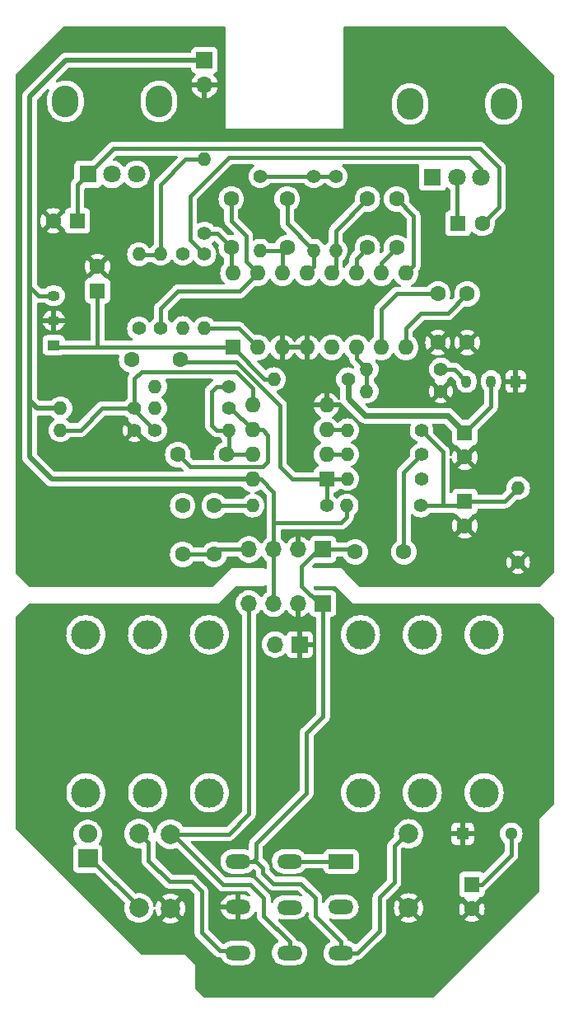
<source format=gbr>
%TF.GenerationSoftware,KiCad,Pcbnew,7.0.2-6a45011f42~172~ubuntu22.04.1*%
%TF.CreationDate,2023-05-25T17:24:48+01:00*%
%TF.ProjectId,little-angel-v2,6c697474-6c65-42d6-916e-67656c2d7632,rev?*%
%TF.SameCoordinates,Original*%
%TF.FileFunction,Copper,L1,Top*%
%TF.FilePolarity,Positive*%
%FSLAX46Y46*%
G04 Gerber Fmt 4.6, Leading zero omitted, Abs format (unit mm)*
G04 Created by KiCad (PCBNEW 7.0.2-6a45011f42~172~ubuntu22.04.1) date 2023-05-25 17:24:48*
%MOMM*%
%LPD*%
G01*
G04 APERTURE LIST*
%TA.AperFunction,ComponentPad*%
%ADD10R,1.300000X1.050000*%
%TD*%
%TA.AperFunction,ComponentPad*%
%ADD11O,1.300000X1.050000*%
%TD*%
%TA.AperFunction,ComponentPad*%
%ADD12R,1.050000X1.300000*%
%TD*%
%TA.AperFunction,ComponentPad*%
%ADD13O,1.050000X1.300000*%
%TD*%
%TA.AperFunction,ComponentPad*%
%ADD14R,1.600000X1.600000*%
%TD*%
%TA.AperFunction,ComponentPad*%
%ADD15C,1.600000*%
%TD*%
%TA.AperFunction,ComponentPad*%
%ADD16O,1.600000X1.600000*%
%TD*%
%TA.AperFunction,ComponentPad*%
%ADD17C,1.800000*%
%TD*%
%TA.AperFunction,ComponentPad*%
%ADD18R,1.800000X1.800000*%
%TD*%
%TA.AperFunction,ComponentPad*%
%ADD19O,2.720000X3.240000*%
%TD*%
%TA.AperFunction,ComponentPad*%
%ADD20O,1.400000X1.400000*%
%TD*%
%TA.AperFunction,ComponentPad*%
%ADD21C,1.400000*%
%TD*%
%TA.AperFunction,ComponentPad*%
%ADD22C,3.000000*%
%TD*%
%TA.AperFunction,ComponentPad*%
%ADD23R,1.700000X1.700000*%
%TD*%
%TA.AperFunction,ComponentPad*%
%ADD24O,1.700000X1.700000*%
%TD*%
%TA.AperFunction,ComponentPad*%
%ADD25R,2.600000X1.500000*%
%TD*%
%TA.AperFunction,ComponentPad*%
%ADD26O,2.600000X1.500000*%
%TD*%
%TA.AperFunction,ComponentPad*%
%ADD27R,2.000000X1.900000*%
%TD*%
%TA.AperFunction,ComponentPad*%
%ADD28C,1.900000*%
%TD*%
%TA.AperFunction,ComponentPad*%
%ADD29C,1.998980*%
%TD*%
%TA.AperFunction,ComponentPad*%
%ADD30R,1.300000X1.300000*%
%TD*%
%TA.AperFunction,ComponentPad*%
%ADD31C,1.300000*%
%TD*%
%TA.AperFunction,Conductor*%
%ADD32C,0.400000*%
%TD*%
%TA.AperFunction,Conductor*%
%ADD33C,0.500000*%
%TD*%
%TA.AperFunction,Conductor*%
%ADD34C,0.600000*%
%TD*%
G04 APERTURE END LIST*
D10*
%TO.P,U2,1,VO*%
%TO.N,+5V*%
X119010000Y-84820000D03*
D11*
%TO.P,U2,2,GND*%
%TO.N,GND*%
X119010000Y-82280000D03*
%TO.P,U2,3,VI*%
%TO.N,+9V*%
X119010000Y-79740000D03*
%TD*%
D12*
%TO.P,Q1,1,E*%
%TO.N,GND*%
X166510000Y-88550000D03*
D13*
%TO.P,Q1,2,B*%
%TO.N,Net-(Q1-B)*%
X163970000Y-88550000D03*
%TO.P,Q1,3,C*%
%TO.N,Net-(Q1-C)*%
X161430000Y-88550000D03*
%TD*%
D14*
%TO.P,C19,1*%
%TO.N,+9V*%
X162000000Y-140200000D03*
D15*
%TO.P,C19,2*%
%TO.N,GND*%
X162000000Y-142700000D03*
%TD*%
D14*
%TO.P,C8,1*%
%TO.N,Net-(C8-Pad1)*%
X161260000Y-100867621D03*
D15*
%TO.P,C8,2*%
%TO.N,GND*%
X161260000Y-103367621D03*
%TD*%
D14*
%TO.P,C6,1*%
%TO.N,Net-(Q1-B)*%
X161260000Y-93800000D03*
D15*
%TO.P,C6,2*%
%TO.N,GND*%
X161260000Y-96300000D03*
%TD*%
D14*
%TO.P,C5,1*%
%TO.N,Net-(C5-Pad1)*%
X160577621Y-72300000D03*
D15*
%TO.P,C5,2*%
%TO.N,Net-(C4-Pad1)*%
X163077621Y-72300000D03*
%TD*%
D14*
%TO.P,C4,1*%
%TO.N,Net-(C4-Pad1)*%
X121442380Y-72050000D03*
D15*
%TO.P,C4,2*%
%TO.N,GND*%
X118942380Y-72050000D03*
%TD*%
%TO.P,C3,2*%
%TO.N,GND*%
X123510000Y-76732379D03*
D14*
%TO.P,C3,1*%
%TO.N,+5V*%
X123510000Y-79232379D03*
%TD*%
%TO.P,U3,1,VCC*%
%TO.N,+5V*%
X137430000Y-85050000D03*
D16*
%TO.P,U3,2,REF*%
%TO.N,Net-(U3-REF)*%
X139970000Y-85050000D03*
%TO.P,U3,3,AGND*%
%TO.N,GND*%
X142510000Y-85050000D03*
%TO.P,U3,4,DGND*%
X145050000Y-85050000D03*
%TO.P,U3,5,CLK_O*%
%TO.N,unconnected-(U3-CLK_O-Pad5)*%
X147590000Y-85050000D03*
%TO.P,U3,6,VCO*%
%TO.N,Net-(U3-VCO)*%
X150130000Y-85050000D03*
%TO.P,U3,7,CC1*%
%TO.N,Net-(U3-CC1)*%
X152670000Y-85050000D03*
%TO.P,U3,8,CC0*%
%TO.N,Net-(U3-CC0)*%
X155210000Y-85050000D03*
%TO.P,U3,9,OP1-OUT*%
%TO.N,Net-(U3-OP1-OUT)*%
X155210000Y-77430000D03*
%TO.P,U3,10,OP1-IN*%
%TO.N,Net-(U3-OP1-IN)*%
X152670000Y-77430000D03*
%TO.P,U3,11,OP2-IN*%
%TO.N,Net-(U3-OP2-IN)*%
X150130000Y-77430000D03*
%TO.P,U3,12,OP2-OUT*%
%TO.N,Net-(U3-OP2-OUT)*%
X147590000Y-77430000D03*
%TO.P,U3,13,LPF2-IN*%
%TO.N,Net-(U3-LPF2-IN)*%
X145050000Y-77430000D03*
%TO.P,U3,14,LPF2-OUT*%
%TO.N,Net-(U3-LPF2-OUT)*%
X142510000Y-77430000D03*
%TO.P,U3,15,LPF1-OUT*%
%TO.N,Net-(U3-LPF1-OUT)*%
X139970000Y-77430000D03*
%TO.P,U3,16,LPF1-IN*%
%TO.N,Net-(U3-LPF1-IN)*%
X137430000Y-77430000D03*
%TD*%
D14*
%TO.P,U1,1*%
%TO.N,Net-(C11-Pad2)*%
X147060000Y-98600000D03*
D16*
%TO.P,U1,2,-*%
%TO.N,Net-(U1A--)*%
X147060000Y-96060000D03*
%TO.P,U1,3,+*%
%TO.N,Net-(U1A-+)*%
X147060000Y-93520000D03*
%TO.P,U1,4,V-*%
%TO.N,GND*%
X147060000Y-90980000D03*
%TO.P,U1,5,+*%
%TO.N,Net-(U1B-+)*%
X139440000Y-90980000D03*
%TO.P,U1,6,-*%
%TO.N,Net-(U1B--)*%
X139440000Y-93520000D03*
%TO.P,U1,7*%
%TO.N,Net-(C2-Pad2)*%
X139440000Y-96060000D03*
%TO.P,U1,8,V+*%
%TO.N,+9V*%
X139440000Y-98600000D03*
%TD*%
D17*
%TO.P,RV2,3,3*%
%TO.N,unconnected-(RV2-Pad3)*%
X127510000Y-67275000D03*
%TO.P,RV2,2,2*%
%TO.N,Net-(R5-Pad2)*%
X125010000Y-67275000D03*
D18*
%TO.P,RV2,1,1*%
%TO.N,Net-(C4-Pad1)*%
X122510000Y-67275000D03*
D19*
%TO.P,RV2,*%
%TO.N,*%
X129810000Y-59775000D03*
X120210000Y-59775000D03*
%TD*%
%TO.P,RV1,*%
%TO.N,*%
X155660000Y-60050000D03*
X165260000Y-60050000D03*
D18*
%TO.P,RV1,1,1*%
%TO.N,unconnected-(RV1-Pad1)*%
X157960000Y-67550000D03*
D17*
%TO.P,RV1,2,2*%
%TO.N,Net-(C5-Pad1)*%
X160460000Y-67550000D03*
%TO.P,RV1,3,3*%
%TO.N,Net-(R14-Pad1)*%
X162960000Y-67550000D03*
%TD*%
D20*
%TO.P,R23,2*%
%TO.N,Net-(U3-OP2-OUT)*%
X148010000Y-75110000D03*
D21*
%TO.P,R23,1*%
%TO.N,Net-(R20-Pad1)*%
X148010000Y-67490000D03*
%TD*%
D20*
%TO.P,R22,2*%
%TO.N,Net-(U3-LPF2-OUT)*%
X140260000Y-75100000D03*
D21*
%TO.P,R22,1*%
%TO.N,Net-(R20-Pad1)*%
X140260000Y-67480000D03*
%TD*%
%TO.P,R21,1*%
%TO.N,Net-(U3-LPF2-OUT)*%
X132260000Y-75430000D03*
D20*
%TO.P,R21,2*%
%TO.N,Net-(C17-Pad1)*%
X132260000Y-83050000D03*
%TD*%
D21*
%TO.P,R20,1*%
%TO.N,Net-(R20-Pad1)*%
X145760000Y-67480000D03*
D20*
%TO.P,R20,2*%
%TO.N,Net-(U3-LPF2-IN)*%
X145760000Y-75100000D03*
%TD*%
D21*
%TO.P,R19,1*%
%TO.N,Net-(U3-LPF1-OUT)*%
X130010000Y-83050000D03*
D20*
%TO.P,R19,2*%
%TO.N,Net-(R16-Pad2)*%
X130010000Y-75430000D03*
%TD*%
D21*
%TO.P,R18,1*%
%TO.N,Net-(U3-LPF1-IN)*%
X134510000Y-73360000D03*
D20*
%TO.P,R18,2*%
%TO.N,Net-(R16-Pad2)*%
X134510000Y-65740000D03*
%TD*%
D21*
%TO.P,R17,1*%
%TO.N,Net-(C11-Pad2)*%
X147070000Y-101300000D03*
D20*
%TO.P,R17,2*%
%TO.N,Net-(C16-Pad1)*%
X139450000Y-101300000D03*
%TD*%
D21*
%TO.P,R16,1*%
%TO.N,Net-(C11-Pad1)*%
X127760000Y-83110000D03*
D20*
%TO.P,R16,2*%
%TO.N,Net-(R16-Pad2)*%
X127760000Y-75490000D03*
%TD*%
D21*
%TO.P,R15,1*%
%TO.N,Net-(U1A--)*%
X156820000Y-98550000D03*
D20*
%TO.P,R15,2*%
%TO.N,Net-(C11-Pad2)*%
X149200000Y-98550000D03*
%TD*%
D21*
%TO.P,R14,1*%
%TO.N,Net-(R14-Pad1)*%
X134510000Y-75490000D03*
D20*
%TO.P,R14,2*%
%TO.N,Net-(U3-REF)*%
X134510000Y-83110000D03*
%TD*%
D21*
%TO.P,R13,1*%
%TO.N,Net-(C8-Pad1)*%
X156820000Y-93550000D03*
D20*
%TO.P,R13,2*%
%TO.N,Net-(U1A-+)*%
X149200000Y-93550000D03*
%TD*%
D21*
%TO.P,R12,1*%
%TO.N,GND*%
X158820000Y-89550000D03*
D20*
%TO.P,R12,2*%
%TO.N,Net-(U3-VCO)*%
X151200000Y-89550000D03*
%TD*%
D21*
%TO.P,R11,1*%
%TO.N,Net-(C7-Pad2)*%
X156820000Y-96050000D03*
D20*
%TO.P,R11,2*%
%TO.N,Net-(U1A--)*%
X149200000Y-96050000D03*
%TD*%
%TO.P,R10,2*%
%TO.N,Net-(U3-VCO)*%
X151200000Y-87300000D03*
D21*
%TO.P,R10,1*%
%TO.N,Net-(Q1-C)*%
X158820000Y-87300000D03*
%TD*%
%TO.P,R9,1*%
%TO.N,GND*%
X166760000Y-107110000D03*
D20*
%TO.P,R9,2*%
%TO.N,Net-(C8-Pad1)*%
X166760000Y-99490000D03*
%TD*%
D21*
%TO.P,R8,1*%
%TO.N,Net-(C8-Pad1)*%
X156760000Y-101300000D03*
D20*
%TO.P,R8,2*%
%TO.N,+9V*%
X149140000Y-101300000D03*
%TD*%
D21*
%TO.P,R7,1*%
%TO.N,Net-(Q1-B)*%
X149260000Y-88300000D03*
D20*
%TO.P,R7,2*%
%TO.N,+5V*%
X141640000Y-88300000D03*
%TD*%
D21*
%TO.P,R5,1*%
%TO.N,Net-(C2-Pad2)*%
X137060000Y-89050000D03*
D20*
%TO.P,R5,2*%
%TO.N,Net-(R5-Pad2)*%
X129440000Y-89050000D03*
%TD*%
D21*
%TO.P,R4,1*%
%TO.N,Net-(U1B-+)*%
X129440000Y-93550000D03*
D20*
%TO.P,R4,2*%
%TO.N,Net-(C2-Pad2)*%
X137060000Y-93550000D03*
%TD*%
D21*
%TO.P,R3,1*%
%TO.N,Net-(U1B--)*%
X137060000Y-91300000D03*
D20*
%TO.P,R3,2*%
%TO.N,Net-(C4-Pad1)*%
X129440000Y-91300000D03*
%TD*%
%TO.P,R2,2*%
%TO.N,Net-(U1B-+)*%
X119700000Y-93550000D03*
D21*
%TO.P,R2,1*%
%TO.N,GND*%
X127320000Y-93550000D03*
%TD*%
%TO.P,R1,1*%
%TO.N,Net-(U1B-+)*%
X127320000Y-91300000D03*
D20*
%TO.P,R1,2*%
%TO.N,+9V*%
X119700000Y-91300000D03*
%TD*%
D15*
%TO.P,C17,1*%
%TO.N,Net-(C17-Pad1)*%
X132260000Y-101300000D03*
%TO.P,C17,2*%
%TO.N,O*%
X132260000Y-106300000D03*
%TD*%
%TO.P,C16,1*%
%TO.N,Net-(C16-Pad1)*%
X135510000Y-101300000D03*
%TO.P,C16,2*%
%TO.N,O*%
X135510000Y-106300000D03*
%TD*%
%TO.P,C15,1*%
%TO.N,Net-(U3-LPF1-IN)*%
X137260000Y-74800000D03*
%TO.P,C15,2*%
%TO.N,Net-(U3-LPF1-OUT)*%
X137260000Y-69800000D03*
%TD*%
%TO.P,C14,1*%
%TO.N,Net-(U3-OP1-IN)*%
X154260000Y-74800000D03*
%TO.P,C14,2*%
%TO.N,Net-(U3-OP1-OUT)*%
X154260000Y-69800000D03*
%TD*%
%TO.P,C13,1*%
%TO.N,Net-(U3-OP2-OUT)*%
X151260000Y-69800000D03*
%TO.P,C13,2*%
%TO.N,Net-(U3-OP2-IN)*%
X151260000Y-74800000D03*
%TD*%
%TO.P,C12,2*%
%TO.N,Net-(U3-LPF2-IN)*%
X143010000Y-69800000D03*
%TO.P,C12,1*%
%TO.N,Net-(U3-LPF2-OUT)*%
X143010000Y-74800000D03*
%TD*%
%TO.P,C11,1*%
%TO.N,Net-(C11-Pad1)*%
X127010000Y-86300000D03*
%TO.P,C11,2*%
%TO.N,Net-(C11-Pad2)*%
X132010000Y-86300000D03*
%TD*%
%TO.P,C10,1*%
%TO.N,GND*%
X161510000Y-84550000D03*
%TO.P,C10,2*%
%TO.N,Net-(U3-CC0)*%
X161510000Y-79550000D03*
%TD*%
%TO.P,C9,1*%
%TO.N,GND*%
X158510000Y-84550000D03*
%TO.P,C9,2*%
%TO.N,Net-(U3-CC1)*%
X158510000Y-79550000D03*
%TD*%
%TO.P,C7,1*%
%TO.N,I*%
X150010000Y-106050000D03*
%TO.P,C7,2*%
%TO.N,Net-(C7-Pad2)*%
X155010000Y-106050000D03*
%TD*%
%TO.P,C2,1*%
%TO.N,Net-(U1B--)*%
X131760000Y-96050000D03*
%TO.P,C2,2*%
%TO.N,Net-(C2-Pad2)*%
X136760000Y-96050000D03*
%TD*%
D22*
%TO.P,J4,TN*%
%TO.N,N/C*%
X135010000Y-114550000D03*
%TO.P,J4,T*%
X135010000Y-130780000D03*
%TO.P,J4,SN*%
X122310000Y-114550000D03*
%TO.P,J4,S*%
X122310000Y-130780000D03*
%TO.P,J4,RN*%
X128660000Y-114550000D03*
%TO.P,J4,R*%
X128660000Y-130780000D03*
%TD*%
D23*
%TO.P,J3,1,P1*%
%TO.N,GND*%
X144300000Y-115550000D03*
D24*
%TO.P,J3,2,P2*%
%TO.N,+9V*%
X141760000Y-115550000D03*
%TD*%
D23*
%TO.P,J2,1,P1*%
%TO.N,+9V*%
X134510000Y-55550000D03*
D24*
%TO.P,J2,2,P2*%
%TO.N,GND*%
X134510000Y-58090000D03*
%TD*%
D22*
%TO.P,J1,R*%
%TO.N,N/C*%
X156910000Y-114550000D03*
%TO.P,J1,RN*%
X156910000Y-130780000D03*
%TO.P,J1,S*%
X163260000Y-114550000D03*
%TO.P,J1,SN*%
X163260000Y-130780000D03*
%TO.P,J1,T*%
X150560000Y-114550000D03*
%TO.P,J1,TN*%
X150560000Y-130780000D03*
%TD*%
D25*
%TO.P,SW1,1,A*%
%TO.N,Net-(SW1A-A)*%
X148550000Y-137825000D03*
D26*
%TO.P,SW1,2,A*%
X143250000Y-137825000D03*
%TO.P,SW1,3,A*%
%TO.N,I*%
X137950000Y-137825000D03*
%TO.P,SW1,4,B*%
%TO.N,Net-(J1-T)*%
X148550000Y-142525000D03*
%TO.P,SW1,5,B*%
%TO.N,Net-(J4-T)*%
X143250000Y-142550000D03*
%TO.P,SW1,6,B*%
%TO.N,GND*%
X137950000Y-142525000D03*
%TO.P,SW1,7,C*%
%TO.N,I*%
X148550000Y-147225000D03*
%TO.P,SW1,8,C*%
%TO.N,O*%
X143250000Y-147225000D03*
%TO.P,SW1,9,C*%
%TO.N,Net-(SW1C-C)*%
X137950000Y-147225000D03*
%TD*%
D23*
%TO.P,JOVGI1,1,P1*%
%TO.N,I*%
X146700000Y-111350000D03*
D24*
%TO.P,JOVGI1,2,P2*%
%TO.N,GND*%
X144160000Y-111350000D03*
%TO.P,JOVGI1,3,P3*%
%TO.N,+9V*%
X141620000Y-111350000D03*
%TO.P,JOVGI1,4,P4*%
%TO.N,O*%
X139080000Y-111350000D03*
%TD*%
D23*
%TO.P,JOVGI2,1,P1*%
%TO.N,I*%
X146700000Y-105800000D03*
D24*
%TO.P,JOVGI2,2,P2*%
%TO.N,GND*%
X144160000Y-105800000D03*
%TO.P,JOVGI2,3,P3*%
%TO.N,+9V*%
X141620000Y-105800000D03*
%TO.P,JOVGI2,4,P4*%
%TO.N,O*%
X139080000Y-105800000D03*
%TD*%
D27*
%TO.P,D1,1,K*%
%TO.N,Net-(D1-K)*%
X122500000Y-137540000D03*
D28*
%TO.P,D1,2,A*%
%TO.N,+9V*%
X122500000Y-135000000D03*
%TD*%
D29*
%TO.P,R25,1*%
%TO.N,I*%
X155500000Y-135000000D03*
%TO.P,R25,2*%
%TO.N,GND*%
X155500000Y-142620000D03*
%TD*%
%TO.P,R26,2*%
%TO.N,Net-(SW1C-C)*%
X127760000Y-134980000D03*
%TO.P,R26,1*%
%TO.N,Net-(D1-K)*%
X127760000Y-142600000D03*
%TD*%
%TO.P,R27,2*%
%TO.N,GND*%
X131000000Y-142670000D03*
%TO.P,R27,1*%
%TO.N,O*%
X131000000Y-135050000D03*
%TD*%
D30*
%TO.P,C18,1*%
%TO.N,GND*%
X161050000Y-135000000D03*
D31*
%TO.P,C18,2*%
%TO.N,+9V*%
X166050000Y-135000000D03*
%TD*%
D32*
%TO.N,Net-(Q1-C)*%
X158820000Y-87300000D02*
X160180000Y-87300000D01*
X160180000Y-87300000D02*
X161430000Y-88550000D01*
%TO.N,Net-(Q1-B)*%
X163970000Y-88550000D02*
X163970000Y-91090000D01*
X163970000Y-91090000D02*
X161260000Y-93800000D01*
D33*
%TO.N,+9V*%
X116510000Y-81550000D02*
X116510000Y-78800000D01*
X116510000Y-78800000D02*
X116510000Y-59300000D01*
D32*
X119010000Y-79740000D02*
X117450000Y-79740000D01*
X117450000Y-79740000D02*
X116510000Y-78800000D01*
%TO.N,Net-(C4-Pad1)*%
X121442380Y-72050000D02*
X121442380Y-68342620D01*
X121442380Y-68342620D02*
X122510000Y-67275000D01*
%TO.N,Net-(R14-Pad1)*%
X134510000Y-75490000D02*
X133010000Y-73990000D01*
X133010000Y-73990000D02*
X133010000Y-69550000D01*
X133010000Y-69550000D02*
X137010000Y-65550000D01*
X137010000Y-65550000D02*
X161760000Y-65550000D01*
X161760000Y-65550000D02*
X162960000Y-66750000D01*
X162960000Y-66750000D02*
X162960000Y-67550000D01*
%TO.N,Net-(C4-Pad1)*%
X163077621Y-72300000D02*
X164760000Y-70617621D01*
X162850000Y-64640000D02*
X125145000Y-64640000D01*
X164760000Y-70617621D02*
X164760000Y-66550000D01*
X164760000Y-66550000D02*
X162850000Y-64640000D01*
X125145000Y-64640000D02*
X122510000Y-67275000D01*
%TO.N,Net-(U3-LPF1-OUT)*%
X139970000Y-77430000D02*
X138760000Y-76220000D01*
X137260000Y-72050000D02*
X137260000Y-69800000D01*
X138760000Y-76220000D02*
X138760000Y-73550000D01*
X138760000Y-73550000D02*
X137260000Y-72050000D01*
%TO.N,Net-(U1B--)*%
X131760000Y-96050000D02*
X133010000Y-97300000D01*
X140480000Y-93520000D02*
X139440000Y-93520000D01*
X133010000Y-97300000D02*
X140510000Y-97300000D01*
X140510000Y-97300000D02*
X141010000Y-96800000D01*
X141010000Y-96800000D02*
X141010000Y-94050000D01*
X141010000Y-94050000D02*
X140480000Y-93520000D01*
%TO.N,Net-(C2-Pad2)*%
X137060000Y-89050000D02*
X135760000Y-89050000D01*
X135760000Y-89050000D02*
X135260000Y-89550000D01*
X135260000Y-89550000D02*
X135260000Y-93050000D01*
X135260000Y-93050000D02*
X135760000Y-93550000D01*
X135760000Y-93550000D02*
X137060000Y-93550000D01*
%TO.N,Net-(C11-Pad2)*%
X147060000Y-98600000D02*
X143560000Y-98600000D01*
X142260000Y-91000736D02*
X137809264Y-86550000D01*
X143560000Y-98600000D02*
X142260000Y-97300000D01*
X142260000Y-97300000D02*
X142260000Y-91000736D01*
X137809264Y-86550000D02*
X132260000Y-86550000D01*
X132260000Y-86550000D02*
X132010000Y-86300000D01*
%TO.N,I*%
X146700000Y-105800000D02*
X146260000Y-105800000D01*
X146260000Y-105800000D02*
X144510000Y-107550000D01*
X144510000Y-107550000D02*
X144510000Y-109550000D01*
X144510000Y-109550000D02*
X146310000Y-111350000D01*
X146310000Y-111350000D02*
X146700000Y-111350000D01*
%TO.N,O*%
X132260000Y-106300000D02*
X135510000Y-106300000D01*
X135510000Y-106300000D02*
X136010000Y-105800000D01*
%TO.N,Net-(U1A-+)*%
X147060000Y-93520000D02*
X149170000Y-93520000D01*
X149170000Y-93520000D02*
X149200000Y-93550000D01*
%TO.N,Net-(C8-Pad1)*%
X156820000Y-93550000D02*
X159010000Y-95740000D01*
X159010000Y-95740000D02*
X159010000Y-101300000D01*
X161260000Y-100867621D02*
X165382379Y-100867621D01*
X165382379Y-100867621D02*
X166760000Y-99490000D01*
%TO.N,+9V*%
X141620000Y-105800000D02*
X141620000Y-111350000D01*
D34*
%TO.N,Net-(Q1-B)*%
X149260000Y-90300000D02*
X151010000Y-92050000D01*
X149260000Y-88300000D02*
X149260000Y-90300000D01*
X151010000Y-92050000D02*
X159510000Y-92050000D01*
X159510000Y-92050000D02*
X161260000Y-93800000D01*
D32*
%TO.N,Net-(U3-VCO)*%
X151200000Y-87300000D02*
X151200000Y-89550000D01*
X150130000Y-85050000D02*
X150130000Y-86230000D01*
X150130000Y-86230000D02*
X151200000Y-87300000D01*
%TO.N,+5V*%
X137430000Y-85050000D02*
X140680000Y-88300000D01*
X140680000Y-88300000D02*
X141640000Y-88300000D01*
%TO.N,Net-(U3-CC0)*%
X159510000Y-81550000D02*
X156760000Y-81550000D01*
X155210000Y-85050000D02*
X155210000Y-83100000D01*
X155210000Y-83100000D02*
X156760000Y-81550000D01*
X161510000Y-79550000D02*
X159510000Y-81550000D01*
%TO.N,Net-(U3-CC1)*%
X152670000Y-81140000D02*
X154260000Y-79550000D01*
X152670000Y-85050000D02*
X152670000Y-81140000D01*
X154260000Y-79550000D02*
X158510000Y-79550000D01*
%TO.N,+5V*%
X137430000Y-85050000D02*
X123510000Y-85050000D01*
X123510000Y-85050000D02*
X119240000Y-85050000D01*
X123510000Y-79232379D02*
X123510000Y-85050000D01*
%TO.N,Net-(C8-Pad1)*%
X156760000Y-101300000D02*
X159010000Y-101300000D01*
X159010000Y-101300000D02*
X160827621Y-101300000D01*
X160827621Y-101300000D02*
X161260000Y-100867621D01*
%TO.N,+9V*%
X141620000Y-99910000D02*
X141620000Y-103050000D01*
X141620000Y-103050000D02*
X141620000Y-105800000D01*
X149140000Y-101300000D02*
X149140000Y-102420000D01*
X149140000Y-102420000D02*
X148510000Y-103050000D01*
X148510000Y-103050000D02*
X141620000Y-103050000D01*
%TO.N,Net-(C5-Pad1)*%
X160460000Y-67550000D02*
X160460000Y-72182379D01*
X160460000Y-72182379D02*
X160577621Y-72300000D01*
%TO.N,Net-(R20-Pad1)*%
X140260000Y-67480000D02*
X148000000Y-67480000D01*
X148000000Y-67480000D02*
X148010000Y-67490000D01*
%TO.N,Net-(U3-LPF2-IN)*%
X143010000Y-69800000D02*
X143010000Y-72350000D01*
X143010000Y-72350000D02*
X145760000Y-75100000D01*
%TO.N,Net-(U3-OP2-OUT)*%
X148010000Y-75110000D02*
X148010000Y-73050000D01*
X148010000Y-73050000D02*
X151260000Y-69800000D01*
%TO.N,Net-(U3-OP1-OUT)*%
X154260000Y-69800000D02*
X156009999Y-71549999D01*
X156009999Y-71549999D02*
X156009999Y-76630001D01*
X156009999Y-76630001D02*
X155210000Y-77430000D01*
%TO.N,Net-(U3-OP1-IN)*%
X152670000Y-77430000D02*
X152670000Y-76390000D01*
X152670000Y-76390000D02*
X154260000Y-74800000D01*
%TO.N,Net-(U3-OP2-IN)*%
X150130000Y-77430000D02*
X150130000Y-75930000D01*
X150130000Y-75930000D02*
X151260000Y-74800000D01*
%TO.N,Net-(U3-OP2-OUT)*%
X148010000Y-75110000D02*
X148010000Y-77010000D01*
X148010000Y-77010000D02*
X147590000Y-77430000D01*
%TO.N,Net-(U3-LPF2-IN)*%
X145760000Y-75100000D02*
X145760000Y-76720000D01*
X145760000Y-76720000D02*
X145050000Y-77430000D01*
%TO.N,Net-(U3-LPF2-OUT)*%
X140260000Y-75100000D02*
X142710000Y-75100000D01*
X142710000Y-75100000D02*
X143010000Y-74800000D01*
X142510000Y-77430000D02*
X142510000Y-75300000D01*
X142510000Y-75300000D02*
X143010000Y-74800000D01*
%TO.N,Net-(C11-Pad2)*%
X147060000Y-98600000D02*
X149150000Y-98600000D01*
X149150000Y-98600000D02*
X149200000Y-98550000D01*
%TO.N,Net-(U1A--)*%
X147060000Y-96060000D02*
X149190000Y-96060000D01*
X149190000Y-96060000D02*
X149200000Y-96050000D01*
%TO.N,Net-(C7-Pad2)*%
X155010000Y-106050000D02*
X155010000Y-97860000D01*
X155010000Y-97860000D02*
X156820000Y-96050000D01*
%TO.N,Net-(R16-Pad2)*%
X130010000Y-75430000D02*
X130010000Y-68300000D01*
X130010000Y-68300000D02*
X132570000Y-65740000D01*
X132570000Y-65740000D02*
X134510000Y-65740000D01*
X127760000Y-75550000D02*
X129890000Y-75550000D01*
X129890000Y-75550000D02*
X130010000Y-75430000D01*
%TO.N,Net-(U3-LPF1-OUT)*%
X130010000Y-81050000D02*
X131760000Y-79300000D01*
X130010000Y-83050000D02*
X130010000Y-81050000D01*
X131760000Y-79300000D02*
X138100000Y-79300000D01*
X138100000Y-79300000D02*
X139970000Y-77430000D01*
%TO.N,Net-(U3-LPF1-IN)*%
X137260000Y-74800000D02*
X137260000Y-77260000D01*
X137260000Y-77260000D02*
X137430000Y-77430000D01*
X134510000Y-73360000D02*
X135820000Y-73360000D01*
X135820000Y-73360000D02*
X137260000Y-74800000D01*
%TO.N,Net-(U1B-+)*%
X139440000Y-90980000D02*
X139440000Y-89230000D01*
X139440000Y-89230000D02*
X137760000Y-87550000D01*
X137760000Y-87550000D02*
X128010000Y-87550000D01*
X128010000Y-87550000D02*
X127320000Y-88240000D01*
X127320000Y-88240000D02*
X127320000Y-91300000D01*
%TO.N,Net-(U3-REF)*%
X134510000Y-83110000D02*
X138030000Y-83110000D01*
X138030000Y-83110000D02*
X139970000Y-85050000D01*
D33*
%TO.N,+9V*%
X116510000Y-90550000D02*
X116510000Y-81550000D01*
D32*
%TO.N,Net-(U1B--)*%
X137060000Y-91300000D02*
X137220000Y-91300000D01*
X137220000Y-91300000D02*
X139440000Y-93520000D01*
%TO.N,Net-(C2-Pad2)*%
X137060000Y-93550000D02*
X137060000Y-95750000D01*
X137060000Y-95750000D02*
X136760000Y-96050000D01*
%TO.N,Net-(U1B-+)*%
X127320000Y-91300000D02*
X127320000Y-91430000D01*
X127320000Y-91430000D02*
X129440000Y-93550000D01*
%TO.N,Net-(C2-Pad2)*%
X136760000Y-96050000D02*
X139430000Y-96050000D01*
X139430000Y-96050000D02*
X139440000Y-96060000D01*
%TO.N,Net-(U1B-+)*%
X121760000Y-93550000D02*
X124010000Y-91300000D01*
X119700000Y-93550000D02*
X121760000Y-93550000D01*
X124010000Y-91300000D02*
X127320000Y-91300000D01*
D33*
%TO.N,+9V*%
X116510000Y-96300000D02*
X116510000Y-90550000D01*
X119700000Y-91300000D02*
X117260000Y-91300000D01*
X117260000Y-91300000D02*
X116510000Y-90550000D01*
X139440000Y-98600000D02*
X118810000Y-98600000D01*
X118810000Y-98600000D02*
X116510000Y-96300000D01*
X116510000Y-59300000D02*
X120260000Y-55550000D01*
X120260000Y-55550000D02*
X134510000Y-55550000D01*
D32*
X139440000Y-98600000D02*
X140310000Y-98600000D01*
X140310000Y-98600000D02*
X141620000Y-99910000D01*
%TO.N,O*%
X139080000Y-105800000D02*
X136010000Y-105800000D01*
%TO.N,Net-(C11-Pad2)*%
X147060000Y-98600000D02*
X147060000Y-101290000D01*
X147060000Y-101290000D02*
X147070000Y-101300000D01*
%TO.N,Net-(C16-Pad1)*%
X139450000Y-101300000D02*
X135510000Y-101300000D01*
%TO.N,I*%
X146700000Y-105800000D02*
X149760000Y-105800000D01*
X149760000Y-105800000D02*
X150010000Y-106050000D01*
%TO.N,+9V*%
X162000000Y-140200000D02*
X163000000Y-140200000D01*
X163000000Y-140200000D02*
X166050000Y-137150000D01*
X166050000Y-137150000D02*
X166050000Y-135000000D01*
%TO.N,Net-(D1-K)*%
X122750000Y-137500000D02*
X127750000Y-142500000D01*
X122500000Y-137500000D02*
X122750000Y-137500000D01*
%TO.N,O*%
X139080000Y-111350000D02*
X139080000Y-132920000D01*
X131000000Y-135020000D02*
X131220000Y-135020000D01*
X140600000Y-143425000D02*
X143250000Y-146075000D01*
X136980000Y-135020000D02*
X131000000Y-135020000D01*
X139080000Y-132920000D02*
X136980000Y-135020000D01*
X131220000Y-135020000D02*
X136400000Y-140200000D01*
X143250000Y-146075000D02*
X143250000Y-147225000D01*
X140600000Y-141600000D02*
X140600000Y-143425000D01*
X139200000Y-140200000D02*
X140600000Y-141600000D01*
X136400000Y-140200000D02*
X139200000Y-140200000D01*
%TO.N,I*%
X148550000Y-146075000D02*
X145900000Y-143425000D01*
X151925000Y-145575000D02*
X152500000Y-145000000D01*
X148550000Y-147225000D02*
X148550000Y-146075000D01*
X152500000Y-145000000D02*
X152500000Y-141500000D01*
X146700000Y-111350000D02*
X146700000Y-122940000D01*
X141600000Y-140100000D02*
X140500000Y-139000000D01*
X145000000Y-130800000D02*
X145000000Y-124640000D01*
X139800000Y-137525000D02*
X139800000Y-136000000D01*
X151900000Y-145575000D02*
X151925000Y-145575000D01*
X145000000Y-124640000D02*
X146700000Y-122940000D01*
X154000000Y-140000000D02*
X154000000Y-136250000D01*
X139825000Y-137825000D02*
X139500000Y-137825000D01*
X139800000Y-136000000D02*
X145000000Y-130800000D01*
X140500000Y-138500000D02*
X139825000Y-137825000D01*
X154000000Y-136250000D02*
X155500000Y-134750000D01*
X140500000Y-139000000D02*
X140500000Y-138500000D01*
X145900000Y-141600000D02*
X144400000Y-140100000D01*
X150250000Y-147225000D02*
X151900000Y-145575000D01*
X137950000Y-137825000D02*
X139500000Y-137825000D01*
X148550000Y-147225000D02*
X150250000Y-147225000D01*
X144400000Y-140100000D02*
X141600000Y-140100000D01*
X139500000Y-137825000D02*
X139800000Y-137525000D01*
X145900000Y-143425000D02*
X145900000Y-141600000D01*
X152500000Y-141500000D02*
X154000000Y-140000000D01*
%TO.N,Net-(SW1C-C)*%
X133200000Y-139900000D02*
X134200000Y-140900000D01*
X130900000Y-139900000D02*
X133200000Y-139900000D01*
X137725000Y-147000000D02*
X137950000Y-147225000D01*
X128749489Y-137749489D02*
X130900000Y-139900000D01*
X128749489Y-135879489D02*
X128749489Y-137749489D01*
X134200000Y-140900000D02*
X134200000Y-145100000D01*
X127750000Y-135000000D02*
X127870000Y-135000000D01*
X127870000Y-135000000D02*
X128749489Y-135879489D01*
X134200000Y-145100000D02*
X136100000Y-147000000D01*
X136100000Y-147000000D02*
X137725000Y-147000000D01*
%TO.N,Net-(SW1A-A)*%
X143250000Y-137825000D02*
X148550000Y-137825000D01*
%TD*%
%TA.AperFunction,Conductor*%
%TO.N,GND*%
G36*
X136616621Y-52095502D02*
G01*
X136663114Y-52149158D01*
X136674500Y-52201500D01*
X136674500Y-62454469D01*
X136672587Y-62476343D01*
X136670876Y-62486048D01*
X136672586Y-62495746D01*
X136674128Y-62513373D01*
X136678707Y-62530467D01*
X136680418Y-62540171D01*
X136683935Y-62546262D01*
X136688452Y-62551645D01*
X136696982Y-62556570D01*
X136714972Y-62569167D01*
X136722518Y-62575499D01*
X136722519Y-62575499D01*
X136722520Y-62575500D01*
X136722521Y-62575500D01*
X136729123Y-62577903D01*
X136736047Y-62579124D01*
X136736047Y-62579123D01*
X136736048Y-62579124D01*
X136745746Y-62577413D01*
X136767625Y-62575500D01*
X148704470Y-62575500D01*
X148726350Y-62577414D01*
X148736047Y-62579124D01*
X148736047Y-62579123D01*
X148736048Y-62579124D01*
X148745746Y-62577413D01*
X148763381Y-62575871D01*
X148780473Y-62571290D01*
X148790172Y-62569581D01*
X148790173Y-62569579D01*
X148796260Y-62566064D01*
X148801641Y-62561549D01*
X148801645Y-62561548D01*
X148806569Y-62553018D01*
X148819165Y-62535028D01*
X148825500Y-62527480D01*
X148825500Y-62527479D01*
X148827902Y-62520879D01*
X148829122Y-62513955D01*
X148829124Y-62513952D01*
X148827414Y-62504253D01*
X148825500Y-62482374D01*
X148825500Y-60378288D01*
X153791500Y-60378288D01*
X153791666Y-60380558D01*
X153791667Y-60380581D01*
X153806466Y-60582781D01*
X153865938Y-60849756D01*
X153963644Y-61105219D01*
X154097507Y-61343738D01*
X154264670Y-61560219D01*
X154461571Y-61750057D01*
X154461574Y-61750059D01*
X154684019Y-61909205D01*
X154927266Y-62034267D01*
X155186130Y-62122579D01*
X155455093Y-62172259D01*
X155728424Y-62182248D01*
X155728424Y-62182247D01*
X155728425Y-62182248D01*
X155796391Y-62174769D01*
X156000296Y-62152334D01*
X156264916Y-62083153D01*
X156516643Y-61976181D01*
X156750112Y-61833697D01*
X156960347Y-61658738D01*
X157142867Y-61455033D01*
X157293783Y-61226923D01*
X157409877Y-60979271D01*
X157488676Y-60717355D01*
X157508482Y-60582781D01*
X157528500Y-60446758D01*
X157528500Y-60378288D01*
X163391500Y-60378288D01*
X163391666Y-60380558D01*
X163391667Y-60380581D01*
X163406466Y-60582781D01*
X163465938Y-60849756D01*
X163563644Y-61105219D01*
X163697507Y-61343738D01*
X163864670Y-61560219D01*
X164061571Y-61750057D01*
X164061574Y-61750059D01*
X164284019Y-61909205D01*
X164527266Y-62034267D01*
X164786130Y-62122579D01*
X165055093Y-62172259D01*
X165328424Y-62182248D01*
X165328424Y-62182247D01*
X165328425Y-62182248D01*
X165396391Y-62174769D01*
X165600296Y-62152334D01*
X165864916Y-62083153D01*
X166116643Y-61976181D01*
X166350112Y-61833697D01*
X166560347Y-61658738D01*
X166742867Y-61455033D01*
X166893783Y-61226923D01*
X167009877Y-60979271D01*
X167088676Y-60717355D01*
X167108482Y-60582781D01*
X167128500Y-60446758D01*
X167128500Y-59724012D01*
X167128500Y-59724011D01*
X167128500Y-59721712D01*
X167113533Y-59517217D01*
X167054063Y-59250247D01*
X166956355Y-58994781D01*
X166956355Y-58994780D01*
X166822492Y-58756261D01*
X166655329Y-58539780D01*
X166458428Y-58349942D01*
X166341524Y-58266305D01*
X166235981Y-58190795D01*
X165992734Y-58065733D01*
X165992733Y-58065732D01*
X165992730Y-58065731D01*
X165733871Y-57977421D01*
X165464908Y-57927741D01*
X165191574Y-57917751D01*
X164919706Y-57947665D01*
X164655084Y-58016847D01*
X164403358Y-58123818D01*
X164169884Y-58266305D01*
X163959652Y-58441262D01*
X163777136Y-58644962D01*
X163626213Y-58873083D01*
X163510125Y-59120722D01*
X163431322Y-59382649D01*
X163391500Y-59653241D01*
X163391500Y-59653243D01*
X163391500Y-60378288D01*
X157528500Y-60378288D01*
X157528500Y-59724012D01*
X157528500Y-59724011D01*
X157528500Y-59721712D01*
X157513533Y-59517217D01*
X157454063Y-59250247D01*
X157356355Y-58994781D01*
X157356355Y-58994780D01*
X157222492Y-58756261D01*
X157055329Y-58539780D01*
X156858428Y-58349942D01*
X156741524Y-58266305D01*
X156635981Y-58190795D01*
X156392734Y-58065733D01*
X156392733Y-58065732D01*
X156392730Y-58065731D01*
X156133871Y-57977421D01*
X155864908Y-57927741D01*
X155591574Y-57917751D01*
X155319706Y-57947665D01*
X155055084Y-58016847D01*
X154803358Y-58123818D01*
X154569884Y-58266305D01*
X154359652Y-58441262D01*
X154177136Y-58644962D01*
X154026213Y-58873083D01*
X153910125Y-59120722D01*
X153831322Y-59382649D01*
X153791500Y-59653241D01*
X153791500Y-59653243D01*
X153791500Y-60378288D01*
X148825500Y-60378288D01*
X148825500Y-52201500D01*
X148845502Y-52133379D01*
X148899158Y-52086886D01*
X148951500Y-52075500D01*
X165416537Y-52075500D01*
X165484658Y-52095502D01*
X165505632Y-52112405D01*
X170387595Y-56994368D01*
X170421621Y-57056680D01*
X170424500Y-57083463D01*
X170424500Y-108166535D01*
X170404498Y-108234656D01*
X170387595Y-108255630D01*
X169005631Y-109637595D01*
X168943319Y-109671620D01*
X168916536Y-109674500D01*
X150583463Y-109674500D01*
X150515342Y-109654498D01*
X150494368Y-109637595D01*
X148982071Y-108125297D01*
X166103912Y-108125297D01*
X166153691Y-108160153D01*
X166345261Y-108249484D01*
X166549431Y-108304191D01*
X166760000Y-108322613D01*
X166970568Y-108304191D01*
X167174740Y-108249483D01*
X167366304Y-108160156D01*
X167416087Y-108125297D01*
X167416087Y-108125296D01*
X166760001Y-107469210D01*
X166760000Y-107469210D01*
X166103912Y-108125296D01*
X166103912Y-108125297D01*
X148982071Y-108125297D01*
X148585384Y-107728610D01*
X148573490Y-107713108D01*
X148555271Y-107697820D01*
X148547170Y-107690395D01*
X148538342Y-107681567D01*
X148528208Y-107675110D01*
X148527481Y-107674500D01*
X148517539Y-107670881D01*
X148507003Y-107669959D01*
X148506341Y-107670137D01*
X148506082Y-107670206D01*
X148473471Y-107674500D01*
X145691660Y-107674500D01*
X145623539Y-107654498D01*
X145577046Y-107600842D01*
X145566942Y-107530568D01*
X145596436Y-107465988D01*
X145602565Y-107459405D01*
X145866565Y-107195405D01*
X145928877Y-107161379D01*
X145955660Y-107158500D01*
X147595269Y-107158500D01*
X147598638Y-107158500D01*
X147659201Y-107151989D01*
X147796204Y-107100889D01*
X147913261Y-107013261D01*
X148000889Y-106896204D01*
X148051989Y-106759201D01*
X148058500Y-106698638D01*
X148058500Y-106634499D01*
X148078502Y-106566379D01*
X148132158Y-106519886D01*
X148184500Y-106508500D01*
X148699762Y-106508500D01*
X148767883Y-106528502D01*
X148813957Y-106581251D01*
X148872476Y-106706748D01*
X149003804Y-106894303D01*
X149165696Y-107056195D01*
X149165699Y-107056197D01*
X149165700Y-107056198D01*
X149200690Y-107080698D01*
X149353249Y-107187522D01*
X149560756Y-107284284D01*
X149620015Y-107300162D01*
X149781913Y-107343543D01*
X150010000Y-107363498D01*
X150238087Y-107343543D01*
X150459243Y-107284284D01*
X150666749Y-107187523D01*
X150854300Y-107056198D01*
X151016198Y-106894300D01*
X151147523Y-106706749D01*
X151244284Y-106499243D01*
X151303543Y-106278087D01*
X151323498Y-106050000D01*
X151303543Y-105821913D01*
X151244284Y-105600757D01*
X151239967Y-105591500D01*
X151147522Y-105393249D01*
X151016195Y-105205696D01*
X150854303Y-105043804D01*
X150666750Y-104912477D01*
X150459243Y-104815715D01*
X150238087Y-104756457D01*
X150238086Y-104756457D01*
X150010000Y-104736502D01*
X150009999Y-104736502D01*
X149781912Y-104756457D01*
X149560756Y-104815715D01*
X149353249Y-104912477D01*
X149165696Y-105043804D01*
X149154906Y-105054595D01*
X149092594Y-105088621D01*
X149065811Y-105091500D01*
X148184500Y-105091500D01*
X148116379Y-105071498D01*
X148069886Y-105017842D01*
X148058500Y-104965500D01*
X148058500Y-104904730D01*
X148058500Y-104904729D01*
X148058500Y-104901362D01*
X148051989Y-104840799D01*
X148000889Y-104703796D01*
X147983537Y-104680616D01*
X147913261Y-104586738D01*
X147796205Y-104499111D01*
X147706377Y-104465607D01*
X147659201Y-104448011D01*
X147598638Y-104441500D01*
X145801362Y-104441500D01*
X145798013Y-104441859D01*
X145798013Y-104441860D01*
X145740799Y-104448011D01*
X145603794Y-104499111D01*
X145486738Y-104586738D01*
X145399109Y-104703796D01*
X145354804Y-104822583D01*
X145312257Y-104879419D01*
X145245737Y-104904229D01*
X145176363Y-104889137D01*
X145144048Y-104863887D01*
X145082903Y-104797466D01*
X144905302Y-104659233D01*
X144707368Y-104552116D01*
X144494510Y-104479042D01*
X144414000Y-104465606D01*
X144414000Y-105366325D01*
X144302315Y-105315320D01*
X144195763Y-105300000D01*
X144124237Y-105300000D01*
X144017685Y-105315320D01*
X143906000Y-105366325D01*
X143906000Y-104465607D01*
X143905999Y-104465606D01*
X143825489Y-104479042D01*
X143612631Y-104552116D01*
X143414697Y-104659233D01*
X143237096Y-104797466D01*
X143084678Y-104963037D01*
X142995782Y-105099102D01*
X142941778Y-105145190D01*
X142871430Y-105154765D01*
X142807073Y-105124787D01*
X142784816Y-105099101D01*
X142772666Y-105080504D01*
X142695722Y-104962732D01*
X142543240Y-104797094D01*
X142543239Y-104797093D01*
X142543237Y-104797091D01*
X142377109Y-104667787D01*
X142335638Y-104610162D01*
X142328500Y-104568356D01*
X142328500Y-103884500D01*
X142348502Y-103816379D01*
X142402158Y-103769886D01*
X142454500Y-103758500D01*
X148484782Y-103758500D01*
X148492390Y-103758730D01*
X148553091Y-103762402D01*
X148553091Y-103762401D01*
X148553093Y-103762402D01*
X148612941Y-103751434D01*
X148620398Y-103750299D01*
X148680801Y-103742965D01*
X148690328Y-103739351D01*
X148712294Y-103733227D01*
X148722329Y-103731389D01*
X148777797Y-103706423D01*
X148784802Y-103703522D01*
X148841675Y-103681954D01*
X148850069Y-103676159D01*
X148869926Y-103664960D01*
X148879226Y-103660775D01*
X148927140Y-103623235D01*
X148933179Y-103618791D01*
X148983273Y-103584215D01*
X149023612Y-103538680D01*
X149028811Y-103533157D01*
X149623157Y-102938811D01*
X149628683Y-102933610D01*
X149674215Y-102893273D01*
X149708774Y-102843204D01*
X149713256Y-102837113D01*
X149750775Y-102789225D01*
X149754956Y-102779934D01*
X149766163Y-102760064D01*
X149771955Y-102751673D01*
X149793516Y-102694818D01*
X149796418Y-102687809D01*
X149821389Y-102632329D01*
X149823228Y-102622290D01*
X149829350Y-102600332D01*
X149832965Y-102590801D01*
X149840299Y-102530396D01*
X149841433Y-102522945D01*
X149852402Y-102463092D01*
X149848729Y-102402383D01*
X149848500Y-102394776D01*
X149848500Y-102344800D01*
X149868502Y-102276679D01*
X149902231Y-102241586D01*
X149904804Y-102239784D01*
X149919776Y-102229301D01*
X150069301Y-102079776D01*
X150190589Y-101906558D01*
X150279956Y-101714910D01*
X150334686Y-101510655D01*
X150353116Y-101300000D01*
X150334686Y-101089345D01*
X150279956Y-100885090D01*
X150190589Y-100693442D01*
X150189053Y-100691249D01*
X150081587Y-100537770D01*
X150069301Y-100520224D01*
X150069300Y-100520223D01*
X150069298Y-100520220D01*
X149919779Y-100370701D01*
X149746559Y-100249411D01*
X149554909Y-100160043D01*
X149350655Y-100105314D01*
X149250585Y-100096559D01*
X149140000Y-100086884D01*
X149139999Y-100086884D01*
X148929344Y-100105314D01*
X148725090Y-100160043D01*
X148533440Y-100249411D01*
X148360220Y-100370701D01*
X148210702Y-100520219D01*
X148208212Y-100523776D01*
X148152754Y-100568103D01*
X148082134Y-100575411D01*
X148018774Y-100543379D01*
X148001788Y-100523776D01*
X147999297Y-100520219D01*
X147849778Y-100370700D01*
X147822228Y-100351409D01*
X147777900Y-100295952D01*
X147768500Y-100248197D01*
X147768500Y-100034500D01*
X147788502Y-99966379D01*
X147842158Y-99919886D01*
X147894500Y-99908500D01*
X147905269Y-99908500D01*
X147908638Y-99908500D01*
X147969201Y-99901989D01*
X148106204Y-99850889D01*
X148223261Y-99763261D01*
X148251376Y-99725704D01*
X148310889Y-99646205D01*
X148325975Y-99605757D01*
X148368521Y-99548921D01*
X148435041Y-99524109D01*
X148504415Y-99539200D01*
X148516299Y-99546573D01*
X148593442Y-99600589D01*
X148785090Y-99689956D01*
X148989345Y-99744686D01*
X149200000Y-99763116D01*
X149410655Y-99744686D01*
X149614910Y-99689956D01*
X149806558Y-99600589D01*
X149979776Y-99479301D01*
X150129301Y-99329776D01*
X150250589Y-99156558D01*
X150339956Y-98964910D01*
X150394686Y-98760655D01*
X150413116Y-98550000D01*
X150394686Y-98339345D01*
X150339956Y-98135090D01*
X150250589Y-97943442D01*
X150240933Y-97929652D01*
X150129298Y-97770220D01*
X149979779Y-97620701D01*
X149806559Y-97499411D01*
X149623812Y-97414195D01*
X149570527Y-97367278D01*
X149551066Y-97299000D01*
X149571608Y-97231040D01*
X149623812Y-97185805D01*
X149720844Y-97140558D01*
X149806558Y-97100589D01*
X149979776Y-96979301D01*
X150129301Y-96829776D01*
X150250589Y-96656558D01*
X150339956Y-96464910D01*
X150394686Y-96260655D01*
X150413116Y-96050000D01*
X150394686Y-95839345D01*
X150339956Y-95635090D01*
X150250589Y-95443442D01*
X150220122Y-95399931D01*
X150129298Y-95270220D01*
X149979779Y-95120701D01*
X149806559Y-94999411D01*
X149623812Y-94914195D01*
X149570527Y-94867278D01*
X149551066Y-94799000D01*
X149571608Y-94731040D01*
X149623812Y-94685805D01*
X149646071Y-94675425D01*
X149806558Y-94600589D01*
X149979776Y-94479301D01*
X150129301Y-94329776D01*
X150250589Y-94156558D01*
X150339956Y-93964910D01*
X150394686Y-93760655D01*
X150413116Y-93550000D01*
X150394686Y-93339345D01*
X150339956Y-93135090D01*
X150250589Y-92943442D01*
X150220409Y-92900341D01*
X150138277Y-92783043D01*
X150129301Y-92770224D01*
X150129300Y-92770223D01*
X150129298Y-92770220D01*
X149979779Y-92620701D01*
X149806559Y-92499411D01*
X149614909Y-92410043D01*
X149410655Y-92355314D01*
X149200000Y-92336884D01*
X148989344Y-92355314D01*
X148785090Y-92410043D01*
X148593440Y-92499411D01*
X148420223Y-92620699D01*
X148295526Y-92745396D01*
X148233214Y-92779421D01*
X148162398Y-92774355D01*
X148105563Y-92731809D01*
X148103244Y-92728607D01*
X148066198Y-92675700D01*
X148066194Y-92675696D01*
X148066193Y-92675694D01*
X147904303Y-92513804D01*
X147716748Y-92382476D01*
X147676951Y-92363919D01*
X147623665Y-92317002D01*
X147604204Y-92248725D01*
X147624745Y-92180765D01*
X147676951Y-92135529D01*
X147716497Y-92117088D01*
X147903981Y-91985810D01*
X148065810Y-91823981D01*
X148197087Y-91636498D01*
X148293813Y-91429070D01*
X148346082Y-91234000D01*
X147371686Y-91234000D01*
X147387641Y-91218045D01*
X147445165Y-91105148D01*
X147464986Y-90980000D01*
X147445165Y-90854852D01*
X147387641Y-90741955D01*
X147371686Y-90726000D01*
X148346081Y-90726000D01*
X148357649Y-90710924D01*
X148414987Y-90669057D01*
X148485858Y-90664835D01*
X148547761Y-90699599D01*
X148570930Y-90732668D01*
X148571090Y-90732869D01*
X148571091Y-90732870D01*
X148595173Y-90763068D01*
X148603340Y-90774578D01*
X148623889Y-90807281D01*
X148656197Y-90839589D01*
X150373889Y-92557281D01*
X150502719Y-92686111D01*
X150535422Y-92706659D01*
X150546937Y-92714830D01*
X150577131Y-92738909D01*
X150611918Y-92755661D01*
X150624286Y-92762497D01*
X150636584Y-92770224D01*
X150656985Y-92783043D01*
X150693444Y-92795800D01*
X150706481Y-92801200D01*
X150741280Y-92817959D01*
X150778932Y-92826552D01*
X150792505Y-92830463D01*
X150797505Y-92832213D01*
X150828951Y-92843217D01*
X150867319Y-92847539D01*
X150881249Y-92849905D01*
X150918904Y-92858500D01*
X150964594Y-92858500D01*
X155611239Y-92858500D01*
X155679360Y-92878502D01*
X155725853Y-92932158D01*
X155735957Y-93002432D01*
X155725434Y-93037750D01*
X155680043Y-93135089D01*
X155625314Y-93339344D01*
X155606884Y-93550000D01*
X155625314Y-93760655D01*
X155680043Y-93964909D01*
X155769411Y-94156559D01*
X155890701Y-94329779D01*
X156040220Y-94479298D01*
X156040223Y-94479300D01*
X156040224Y-94479301D01*
X156213442Y-94600589D01*
X156304249Y-94642933D01*
X156396187Y-94685805D01*
X156449472Y-94732723D01*
X156468933Y-94801000D01*
X156448391Y-94868960D01*
X156396187Y-94914195D01*
X156213441Y-94999411D01*
X156040220Y-95120701D01*
X155890701Y-95270220D01*
X155769411Y-95443440D01*
X155680043Y-95635090D01*
X155625314Y-95839344D01*
X155620007Y-95900000D01*
X155609271Y-96022723D01*
X155606884Y-96050001D01*
X155618749Y-96185630D01*
X155604759Y-96255234D01*
X155582323Y-96285705D01*
X154526856Y-97341172D01*
X154521317Y-97346388D01*
X154475782Y-97386729D01*
X154441238Y-97436773D01*
X154436731Y-97442898D01*
X154399224Y-97490774D01*
X154395036Y-97500078D01*
X154383843Y-97519923D01*
X154378048Y-97528319D01*
X154356482Y-97585183D01*
X154353570Y-97592211D01*
X154328611Y-97647668D01*
X154326771Y-97657710D01*
X154320651Y-97679662D01*
X154317035Y-97689197D01*
X154309705Y-97749554D01*
X154308561Y-97757071D01*
X154297597Y-97816906D01*
X154301270Y-97877608D01*
X154301500Y-97885217D01*
X154301499Y-104883121D01*
X154281497Y-104951242D01*
X154247771Y-104986333D01*
X154165697Y-105043803D01*
X154003804Y-105205696D01*
X153872477Y-105393249D01*
X153775715Y-105600756D01*
X153716457Y-105821912D01*
X153696502Y-106049999D01*
X153716457Y-106278087D01*
X153775715Y-106499243D01*
X153872477Y-106706750D01*
X154003804Y-106894303D01*
X154165696Y-107056195D01*
X154165699Y-107056197D01*
X154165700Y-107056198D01*
X154200690Y-107080698D01*
X154353249Y-107187522D01*
X154560756Y-107284284D01*
X154620015Y-107300162D01*
X154781913Y-107343543D01*
X155010000Y-107363498D01*
X155238087Y-107343543D01*
X155459243Y-107284284D01*
X155666749Y-107187523D01*
X155777463Y-107110000D01*
X165547386Y-107110000D01*
X165565808Y-107320568D01*
X165620515Y-107524738D01*
X165709846Y-107716308D01*
X165744701Y-107766086D01*
X165744702Y-107766086D01*
X166371487Y-107139302D01*
X166406372Y-107139302D01*
X166435047Y-107252538D01*
X166498936Y-107350327D01*
X166591115Y-107422072D01*
X166701595Y-107460000D01*
X166789005Y-107460000D01*
X166875216Y-107445614D01*
X166977947Y-107390019D01*
X167057060Y-107304079D01*
X167103982Y-107197108D01*
X167111200Y-107110001D01*
X167119210Y-107110001D01*
X167775296Y-107766087D01*
X167775297Y-107766087D01*
X167810156Y-107716304D01*
X167899483Y-107524740D01*
X167954191Y-107320568D01*
X167972613Y-107110000D01*
X167954191Y-106899431D01*
X167899484Y-106695261D01*
X167810153Y-106503691D01*
X167775297Y-106453912D01*
X167775296Y-106453912D01*
X167119210Y-107109999D01*
X167119210Y-107110001D01*
X167111200Y-107110001D01*
X167113628Y-107080698D01*
X167084953Y-106967462D01*
X167021064Y-106869673D01*
X166928885Y-106797928D01*
X166818405Y-106760000D01*
X166730995Y-106760000D01*
X166644784Y-106774386D01*
X166542053Y-106829981D01*
X166462940Y-106915921D01*
X166416018Y-107022892D01*
X166406372Y-107139302D01*
X166371487Y-107139302D01*
X166400790Y-107109999D01*
X165744703Y-106453912D01*
X165744702Y-106453912D01*
X165709845Y-106503693D01*
X165620515Y-106695262D01*
X165565808Y-106899431D01*
X165547386Y-107110000D01*
X155777463Y-107110000D01*
X155854300Y-107056198D01*
X156016198Y-106894300D01*
X156147523Y-106706749D01*
X156244284Y-106499243D01*
X156303543Y-106278087D01*
X156319587Y-106094703D01*
X166103912Y-106094703D01*
X166759999Y-106750790D01*
X166760000Y-106750790D01*
X167416086Y-106094702D01*
X167416086Y-106094701D01*
X167366308Y-106059846D01*
X167174738Y-105970515D01*
X166970568Y-105915808D01*
X166760000Y-105897386D01*
X166549431Y-105915808D01*
X166345262Y-105970515D01*
X166153693Y-106059845D01*
X166103912Y-106094702D01*
X166103912Y-106094703D01*
X156319587Y-106094703D01*
X156323498Y-106050000D01*
X156303543Y-105821913D01*
X156244284Y-105600757D01*
X156239967Y-105591500D01*
X156147522Y-105393249D01*
X156016195Y-105205696D01*
X155854302Y-105043803D01*
X155772228Y-104986333D01*
X155727900Y-104930876D01*
X155718500Y-104883121D01*
X155718500Y-102271767D01*
X155738502Y-102203646D01*
X155792158Y-102157153D01*
X155862432Y-102147049D01*
X155927012Y-102176543D01*
X155933581Y-102182658D01*
X155980224Y-102229301D01*
X156090041Y-102306195D01*
X156153440Y-102350588D01*
X156153441Y-102350588D01*
X156153442Y-102350589D01*
X156345090Y-102439956D01*
X156549345Y-102494686D01*
X156760000Y-102513116D01*
X156970655Y-102494686D01*
X157174910Y-102439956D01*
X157366558Y-102350589D01*
X157539776Y-102229301D01*
X157689301Y-102079776D01*
X157701587Y-102062228D01*
X157757043Y-102017901D01*
X157804800Y-102008500D01*
X158923972Y-102008500D01*
X158967141Y-102008500D01*
X160024902Y-102008500D01*
X160093023Y-102028502D01*
X160100411Y-102033632D01*
X160213794Y-102118509D01*
X160213795Y-102118509D01*
X160213796Y-102118510D01*
X160350799Y-102169610D01*
X160411358Y-102176120D01*
X160411096Y-102176099D01*
X160477468Y-102199512D01*
X160521024Y-102255578D01*
X160523369Y-102271780D01*
X161220483Y-102968893D01*
X161134852Y-102982456D01*
X161021955Y-103039980D01*
X160932359Y-103129576D01*
X160874835Y-103242473D01*
X160861272Y-103328103D01*
X160172899Y-102639730D01*
X160122913Y-102711120D01*
X160026186Y-102918550D01*
X159966951Y-103139621D01*
X159947004Y-103367620D01*
X159966951Y-103595620D01*
X160026186Y-103816691D01*
X160122912Y-104024118D01*
X160172899Y-104095508D01*
X160861272Y-103407136D01*
X160874835Y-103492769D01*
X160932359Y-103605666D01*
X161021955Y-103695262D01*
X161134852Y-103752786D01*
X161220482Y-103766348D01*
X160532110Y-104454719D01*
X160532110Y-104454721D01*
X160603497Y-104504706D01*
X160810929Y-104601434D01*
X161032000Y-104660669D01*
X161260000Y-104680616D01*
X161487999Y-104660669D01*
X161709070Y-104601434D01*
X161916498Y-104504708D01*
X161987888Y-104454720D01*
X161987888Y-104454718D01*
X161299518Y-103766348D01*
X161385148Y-103752786D01*
X161498045Y-103695262D01*
X161587641Y-103605666D01*
X161645165Y-103492769D01*
X161658727Y-103407137D01*
X162347098Y-104095509D01*
X162347099Y-104095509D01*
X162397087Y-104024119D01*
X162493813Y-103816691D01*
X162553048Y-103595620D01*
X162572995Y-103367621D01*
X162553048Y-103139621D01*
X162493813Y-102918550D01*
X162397085Y-102711118D01*
X162347100Y-102639731D01*
X162347097Y-102639731D01*
X161658726Y-103328101D01*
X161645165Y-103242473D01*
X161587641Y-103129576D01*
X161498045Y-103039980D01*
X161385148Y-102982456D01*
X161299514Y-102968893D01*
X161999504Y-102268904D01*
X162004692Y-102243091D01*
X162054091Y-102192099D01*
X162108737Y-102176112D01*
X162108643Y-102176120D01*
X162169201Y-102169610D01*
X162306204Y-102118510D01*
X162423261Y-102030882D01*
X162510889Y-101913825D01*
X162561989Y-101776822D01*
X162568500Y-101716259D01*
X162568500Y-101702120D01*
X162588502Y-101634000D01*
X162642158Y-101587507D01*
X162694500Y-101576121D01*
X165357161Y-101576121D01*
X165364769Y-101576351D01*
X165425470Y-101580023D01*
X165425470Y-101580022D01*
X165425472Y-101580023D01*
X165485320Y-101569055D01*
X165492777Y-101567920D01*
X165553180Y-101560586D01*
X165562707Y-101556972D01*
X165584673Y-101550848D01*
X165594708Y-101549010D01*
X165650176Y-101524044D01*
X165657181Y-101521143D01*
X165714054Y-101499575D01*
X165722448Y-101493780D01*
X165742305Y-101482581D01*
X165751605Y-101478396D01*
X165799519Y-101440856D01*
X165805558Y-101436412D01*
X165855652Y-101401836D01*
X165895991Y-101356301D01*
X165901190Y-101350778D01*
X166524295Y-100727673D01*
X166586605Y-100693649D01*
X166624364Y-100691249D01*
X166760000Y-100703116D01*
X166970655Y-100684686D01*
X167174910Y-100629956D01*
X167366558Y-100540589D01*
X167539776Y-100419301D01*
X167689301Y-100269776D01*
X167810589Y-100096558D01*
X167899956Y-99904910D01*
X167954686Y-99700655D01*
X167973116Y-99490000D01*
X167954686Y-99279345D01*
X167899956Y-99075090D01*
X167810589Y-98883442D01*
X167689301Y-98710224D01*
X167689300Y-98710223D01*
X167689298Y-98710220D01*
X167539779Y-98560701D01*
X167366559Y-98439411D01*
X167174909Y-98350043D01*
X166970655Y-98295314D01*
X166760000Y-98276884D01*
X166549344Y-98295314D01*
X166345090Y-98350043D01*
X166153440Y-98439411D01*
X165980220Y-98560701D01*
X165830701Y-98710220D01*
X165709411Y-98883440D01*
X165620043Y-99075090D01*
X165565314Y-99279344D01*
X165565014Y-99282773D01*
X165546884Y-99490000D01*
X165552039Y-99548921D01*
X165558749Y-99625629D01*
X165544759Y-99695233D01*
X165522324Y-99725704D01*
X165125814Y-100122216D01*
X165063502Y-100156241D01*
X165036718Y-100159121D01*
X162694500Y-100159121D01*
X162626379Y-100139119D01*
X162579886Y-100085463D01*
X162568500Y-100033121D01*
X162568500Y-100022351D01*
X162568500Y-100022350D01*
X162568500Y-100018983D01*
X162561989Y-99958420D01*
X162510889Y-99821417D01*
X162500158Y-99807082D01*
X162423261Y-99704359D01*
X162306205Y-99616732D01*
X162237702Y-99591181D01*
X162169201Y-99565632D01*
X162108638Y-99559121D01*
X160411362Y-99559121D01*
X160408013Y-99559480D01*
X160408013Y-99559481D01*
X160350799Y-99565632D01*
X160213794Y-99616732D01*
X160096738Y-99704359D01*
X160009111Y-99821415D01*
X159982209Y-99893543D01*
X159966664Y-99935222D01*
X159962556Y-99946235D01*
X159920009Y-100003071D01*
X159853489Y-100027882D01*
X159784115Y-100012791D01*
X159733912Y-99962588D01*
X159718500Y-99902203D01*
X159718500Y-96557832D01*
X159738502Y-96489711D01*
X159792158Y-96443218D01*
X159862432Y-96433114D01*
X159927012Y-96462608D01*
X159965396Y-96522334D01*
X159966207Y-96525221D01*
X160026186Y-96749070D01*
X160122912Y-96956497D01*
X160172899Y-97027887D01*
X160861272Y-96339516D01*
X160874835Y-96425148D01*
X160932359Y-96538045D01*
X161021955Y-96627641D01*
X161134852Y-96685165D01*
X161220482Y-96698727D01*
X160532110Y-97387098D01*
X160532110Y-97387100D01*
X160603497Y-97437085D01*
X160810929Y-97533813D01*
X161032000Y-97593048D01*
X161260000Y-97612995D01*
X161487999Y-97593048D01*
X161709070Y-97533813D01*
X161916498Y-97437087D01*
X161987888Y-97387099D01*
X161987888Y-97387097D01*
X161299518Y-96698727D01*
X161385148Y-96685165D01*
X161498045Y-96627641D01*
X161587641Y-96538045D01*
X161645165Y-96425148D01*
X161658727Y-96339518D01*
X162347097Y-97027888D01*
X162347099Y-97027888D01*
X162397087Y-96956498D01*
X162493813Y-96749070D01*
X162553048Y-96527999D01*
X162572995Y-96299999D01*
X162553048Y-96072000D01*
X162493813Y-95850929D01*
X162397085Y-95643497D01*
X162347100Y-95572110D01*
X162347098Y-95572110D01*
X161658727Y-96260481D01*
X161645165Y-96174852D01*
X161587641Y-96061955D01*
X161498045Y-95972359D01*
X161385148Y-95914835D01*
X161299517Y-95901272D01*
X161999504Y-95201283D01*
X162004692Y-95175470D01*
X162054091Y-95124478D01*
X162108737Y-95108491D01*
X162108643Y-95108499D01*
X162169201Y-95101989D01*
X162306204Y-95050889D01*
X162423261Y-94963261D01*
X162510889Y-94846204D01*
X162561989Y-94709201D01*
X162568500Y-94648638D01*
X162568500Y-93545659D01*
X162588502Y-93477538D01*
X162605400Y-93456569D01*
X164453157Y-91608811D01*
X164458683Y-91603610D01*
X164504215Y-91563273D01*
X164538791Y-91513179D01*
X164543235Y-91507140D01*
X164580775Y-91459226D01*
X164584960Y-91449926D01*
X164596159Y-91430069D01*
X164601954Y-91421675D01*
X164623522Y-91364802D01*
X164626423Y-91357797D01*
X164651389Y-91302329D01*
X164653227Y-91292294D01*
X164659352Y-91270327D01*
X164662965Y-91260801D01*
X164670299Y-91200396D01*
X164671433Y-91192945D01*
X164682402Y-91133092D01*
X164678729Y-91072383D01*
X164678500Y-91064776D01*
X164678500Y-89485890D01*
X164698502Y-89417769D01*
X164707101Y-89405956D01*
X164833482Y-89251960D01*
X164837083Y-89245222D01*
X165477000Y-89245222D01*
X165477359Y-89251936D01*
X165483505Y-89309093D01*
X165534554Y-89445962D01*
X165622095Y-89562904D01*
X165739037Y-89650445D01*
X165875906Y-89701494D01*
X165933063Y-89707640D01*
X165939777Y-89708000D01*
X166256000Y-89708000D01*
X166256000Y-88827503D01*
X166329052Y-88884363D01*
X166447424Y-88925000D01*
X166541073Y-88925000D01*
X166633446Y-88909586D01*
X166743514Y-88850019D01*
X166764000Y-88827765D01*
X166764000Y-89708000D01*
X167080223Y-89708000D01*
X167086936Y-89707640D01*
X167144093Y-89701494D01*
X167280962Y-89650445D01*
X167397904Y-89562904D01*
X167485445Y-89445962D01*
X167536494Y-89309093D01*
X167542640Y-89251936D01*
X167543000Y-89245222D01*
X167543000Y-88804000D01*
X166785878Y-88804000D01*
X166828278Y-88757941D01*
X166878551Y-88643330D01*
X166888886Y-88518605D01*
X166858163Y-88397281D01*
X166791992Y-88296000D01*
X167543000Y-88296000D01*
X167543000Y-87854777D01*
X167542640Y-87848063D01*
X167536494Y-87790906D01*
X167485445Y-87654037D01*
X167397904Y-87537095D01*
X167280962Y-87449554D01*
X167144093Y-87398505D01*
X167086936Y-87392359D01*
X167080223Y-87392000D01*
X166764000Y-87392000D01*
X166764000Y-88272496D01*
X166690948Y-88215637D01*
X166572576Y-88175000D01*
X166478927Y-88175000D01*
X166386554Y-88190414D01*
X166276486Y-88249981D01*
X166256000Y-88272234D01*
X166256000Y-87392000D01*
X165939777Y-87392000D01*
X165933063Y-87392359D01*
X165875906Y-87398505D01*
X165739037Y-87449554D01*
X165622095Y-87537095D01*
X165534554Y-87654037D01*
X165483505Y-87790906D01*
X165477359Y-87848063D01*
X165477000Y-87854777D01*
X165477000Y-88296000D01*
X166234122Y-88296000D01*
X166191722Y-88342059D01*
X166141449Y-88456670D01*
X166131114Y-88581395D01*
X166161837Y-88702719D01*
X166228008Y-88804000D01*
X165477000Y-88804000D01*
X165477000Y-89245222D01*
X164837083Y-89245222D01*
X164840982Y-89237928D01*
X164929450Y-89072417D01*
X164988546Y-88877601D01*
X165003500Y-88725775D01*
X165003500Y-88374225D01*
X164988546Y-88222399D01*
X164929450Y-88027583D01*
X164833482Y-87848040D01*
X164833480Y-87848036D01*
X164704331Y-87690668D01*
X164546963Y-87561519D01*
X164367419Y-87465551D01*
X164367418Y-87465550D01*
X164367417Y-87465550D01*
X164172601Y-87406454D01*
X164172598Y-87406453D01*
X164172596Y-87406453D01*
X163969999Y-87386498D01*
X163767403Y-87406453D01*
X163767400Y-87406453D01*
X163767399Y-87406454D01*
X163572583Y-87465550D01*
X163572580Y-87465551D01*
X163393036Y-87561519D01*
X163235668Y-87690668D01*
X163106519Y-87848036D01*
X163010551Y-88027580D01*
X163010550Y-88027582D01*
X163010550Y-88027583D01*
X162961157Y-88190414D01*
X162951453Y-88222403D01*
X162936803Y-88371143D01*
X162936802Y-88371154D01*
X162936500Y-88374225D01*
X162936500Y-88725775D01*
X162936802Y-88728846D01*
X162936803Y-88728856D01*
X162951453Y-88877596D01*
X162951453Y-88877598D01*
X162951454Y-88877601D01*
X162971502Y-88943691D01*
X163010551Y-89072419D01*
X163106517Y-89251960D01*
X163232899Y-89405956D01*
X163260653Y-89471304D01*
X163261500Y-89485890D01*
X163261500Y-90744340D01*
X163241498Y-90812461D01*
X163224595Y-90833435D01*
X161603435Y-92454595D01*
X161541123Y-92488621D01*
X161514340Y-92491500D01*
X161147082Y-92491500D01*
X161078961Y-92471498D01*
X161057987Y-92454595D01*
X160067313Y-91463921D01*
X160067309Y-91463915D01*
X160017280Y-91413887D01*
X159984585Y-91393344D01*
X159973061Y-91385167D01*
X159942871Y-91361091D01*
X159908076Y-91344335D01*
X159895708Y-91337499D01*
X159863018Y-91316958D01*
X159836391Y-91307641D01*
X159826560Y-91304201D01*
X159813512Y-91298796D01*
X159778718Y-91282040D01*
X159741064Y-91273445D01*
X159727494Y-91269535D01*
X159691050Y-91256783D01*
X159668372Y-91254228D01*
X159652664Y-91252458D01*
X159638745Y-91250092D01*
X159601097Y-91241500D01*
X159601096Y-91241500D01*
X151397082Y-91241500D01*
X151328961Y-91221498D01*
X151307987Y-91204595D01*
X151079320Y-90975928D01*
X151045294Y-90913616D01*
X151050359Y-90842801D01*
X151092906Y-90785965D01*
X151159426Y-90761154D01*
X151179390Y-90761312D01*
X151200000Y-90763116D01*
X151410655Y-90744686D01*
X151614910Y-90689956D01*
X151806558Y-90600589D01*
X151856960Y-90565297D01*
X158163912Y-90565297D01*
X158213691Y-90600153D01*
X158405261Y-90689484D01*
X158609431Y-90744191D01*
X158820000Y-90762613D01*
X159030568Y-90744191D01*
X159234740Y-90689483D01*
X159426304Y-90600156D01*
X159476087Y-90565297D01*
X159476087Y-90565296D01*
X158820001Y-89909210D01*
X158820000Y-89909210D01*
X158163912Y-90565296D01*
X158163912Y-90565297D01*
X151856960Y-90565297D01*
X151979776Y-90479301D01*
X152129301Y-90329776D01*
X152250589Y-90156558D01*
X152339956Y-89964910D01*
X152394686Y-89760655D01*
X152413116Y-89550000D01*
X157607386Y-89550000D01*
X157625808Y-89760568D01*
X157680515Y-89964738D01*
X157769846Y-90156308D01*
X157804701Y-90206086D01*
X157804702Y-90206086D01*
X158431487Y-89579302D01*
X158466372Y-89579302D01*
X158495047Y-89692538D01*
X158558936Y-89790327D01*
X158651115Y-89862072D01*
X158761595Y-89900000D01*
X158849005Y-89900000D01*
X158935216Y-89885614D01*
X159037947Y-89830019D01*
X159117060Y-89744079D01*
X159163982Y-89637108D01*
X159171200Y-89550001D01*
X159179210Y-89550001D01*
X159835296Y-90206087D01*
X159835297Y-90206087D01*
X159870156Y-90156304D01*
X159959483Y-89964740D01*
X160014191Y-89760568D01*
X160032613Y-89549999D01*
X160014191Y-89339431D01*
X159959484Y-89135261D01*
X159870153Y-88943691D01*
X159835297Y-88893912D01*
X159835296Y-88893912D01*
X159179210Y-89549999D01*
X159179210Y-89550001D01*
X159171200Y-89550001D01*
X159173628Y-89520698D01*
X159144953Y-89407462D01*
X159081064Y-89309673D01*
X158988885Y-89237928D01*
X158878405Y-89200000D01*
X158790995Y-89200000D01*
X158704784Y-89214386D01*
X158602053Y-89269981D01*
X158522940Y-89355921D01*
X158476018Y-89462892D01*
X158466372Y-89579302D01*
X158431487Y-89579302D01*
X158460790Y-89549999D01*
X157804703Y-88893912D01*
X157804702Y-88893912D01*
X157769845Y-88943693D01*
X157680515Y-89135262D01*
X157625808Y-89339431D01*
X157607386Y-89550000D01*
X152413116Y-89550000D01*
X152394686Y-89339345D01*
X152339956Y-89135090D01*
X152250589Y-88943442D01*
X152224763Y-88906559D01*
X152129298Y-88770220D01*
X151979778Y-88620700D01*
X151962228Y-88608411D01*
X151917900Y-88552953D01*
X151908500Y-88505199D01*
X151908500Y-88344800D01*
X151928502Y-88276679D01*
X151962231Y-88241586D01*
X151964804Y-88239784D01*
X151979776Y-88229301D01*
X152129301Y-88079776D01*
X152250589Y-87906558D01*
X152339956Y-87714910D01*
X152394686Y-87510655D01*
X152413116Y-87300000D01*
X157606884Y-87300000D01*
X157625314Y-87510655D01*
X157680043Y-87714909D01*
X157769411Y-87906559D01*
X157890701Y-88079779D01*
X158040220Y-88229298D01*
X158172743Y-88322092D01*
X158217071Y-88377549D01*
X158224380Y-88448169D01*
X158192349Y-88511529D01*
X158172743Y-88528518D01*
X158163912Y-88534701D01*
X158163912Y-88534703D01*
X158819999Y-89190790D01*
X158820000Y-89190790D01*
X159476086Y-88534702D01*
X159476086Y-88534701D01*
X159467255Y-88528518D01*
X159422927Y-88473060D01*
X159415618Y-88402441D01*
X159447649Y-88339081D01*
X159467249Y-88322096D01*
X159599776Y-88229301D01*
X159654077Y-88175000D01*
X159757096Y-88071982D01*
X159758055Y-88072941D01*
X159804495Y-88035819D01*
X159875114Y-88028507D01*
X159938475Y-88060535D01*
X159941350Y-88063320D01*
X160359595Y-88481564D01*
X160393620Y-88543877D01*
X160396500Y-88570660D01*
X160396500Y-88725775D01*
X160396802Y-88728846D01*
X160396803Y-88728856D01*
X160411453Y-88877596D01*
X160411453Y-88877598D01*
X160411454Y-88877601D01*
X160431502Y-88943691D01*
X160470551Y-89072419D01*
X160566519Y-89251963D01*
X160695668Y-89409331D01*
X160853036Y-89538480D01*
X160874590Y-89550001D01*
X161032583Y-89634450D01*
X161227399Y-89693546D01*
X161430000Y-89713501D01*
X161632601Y-89693546D01*
X161827417Y-89634450D01*
X162006960Y-89538482D01*
X162006961Y-89538480D01*
X162006963Y-89538480D01*
X162164331Y-89409331D01*
X162293480Y-89251963D01*
X162293482Y-89251960D01*
X162389450Y-89072417D01*
X162448546Y-88877601D01*
X162463500Y-88725775D01*
X162463500Y-88374225D01*
X162448546Y-88222399D01*
X162389450Y-88027583D01*
X162293482Y-87848040D01*
X162293480Y-87848036D01*
X162164331Y-87690668D01*
X162006963Y-87561519D01*
X161827419Y-87465551D01*
X161827418Y-87465550D01*
X161827417Y-87465550D01*
X161632601Y-87406454D01*
X161632598Y-87406453D01*
X161632596Y-87406453D01*
X161429999Y-87386498D01*
X161342257Y-87395140D01*
X161272504Y-87381911D01*
X161240812Y-87358842D01*
X160698827Y-86816857D01*
X160693610Y-86811316D01*
X160653273Y-86765785D01*
X160621147Y-86743610D01*
X160603220Y-86731235D01*
X160597092Y-86726725D01*
X160549224Y-86689223D01*
X160539922Y-86685036D01*
X160520068Y-86673839D01*
X160518781Y-86672951D01*
X160511675Y-86668046D01*
X160511673Y-86668045D01*
X160454822Y-86646483D01*
X160447794Y-86643572D01*
X160392329Y-86618610D01*
X160382289Y-86616770D01*
X160360332Y-86610649D01*
X160350801Y-86607035D01*
X160290432Y-86599704D01*
X160282914Y-86598559D01*
X160275153Y-86597137D01*
X160223093Y-86587597D01*
X160162390Y-86591270D01*
X160154782Y-86591500D01*
X159864800Y-86591500D01*
X159796679Y-86571498D01*
X159761588Y-86537772D01*
X159749301Y-86520224D01*
X159749297Y-86520220D01*
X159749296Y-86520218D01*
X159599779Y-86370701D01*
X159426559Y-86249411D01*
X159234909Y-86160043D01*
X159030655Y-86105314D01*
X158981300Y-86100996D01*
X158820000Y-86086884D01*
X158819999Y-86086884D01*
X158819998Y-86086884D01*
X158781766Y-86090229D01*
X158712161Y-86076239D01*
X158682261Y-86047271D01*
X158678611Y-86057553D01*
X158622458Y-86100996D01*
X158609169Y-86105361D01*
X158405090Y-86160043D01*
X158213440Y-86249411D01*
X158040220Y-86370701D01*
X157890701Y-86520220D01*
X157769411Y-86693440D01*
X157680043Y-86885090D01*
X157625314Y-87089344D01*
X157606884Y-87300000D01*
X152413116Y-87300000D01*
X152394686Y-87089345D01*
X152339956Y-86885090D01*
X152250589Y-86693442D01*
X152247636Y-86689225D01*
X152129298Y-86520220D01*
X152106035Y-86496957D01*
X152072009Y-86434645D01*
X152077074Y-86363830D01*
X152119621Y-86306994D01*
X152186141Y-86282183D01*
X152227738Y-86286154D01*
X152441913Y-86343543D01*
X152670000Y-86363498D01*
X152898087Y-86343543D01*
X153119243Y-86284284D01*
X153326749Y-86187523D01*
X153514300Y-86056198D01*
X153676198Y-85894300D01*
X153807523Y-85706749D01*
X153825804Y-85667543D01*
X153872722Y-85614257D01*
X153940999Y-85594796D01*
X154008959Y-85615337D01*
X154054195Y-85667543D01*
X154072476Y-85706748D01*
X154203804Y-85894303D01*
X154365696Y-86056195D01*
X154365699Y-86056197D01*
X154365700Y-86056198D01*
X154409524Y-86086884D01*
X154553249Y-86187522D01*
X154760756Y-86284284D01*
X154819409Y-86300000D01*
X154981913Y-86343543D01*
X155210000Y-86363498D01*
X155438087Y-86343543D01*
X155659243Y-86284284D01*
X155866749Y-86187523D01*
X156054300Y-86056198D01*
X156216198Y-85894300D01*
X156347523Y-85706749D01*
X156444284Y-85499243D01*
X156503543Y-85278087D01*
X156523498Y-85050000D01*
X156503543Y-84821913D01*
X156444284Y-84600757D01*
X156420616Y-84550001D01*
X156420615Y-84549999D01*
X157197004Y-84549999D01*
X157216951Y-84777999D01*
X157276186Y-84999070D01*
X157372912Y-85206497D01*
X157422899Y-85277887D01*
X158111272Y-84589516D01*
X158124835Y-84675148D01*
X158182359Y-84788045D01*
X158271955Y-84877641D01*
X158384852Y-84935165D01*
X158470482Y-84948727D01*
X157782110Y-85637098D01*
X157782110Y-85637100D01*
X157853497Y-85687085D01*
X158060929Y-85783813D01*
X158282000Y-85843048D01*
X158509999Y-85862995D01*
X158565577Y-85858133D01*
X158635181Y-85872122D01*
X158665082Y-85901089D01*
X158668733Y-85890808D01*
X158724888Y-85847365D01*
X158738175Y-85843001D01*
X158959071Y-85783813D01*
X159166498Y-85687087D01*
X159237888Y-85637099D01*
X159237888Y-85637097D01*
X158549518Y-84948727D01*
X158635148Y-84935165D01*
X158748045Y-84877641D01*
X158837641Y-84788045D01*
X158895165Y-84675148D01*
X158908727Y-84589516D01*
X159597098Y-85277888D01*
X159597099Y-85277888D01*
X159647087Y-85206498D01*
X159743813Y-84999070D01*
X159803048Y-84777999D01*
X159822995Y-84550000D01*
X159822995Y-84549999D01*
X160197004Y-84549999D01*
X160216951Y-84777999D01*
X160276186Y-84999070D01*
X160372912Y-85206497D01*
X160422899Y-85277887D01*
X161111272Y-84589516D01*
X161124835Y-84675148D01*
X161182359Y-84788045D01*
X161271955Y-84877641D01*
X161384852Y-84935165D01*
X161470482Y-84948727D01*
X160782110Y-85637098D01*
X160782110Y-85637100D01*
X160853497Y-85687085D01*
X161060929Y-85783813D01*
X161282000Y-85843048D01*
X161510000Y-85862995D01*
X161737999Y-85843048D01*
X161959070Y-85783813D01*
X162166498Y-85687087D01*
X162237888Y-85637099D01*
X162237888Y-85637097D01*
X161549518Y-84948727D01*
X161635148Y-84935165D01*
X161748045Y-84877641D01*
X161837641Y-84788045D01*
X161895165Y-84675148D01*
X161908727Y-84589518D01*
X162597097Y-85277888D01*
X162597099Y-85277888D01*
X162647087Y-85206498D01*
X162743813Y-84999070D01*
X162803048Y-84777999D01*
X162822995Y-84549999D01*
X162803048Y-84322000D01*
X162743813Y-84100929D01*
X162647085Y-83893497D01*
X162597100Y-83822110D01*
X162597098Y-83822110D01*
X161908727Y-84510481D01*
X161895165Y-84424852D01*
X161837641Y-84311955D01*
X161748045Y-84222359D01*
X161635148Y-84164835D01*
X161549517Y-84151272D01*
X162237888Y-83462899D01*
X162166497Y-83412912D01*
X161959070Y-83316186D01*
X161737999Y-83256951D01*
X161509999Y-83237004D01*
X161282000Y-83256951D01*
X161060929Y-83316186D01*
X160853499Y-83412913D01*
X160782109Y-83462900D01*
X161470481Y-84151272D01*
X161384852Y-84164835D01*
X161271955Y-84222359D01*
X161182359Y-84311955D01*
X161124835Y-84424852D01*
X161111272Y-84510481D01*
X160422900Y-83822109D01*
X160372913Y-83893499D01*
X160276186Y-84100929D01*
X160216951Y-84322000D01*
X160197004Y-84549999D01*
X159822995Y-84549999D01*
X159803048Y-84322000D01*
X159743813Y-84100929D01*
X159647085Y-83893497D01*
X159597100Y-83822110D01*
X159597097Y-83822110D01*
X158908726Y-84510480D01*
X158895165Y-84424852D01*
X158837641Y-84311955D01*
X158748045Y-84222359D01*
X158635148Y-84164835D01*
X158549517Y-84151272D01*
X159237888Y-83462899D01*
X159166497Y-83412912D01*
X158959070Y-83316186D01*
X158737999Y-83256951D01*
X158510000Y-83237004D01*
X158282000Y-83256951D01*
X158060929Y-83316186D01*
X157853499Y-83412913D01*
X157782109Y-83462900D01*
X158470481Y-84151272D01*
X158384852Y-84164835D01*
X158271955Y-84222359D01*
X158182359Y-84311955D01*
X158124835Y-84424852D01*
X158111272Y-84510481D01*
X157422900Y-83822109D01*
X157372913Y-83893499D01*
X157276186Y-84100929D01*
X157216951Y-84322000D01*
X157197004Y-84549999D01*
X156420615Y-84549999D01*
X156347522Y-84393249D01*
X156223060Y-84215500D01*
X156216198Y-84205700D01*
X156216197Y-84205699D01*
X156216195Y-84205696D01*
X156054302Y-84043803D01*
X155972228Y-83986333D01*
X155927900Y-83930876D01*
X155918500Y-83883121D01*
X155918500Y-83445659D01*
X155938502Y-83377538D01*
X155955400Y-83356569D01*
X157016565Y-82295404D01*
X157078877Y-82261379D01*
X157105660Y-82258500D01*
X159484782Y-82258500D01*
X159492390Y-82258730D01*
X159553091Y-82262402D01*
X159553091Y-82262401D01*
X159553093Y-82262402D01*
X159612941Y-82251434D01*
X159620398Y-82250299D01*
X159680801Y-82242965D01*
X159690328Y-82239351D01*
X159712294Y-82233227D01*
X159722329Y-82231389D01*
X159777797Y-82206423D01*
X159784802Y-82203522D01*
X159841675Y-82181954D01*
X159850069Y-82176159D01*
X159869926Y-82164960D01*
X159879226Y-82160775D01*
X159927140Y-82123235D01*
X159933179Y-82118791D01*
X159983273Y-82084215D01*
X160023612Y-82038680D01*
X160028811Y-82033157D01*
X161181989Y-80879979D01*
X161244299Y-80845955D01*
X161282055Y-80843555D01*
X161510000Y-80863498D01*
X161738087Y-80843543D01*
X161959243Y-80784284D01*
X162166749Y-80687523D01*
X162354300Y-80556198D01*
X162516198Y-80394300D01*
X162647523Y-80206749D01*
X162744284Y-79999243D01*
X162803543Y-79778087D01*
X162823498Y-79550000D01*
X162803543Y-79321913D01*
X162744284Y-79100757D01*
X162727217Y-79064157D01*
X162647522Y-78893249D01*
X162554206Y-78759981D01*
X162516198Y-78705700D01*
X162516197Y-78705699D01*
X162516195Y-78705696D01*
X162354303Y-78543804D01*
X162166750Y-78412477D01*
X161959243Y-78315715D01*
X161738087Y-78256457D01*
X161510000Y-78236502D01*
X161281912Y-78256457D01*
X161060756Y-78315715D01*
X160853249Y-78412477D01*
X160665696Y-78543804D01*
X160503804Y-78705696D01*
X160372477Y-78893249D01*
X160275715Y-79100756D01*
X160216457Y-79321912D01*
X160196502Y-79550000D01*
X160216443Y-79777935D01*
X160202453Y-79847540D01*
X160180017Y-79878011D01*
X159961676Y-80096352D01*
X159899364Y-80130378D01*
X159828549Y-80125313D01*
X159771713Y-80082766D01*
X159746902Y-80016246D01*
X159750875Y-79974645D01*
X159803542Y-79778091D01*
X159803542Y-79778090D01*
X159803543Y-79778087D01*
X159823498Y-79550000D01*
X159803543Y-79321913D01*
X159744284Y-79100757D01*
X159727217Y-79064157D01*
X159647522Y-78893249D01*
X159554206Y-78759981D01*
X159516198Y-78705700D01*
X159516197Y-78705699D01*
X159516195Y-78705696D01*
X159354303Y-78543804D01*
X159166750Y-78412477D01*
X158959243Y-78315715D01*
X158738087Y-78256457D01*
X158510000Y-78236502D01*
X158509999Y-78236502D01*
X158281912Y-78256457D01*
X158060756Y-78315715D01*
X157853249Y-78412477D01*
X157665696Y-78543804D01*
X157503804Y-78705696D01*
X157446335Y-78787771D01*
X157390878Y-78832099D01*
X157343122Y-78841500D01*
X155847553Y-78841500D01*
X155779432Y-78821498D01*
X155732939Y-78767842D01*
X155722835Y-78697568D01*
X155752329Y-78632988D01*
X155794303Y-78601305D01*
X155811180Y-78593435D01*
X155866749Y-78567523D01*
X156054300Y-78436198D01*
X156216198Y-78274300D01*
X156347523Y-78086749D01*
X156444284Y-77879243D01*
X156503543Y-77658087D01*
X156523498Y-77430000D01*
X156503989Y-77207019D01*
X156517978Y-77137418D01*
X156540287Y-77108962D01*
X156544211Y-77103275D01*
X156544214Y-77103274D01*
X156578763Y-77053220D01*
X156583268Y-77047099D01*
X156590608Y-77037728D01*
X156620773Y-76999227D01*
X156624957Y-76989929D01*
X156636156Y-76970073D01*
X156641953Y-76961676D01*
X156663531Y-76904776D01*
X156666429Y-76897783D01*
X156680850Y-76865742D01*
X156691387Y-76842331D01*
X156693224Y-76832303D01*
X156699348Y-76810334D01*
X156702964Y-76800802D01*
X156710297Y-76740393D01*
X156711434Y-76732928D01*
X156722400Y-76673094D01*
X156718728Y-76612401D01*
X156718499Y-76604794D01*
X156718499Y-71575204D01*
X156718729Y-71567596D01*
X156722400Y-71506907D01*
X156715288Y-71468100D01*
X156711436Y-71447080D01*
X156710295Y-71439578D01*
X156702964Y-71379201D01*
X156702964Y-71379198D01*
X156699348Y-71369663D01*
X156693224Y-71347697D01*
X156691386Y-71337666D01*
X156666431Y-71282219D01*
X156663518Y-71275187D01*
X156641952Y-71218321D01*
X156636160Y-71209930D01*
X156624956Y-71190066D01*
X156620774Y-71180773D01*
X156583259Y-71132890D01*
X156578765Y-71126782D01*
X156544214Y-71076726D01*
X156498681Y-71036387D01*
X156493140Y-71031170D01*
X155589982Y-70128012D01*
X155555956Y-70065700D01*
X155553556Y-70027936D01*
X155553556Y-70027935D01*
X155573498Y-69800000D01*
X155553543Y-69571913D01*
X155494284Y-69350757D01*
X155492863Y-69347710D01*
X155397522Y-69143249D01*
X155309817Y-69017995D01*
X155266198Y-68955700D01*
X155266197Y-68955699D01*
X155266195Y-68955696D01*
X155104303Y-68793804D01*
X154916750Y-68662477D01*
X154709243Y-68565715D01*
X154488087Y-68506457D01*
X154260000Y-68486502D01*
X154031912Y-68506457D01*
X153810756Y-68565715D01*
X153603249Y-68662477D01*
X153415696Y-68793804D01*
X153253804Y-68955696D01*
X153122477Y-69143249D01*
X153025715Y-69350756D01*
X152966457Y-69571912D01*
X152946502Y-69800000D01*
X152966457Y-70028087D01*
X153025715Y-70249243D01*
X153122477Y-70456750D01*
X153253804Y-70644303D01*
X153415696Y-70806195D01*
X153415699Y-70806197D01*
X153415700Y-70806198D01*
X153449621Y-70829950D01*
X153603249Y-70937522D01*
X153810756Y-71034284D01*
X153866092Y-71049111D01*
X154031913Y-71093543D01*
X154260000Y-71113498D01*
X154487936Y-71093556D01*
X154557540Y-71107545D01*
X154588012Y-71129982D01*
X155264594Y-71806564D01*
X155298620Y-71868876D01*
X155301499Y-71895659D01*
X155301499Y-73689838D01*
X155281497Y-73757959D01*
X155227841Y-73804452D01*
X155157567Y-73814556D01*
X155103228Y-73793051D01*
X154916750Y-73662477D01*
X154709243Y-73565715D01*
X154488087Y-73506457D01*
X154260000Y-73486502D01*
X154031912Y-73506457D01*
X153810756Y-73565715D01*
X153603249Y-73662477D01*
X153415696Y-73793804D01*
X153253804Y-73955696D01*
X153122477Y-74143249D01*
X153025715Y-74350756D01*
X152966457Y-74571912D01*
X152946502Y-74800000D01*
X152966443Y-75027935D01*
X152952453Y-75097540D01*
X152930017Y-75128011D01*
X152711676Y-75346352D01*
X152649364Y-75380378D01*
X152578549Y-75375313D01*
X152521713Y-75332766D01*
X152496902Y-75266246D01*
X152500875Y-75224645D01*
X152553542Y-75028091D01*
X152553542Y-75028090D01*
X152553543Y-75028087D01*
X152573498Y-74800000D01*
X152553543Y-74571913D01*
X152501962Y-74379411D01*
X152494284Y-74350756D01*
X152397522Y-74143249D01*
X152275222Y-73968588D01*
X152266198Y-73955700D01*
X152266197Y-73955699D01*
X152266195Y-73955696D01*
X152104303Y-73793804D01*
X151916750Y-73662477D01*
X151709243Y-73565715D01*
X151488087Y-73506457D01*
X151391331Y-73497992D01*
X151260000Y-73486502D01*
X151259999Y-73486502D01*
X151031912Y-73506457D01*
X150810756Y-73565715D01*
X150603249Y-73662477D01*
X150415696Y-73793804D01*
X150253804Y-73955696D01*
X150122477Y-74143249D01*
X150025715Y-74350756D01*
X149966457Y-74571912D01*
X149946502Y-74800000D01*
X149966443Y-75027935D01*
X149952453Y-75097540D01*
X149930017Y-75128011D01*
X149646856Y-75411172D01*
X149641317Y-75416388D01*
X149595782Y-75456729D01*
X149561238Y-75506773D01*
X149556731Y-75512898D01*
X149519224Y-75560774D01*
X149515036Y-75570078D01*
X149503843Y-75589923D01*
X149498048Y-75598319D01*
X149476482Y-75655183D01*
X149473570Y-75662211D01*
X149448611Y-75717668D01*
X149446771Y-75727710D01*
X149440651Y-75749662D01*
X149437035Y-75759197D01*
X149429705Y-75819554D01*
X149428561Y-75827071D01*
X149417597Y-75886906D01*
X149421270Y-75947608D01*
X149421500Y-75955217D01*
X149421500Y-76263121D01*
X149401498Y-76331242D01*
X149367772Y-76366333D01*
X149285697Y-76423803D01*
X149123804Y-76585696D01*
X148992477Y-76773250D01*
X148974195Y-76812457D01*
X148927278Y-76865742D01*
X148859000Y-76885203D01*
X148791040Y-76864661D01*
X148745805Y-76812457D01*
X148730305Y-76779217D01*
X148718500Y-76725967D01*
X148718500Y-76154800D01*
X148738502Y-76086679D01*
X148772231Y-76051586D01*
X148774804Y-76049784D01*
X148789776Y-76039301D01*
X148939301Y-75889776D01*
X149060589Y-75716558D01*
X149149956Y-75524910D01*
X149204686Y-75320655D01*
X149223116Y-75110000D01*
X149204686Y-74899345D01*
X149149956Y-74695090D01*
X149060589Y-74503442D01*
X149059324Y-74501636D01*
X148953678Y-74350757D01*
X148939301Y-74330224D01*
X148939300Y-74330223D01*
X148939298Y-74330220D01*
X148789778Y-74180700D01*
X148772228Y-74168411D01*
X148727900Y-74112953D01*
X148718500Y-74065199D01*
X148718500Y-73395659D01*
X148738502Y-73327538D01*
X148755405Y-73306564D01*
X149841926Y-72220043D01*
X150931989Y-71129979D01*
X150994299Y-71095956D01*
X151032055Y-71093555D01*
X151260000Y-71113498D01*
X151488087Y-71093543D01*
X151709243Y-71034284D01*
X151916749Y-70937523D01*
X152104300Y-70806198D01*
X152266198Y-70644300D01*
X152397523Y-70456749D01*
X152494284Y-70249243D01*
X152553543Y-70028087D01*
X152573498Y-69800000D01*
X152553543Y-69571913D01*
X152494284Y-69350757D01*
X152492863Y-69347710D01*
X152397522Y-69143249D01*
X152309817Y-69017995D01*
X152266198Y-68955700D01*
X152266197Y-68955699D01*
X152266195Y-68955696D01*
X152104303Y-68793804D01*
X151916750Y-68662477D01*
X151709243Y-68565715D01*
X151488087Y-68506457D01*
X151260000Y-68486502D01*
X151031912Y-68506457D01*
X150810756Y-68565715D01*
X150603249Y-68662477D01*
X150415696Y-68793804D01*
X150253804Y-68955696D01*
X150122477Y-69143249D01*
X150025715Y-69350756D01*
X149966457Y-69571912D01*
X149946502Y-69800000D01*
X149966443Y-70027935D01*
X149952453Y-70097540D01*
X149930017Y-70128011D01*
X147526856Y-72531172D01*
X147521317Y-72536388D01*
X147475782Y-72576729D01*
X147441238Y-72626773D01*
X147436731Y-72632898D01*
X147399224Y-72680774D01*
X147395036Y-72690078D01*
X147383843Y-72709923D01*
X147378048Y-72718319D01*
X147356482Y-72775183D01*
X147353570Y-72782211D01*
X147328611Y-72837668D01*
X147326771Y-72847710D01*
X147320651Y-72869662D01*
X147317035Y-72879197D01*
X147309705Y-72939554D01*
X147308561Y-72947071D01*
X147297597Y-73006906D01*
X147301270Y-73067608D01*
X147301500Y-73075217D01*
X147301500Y-74065199D01*
X147281498Y-74133320D01*
X147247772Y-74168411D01*
X147230221Y-74180700D01*
X147080701Y-74330220D01*
X146991713Y-74457308D01*
X146936255Y-74501636D01*
X146865636Y-74508945D01*
X146802276Y-74476914D01*
X146785291Y-74457313D01*
X146689301Y-74320224D01*
X146689299Y-74320222D01*
X146689297Y-74320219D01*
X146539779Y-74170701D01*
X146366559Y-74049411D01*
X146174909Y-73960043D01*
X145970655Y-73905314D01*
X145954150Y-73903870D01*
X145760000Y-73886884D01*
X145759998Y-73886884D01*
X145624368Y-73898749D01*
X145554763Y-73884759D01*
X145524293Y-73862323D01*
X143755405Y-72093434D01*
X143721379Y-72031122D01*
X143718500Y-72004339D01*
X143718500Y-70966877D01*
X143738502Y-70898756D01*
X143772230Y-70863664D01*
X143820376Y-70829952D01*
X143854300Y-70806198D01*
X144016198Y-70644300D01*
X144147523Y-70456749D01*
X144244284Y-70249243D01*
X144303543Y-70028087D01*
X144323498Y-69800000D01*
X144303543Y-69571913D01*
X144244284Y-69350757D01*
X144242863Y-69347710D01*
X144147522Y-69143249D01*
X144059817Y-69017995D01*
X144016198Y-68955700D01*
X144016197Y-68955699D01*
X144016195Y-68955696D01*
X143854303Y-68793804D01*
X143666750Y-68662477D01*
X143459243Y-68565715D01*
X143238087Y-68506457D01*
X143110207Y-68495269D01*
X143010000Y-68486502D01*
X143009999Y-68486502D01*
X142781912Y-68506457D01*
X142560756Y-68565715D01*
X142353249Y-68662477D01*
X142165696Y-68793804D01*
X142003804Y-68955696D01*
X141872477Y-69143249D01*
X141775715Y-69350756D01*
X141716457Y-69571912D01*
X141696502Y-69800000D01*
X141716457Y-70028087D01*
X141775715Y-70249243D01*
X141872477Y-70456750D01*
X142003804Y-70644303D01*
X142165698Y-70806197D01*
X142247770Y-70863664D01*
X142292099Y-70919120D01*
X142301500Y-70966877D01*
X142301500Y-72324781D01*
X142301270Y-72332389D01*
X142297597Y-72393093D01*
X142308559Y-72452910D01*
X142309704Y-72460432D01*
X142317035Y-72520801D01*
X142320649Y-72530332D01*
X142326770Y-72552289D01*
X142328610Y-72562329D01*
X142353572Y-72617794D01*
X142356483Y-72624822D01*
X142378045Y-72681673D01*
X142383839Y-72690068D01*
X142395036Y-72709922D01*
X142399223Y-72719224D01*
X142436725Y-72767092D01*
X142441235Y-72773220D01*
X142450557Y-72786725D01*
X142475785Y-72823273D01*
X142495788Y-72840994D01*
X142521316Y-72863610D01*
X142526857Y-72868827D01*
X142942643Y-73284613D01*
X142976669Y-73346925D01*
X142971604Y-73417740D01*
X142929057Y-73474576D01*
X142864530Y-73499229D01*
X142781912Y-73506457D01*
X142560756Y-73565715D01*
X142353249Y-73662477D01*
X142165696Y-73793804D01*
X142003804Y-73955696D01*
X141872477Y-74143249D01*
X141790641Y-74318750D01*
X141743724Y-74372035D01*
X141676446Y-74391500D01*
X141304800Y-74391500D01*
X141236679Y-74371498D01*
X141201588Y-74337772D01*
X141189301Y-74320224D01*
X141189298Y-74320221D01*
X141189296Y-74320218D01*
X141039779Y-74170701D01*
X140866559Y-74049411D01*
X140674909Y-73960043D01*
X140470655Y-73905314D01*
X140260000Y-73886884D01*
X140049344Y-73905314D01*
X139845089Y-73960043D01*
X139647750Y-74052065D01*
X139577558Y-74062726D01*
X139512746Y-74033746D01*
X139473889Y-73974326D01*
X139468500Y-73937870D01*
X139468500Y-73575205D01*
X139468730Y-73567597D01*
X139472401Y-73506908D01*
X139472401Y-73506907D01*
X139461437Y-73447081D01*
X139460296Y-73439579D01*
X139452965Y-73379202D01*
X139452965Y-73379199D01*
X139449349Y-73369664D01*
X139443225Y-73347698D01*
X139441388Y-73337670D01*
X139416432Y-73282220D01*
X139413519Y-73275188D01*
X139391953Y-73218322D01*
X139386161Y-73209931D01*
X139374957Y-73190067D01*
X139370773Y-73180770D01*
X139333265Y-73132896D01*
X139328753Y-73126764D01*
X139294216Y-73076728D01*
X139292510Y-73075217D01*
X139248691Y-73036396D01*
X139243150Y-73031179D01*
X138005405Y-71793434D01*
X137971379Y-71731122D01*
X137968500Y-71704339D01*
X137968500Y-70966877D01*
X137988502Y-70898756D01*
X138022230Y-70863664D01*
X138070376Y-70829952D01*
X138104300Y-70806198D01*
X138266198Y-70644300D01*
X138397523Y-70456749D01*
X138494284Y-70249243D01*
X138553543Y-70028087D01*
X138573498Y-69800000D01*
X138553543Y-69571913D01*
X138494284Y-69350757D01*
X138492863Y-69347710D01*
X138397522Y-69143249D01*
X138309817Y-69017995D01*
X138266198Y-68955700D01*
X138266197Y-68955699D01*
X138266195Y-68955696D01*
X138104303Y-68793804D01*
X137916750Y-68662477D01*
X137709243Y-68565715D01*
X137488087Y-68506457D01*
X137260000Y-68486502D01*
X137031912Y-68506457D01*
X136810756Y-68565715D01*
X136603249Y-68662477D01*
X136415696Y-68793804D01*
X136253804Y-68955696D01*
X136122477Y-69143249D01*
X136025715Y-69350756D01*
X135966457Y-69571912D01*
X135946502Y-69800000D01*
X135966457Y-70028087D01*
X136025715Y-70249243D01*
X136122477Y-70456750D01*
X136253804Y-70644303D01*
X136415698Y-70806197D01*
X136497770Y-70863664D01*
X136542099Y-70919120D01*
X136551500Y-70966877D01*
X136551500Y-72024781D01*
X136551270Y-72032389D01*
X136547597Y-72093093D01*
X136558559Y-72152910D01*
X136559704Y-72160432D01*
X136567035Y-72220801D01*
X136570649Y-72230332D01*
X136576770Y-72252289D01*
X136578610Y-72262329D01*
X136603572Y-72317794D01*
X136606483Y-72324822D01*
X136628045Y-72381673D01*
X136633839Y-72390068D01*
X136645036Y-72409922D01*
X136649223Y-72419224D01*
X136686725Y-72467092D01*
X136691235Y-72473220D01*
X136725784Y-72523272D01*
X136725785Y-72523273D01*
X136771325Y-72563618D01*
X136776832Y-72568802D01*
X137491406Y-73283377D01*
X137525431Y-73345688D01*
X137520366Y-73416504D01*
X137477819Y-73473339D01*
X137411299Y-73498150D01*
X137391331Y-73497992D01*
X137260000Y-73486502D01*
X137032063Y-73506443D01*
X136962460Y-73492455D01*
X136931988Y-73470018D01*
X136338827Y-72876857D01*
X136333610Y-72871316D01*
X136322667Y-72858964D01*
X136293273Y-72825785D01*
X136248228Y-72794692D01*
X136243220Y-72791235D01*
X136237092Y-72786725D01*
X136189224Y-72749223D01*
X136179922Y-72745036D01*
X136160068Y-72733839D01*
X136158781Y-72732951D01*
X136151675Y-72728046D01*
X136151673Y-72728045D01*
X136094822Y-72706483D01*
X136087794Y-72703572D01*
X136032329Y-72678610D01*
X136022289Y-72676770D01*
X136000332Y-72670649D01*
X135990801Y-72667035D01*
X135930432Y-72659704D01*
X135922914Y-72658559D01*
X135915153Y-72657137D01*
X135863093Y-72647597D01*
X135802390Y-72651270D01*
X135794782Y-72651500D01*
X135554800Y-72651500D01*
X135486679Y-72631498D01*
X135451588Y-72597772D01*
X135439301Y-72580224D01*
X135439298Y-72580221D01*
X135439296Y-72580218D01*
X135289779Y-72430701D01*
X135116559Y-72309411D01*
X134924909Y-72220043D01*
X134720655Y-72165314D01*
X134510000Y-72146884D01*
X134299344Y-72165314D01*
X134095089Y-72220043D01*
X133897749Y-72312065D01*
X133827557Y-72322726D01*
X133762744Y-72293746D01*
X133723888Y-72234326D01*
X133718499Y-72197870D01*
X133718499Y-71162477D01*
X133718499Y-69895655D01*
X133738501Y-69827538D01*
X133755399Y-69806569D01*
X137266564Y-66295405D01*
X137328877Y-66261379D01*
X137355660Y-66258500D01*
X139497907Y-66258500D01*
X139566028Y-66278502D01*
X139612521Y-66332158D01*
X139622625Y-66402432D01*
X139593131Y-66467012D01*
X139570177Y-66487713D01*
X139480222Y-66550699D01*
X139330701Y-66700220D01*
X139209411Y-66873440D01*
X139120043Y-67065090D01*
X139065314Y-67269344D01*
X139046884Y-67479999D01*
X139065314Y-67690655D01*
X139120043Y-67894909D01*
X139209411Y-68086559D01*
X139330701Y-68259779D01*
X139480220Y-68409298D01*
X139480223Y-68409300D01*
X139480224Y-68409301D01*
X139497225Y-68421205D01*
X139653440Y-68530588D01*
X139653441Y-68530588D01*
X139653442Y-68530589D01*
X139845090Y-68619956D01*
X140049345Y-68674686D01*
X140260000Y-68693116D01*
X140470655Y-68674686D01*
X140674910Y-68619956D01*
X140866558Y-68530589D01*
X141039776Y-68409301D01*
X141189301Y-68259776D01*
X141201587Y-68242228D01*
X141257043Y-68197901D01*
X141304800Y-68188500D01*
X144715200Y-68188500D01*
X144783321Y-68208502D01*
X144818411Y-68242227D01*
X144830699Y-68259776D01*
X144830703Y-68259781D01*
X144980220Y-68409298D01*
X144980223Y-68409300D01*
X144980224Y-68409301D01*
X144997225Y-68421205D01*
X145153440Y-68530588D01*
X145153441Y-68530588D01*
X145153442Y-68530589D01*
X145345090Y-68619956D01*
X145549345Y-68674686D01*
X145760000Y-68693116D01*
X145970655Y-68674686D01*
X146174910Y-68619956D01*
X146366558Y-68530589D01*
X146539776Y-68409301D01*
X146689301Y-68259776D01*
X146701587Y-68242228D01*
X146757043Y-68197901D01*
X146804800Y-68188500D01*
X146958197Y-68188500D01*
X147026318Y-68208502D01*
X147061409Y-68242228D01*
X147080700Y-68269778D01*
X147230220Y-68419298D01*
X147230223Y-68419300D01*
X147230224Y-68419301D01*
X147287763Y-68459590D01*
X147403440Y-68540588D01*
X147403441Y-68540588D01*
X147403442Y-68540589D01*
X147595090Y-68629956D01*
X147799345Y-68684686D01*
X148010000Y-68703116D01*
X148220655Y-68684686D01*
X148424910Y-68629956D01*
X148616558Y-68540589D01*
X148789776Y-68419301D01*
X148939301Y-68269776D01*
X149060589Y-68096558D01*
X149149956Y-67904910D01*
X149204686Y-67700655D01*
X149223116Y-67490000D01*
X149204686Y-67279345D01*
X149149956Y-67075090D01*
X149060589Y-66883442D01*
X148939301Y-66710224D01*
X148939300Y-66710223D01*
X148939298Y-66710220D01*
X148789779Y-66560701D01*
X148685541Y-66487713D01*
X148641213Y-66432256D01*
X148633904Y-66361637D01*
X148665935Y-66298276D01*
X148727136Y-66262291D01*
X148757812Y-66258500D01*
X156481829Y-66258500D01*
X156549950Y-66278502D01*
X156596443Y-66332158D01*
X156606547Y-66402432D01*
X156599885Y-66428530D01*
X156558011Y-66540799D01*
X156551500Y-66601362D01*
X156551500Y-68498638D01*
X156558011Y-68559201D01*
X156573974Y-68601999D01*
X156609111Y-68696205D01*
X156696738Y-68813261D01*
X156813794Y-68900888D01*
X156813795Y-68900888D01*
X156813796Y-68900889D01*
X156950799Y-68951989D01*
X157011362Y-68958500D01*
X157014731Y-68958500D01*
X158905269Y-68958500D01*
X158908638Y-68958500D01*
X158969201Y-68951989D01*
X159106204Y-68900889D01*
X159223261Y-68813261D01*
X159257065Y-68768104D01*
X159310889Y-68696205D01*
X159324827Y-68658835D01*
X159367373Y-68601999D01*
X159433893Y-68577187D01*
X159503267Y-68592278D01*
X159520272Y-68603432D01*
X159686983Y-68733190D01*
X159686985Y-68733191D01*
X159695223Y-68739603D01*
X159694146Y-68740985D01*
X159735855Y-68782376D01*
X159751500Y-68843184D01*
X159751500Y-70879540D01*
X159731498Y-70947661D01*
X159677842Y-70994154D01*
X159669533Y-70997596D01*
X159531414Y-71049111D01*
X159414359Y-71136738D01*
X159326732Y-71253794D01*
X159291708Y-71347697D01*
X159275632Y-71390799D01*
X159269121Y-71451362D01*
X159269121Y-73148638D01*
X159275632Y-73209201D01*
X159279034Y-73218322D01*
X159326732Y-73346205D01*
X159414359Y-73463261D01*
X159531415Y-73550888D01*
X159531416Y-73550888D01*
X159531417Y-73550889D01*
X159668420Y-73601989D01*
X159728983Y-73608500D01*
X159732352Y-73608500D01*
X161422890Y-73608500D01*
X161426259Y-73608500D01*
X161486822Y-73601989D01*
X161623825Y-73550889D01*
X161740882Y-73463261D01*
X161828510Y-73346204D01*
X161879610Y-73209201D01*
X161879610Y-73209194D01*
X161880831Y-73205923D01*
X161923377Y-73149087D01*
X161989897Y-73124276D01*
X162059271Y-73139367D01*
X162087982Y-73160860D01*
X162233317Y-73306195D01*
X162420870Y-73437522D01*
X162628377Y-73534284D01*
X162687635Y-73550162D01*
X162849534Y-73593543D01*
X163077621Y-73613498D01*
X163305708Y-73593543D01*
X163526864Y-73534284D01*
X163734370Y-73437523D01*
X163921921Y-73306198D01*
X164083819Y-73144300D01*
X164215144Y-72956749D01*
X164311905Y-72749243D01*
X164371164Y-72528087D01*
X164391119Y-72300000D01*
X164371176Y-72072059D01*
X164385165Y-72002459D01*
X164407599Y-71971990D01*
X165243157Y-71136432D01*
X165248683Y-71131231D01*
X165268701Y-71113497D01*
X165294215Y-71090894D01*
X165328791Y-71040800D01*
X165333247Y-71034746D01*
X165370775Y-70986847D01*
X165374960Y-70977546D01*
X165386162Y-70957686D01*
X165391954Y-70949296D01*
X165413524Y-70892416D01*
X165416433Y-70885396D01*
X165441387Y-70829952D01*
X165441386Y-70829952D01*
X165441388Y-70829950D01*
X165443225Y-70819923D01*
X165449347Y-70797960D01*
X165452965Y-70788422D01*
X165460297Y-70728036D01*
X165461436Y-70720546D01*
X165472401Y-70660714D01*
X165468729Y-70600021D01*
X165468500Y-70592414D01*
X165468500Y-66575222D01*
X165468730Y-66567614D01*
X165472402Y-66506908D01*
X165465364Y-66468502D01*
X165461435Y-66447064D01*
X165460293Y-66439555D01*
X165459061Y-66429411D01*
X165452965Y-66379199D01*
X165449349Y-66369666D01*
X165443227Y-66347702D01*
X165441389Y-66337671D01*
X165416418Y-66282189D01*
X165413524Y-66275203D01*
X165391954Y-66218325D01*
X165391952Y-66218323D01*
X165391952Y-66218321D01*
X165386161Y-66209931D01*
X165374957Y-66190067D01*
X165370775Y-66180774D01*
X165333260Y-66132891D01*
X165328766Y-66126783D01*
X165294215Y-66076727D01*
X165248682Y-66036388D01*
X165243141Y-66031171D01*
X163368827Y-64156857D01*
X163363610Y-64151316D01*
X163323273Y-64105785D01*
X163273224Y-64071238D01*
X163273220Y-64071235D01*
X163267092Y-64066725D01*
X163219224Y-64029223D01*
X163209922Y-64025036D01*
X163190068Y-64013839D01*
X163188781Y-64012951D01*
X163181675Y-64008046D01*
X163181673Y-64008045D01*
X163124822Y-63986483D01*
X163117794Y-63983572D01*
X163062329Y-63958610D01*
X163052289Y-63956770D01*
X163030332Y-63950649D01*
X163020801Y-63947035D01*
X162960432Y-63939704D01*
X162952914Y-63938559D01*
X162945153Y-63937137D01*
X162893093Y-63927597D01*
X162832390Y-63931270D01*
X162824782Y-63931500D01*
X125170223Y-63931500D01*
X125162616Y-63931270D01*
X125160540Y-63931144D01*
X125101906Y-63927597D01*
X125042090Y-63938559D01*
X125034569Y-63939704D01*
X124974197Y-63947035D01*
X124964662Y-63950651D01*
X124942711Y-63956770D01*
X124940609Y-63957155D01*
X124932668Y-63958611D01*
X124877211Y-63983570D01*
X124870183Y-63986482D01*
X124813319Y-64008048D01*
X124804923Y-64013843D01*
X124785078Y-64025036D01*
X124775774Y-64029224D01*
X124727898Y-64066731D01*
X124721773Y-64071238D01*
X124671729Y-64105782D01*
X124631388Y-64151317D01*
X124626172Y-64156856D01*
X122953433Y-65829596D01*
X122891123Y-65863620D01*
X122864340Y-65866500D01*
X121561362Y-65866500D01*
X121558013Y-65866859D01*
X121558013Y-65866860D01*
X121500799Y-65873011D01*
X121363794Y-65924111D01*
X121246738Y-66011738D01*
X121159111Y-66128794D01*
X121125718Y-66218325D01*
X121108011Y-66265799D01*
X121101500Y-66326362D01*
X121101500Y-66329730D01*
X121101500Y-67629339D01*
X121081498Y-67697460D01*
X121064599Y-67718429D01*
X121001857Y-67781172D01*
X120959236Y-67823793D01*
X120953697Y-67829008D01*
X120908162Y-67869349D01*
X120873618Y-67919393D01*
X120869111Y-67925518D01*
X120831604Y-67973394D01*
X120827416Y-67982698D01*
X120816223Y-68002543D01*
X120810428Y-68010939D01*
X120788862Y-68067803D01*
X120785950Y-68074831D01*
X120760991Y-68130288D01*
X120759151Y-68140330D01*
X120753031Y-68162282D01*
X120749415Y-68171817D01*
X120742085Y-68232174D01*
X120740941Y-68239691D01*
X120729977Y-68299526D01*
X120733650Y-68360228D01*
X120733880Y-68367837D01*
X120733880Y-70615500D01*
X120713878Y-70683621D01*
X120660222Y-70730114D01*
X120607880Y-70741500D01*
X120593742Y-70741500D01*
X120590393Y-70741859D01*
X120590393Y-70741860D01*
X120533179Y-70748011D01*
X120396174Y-70799111D01*
X120279118Y-70886738D01*
X120191491Y-71003794D01*
X120158012Y-71093555D01*
X120140391Y-71140799D01*
X120133909Y-71201083D01*
X120133909Y-71201086D01*
X120133883Y-71201324D01*
X120133880Y-71201359D01*
X120133900Y-71201113D01*
X120110476Y-71267485D01*
X120054402Y-71311031D01*
X120038215Y-71313374D01*
X119341107Y-72010481D01*
X119327545Y-71924852D01*
X119270021Y-71811955D01*
X119180425Y-71722359D01*
X119067528Y-71664835D01*
X118981897Y-71651272D01*
X119670268Y-70962899D01*
X119598877Y-70912912D01*
X119391450Y-70816186D01*
X119170379Y-70756951D01*
X118942380Y-70737004D01*
X118714380Y-70756951D01*
X118493309Y-70816186D01*
X118285879Y-70912913D01*
X118214489Y-70962900D01*
X118902861Y-71651272D01*
X118817232Y-71664835D01*
X118704335Y-71722359D01*
X118614739Y-71811955D01*
X118557215Y-71924852D01*
X118543652Y-72010482D01*
X117855279Y-71322109D01*
X117805293Y-71393499D01*
X117708566Y-71600929D01*
X117649331Y-71822000D01*
X117629384Y-72050000D01*
X117649331Y-72277999D01*
X117708566Y-72499070D01*
X117805292Y-72706497D01*
X117855279Y-72777887D01*
X118543652Y-72089515D01*
X118557215Y-72175148D01*
X118614739Y-72288045D01*
X118704335Y-72377641D01*
X118817232Y-72435165D01*
X118902862Y-72448727D01*
X118214490Y-73137098D01*
X118214490Y-73137100D01*
X118285877Y-73187085D01*
X118493309Y-73283813D01*
X118714380Y-73343048D01*
X118942380Y-73362995D01*
X119170379Y-73343048D01*
X119391450Y-73283813D01*
X119598878Y-73187087D01*
X119670268Y-73137099D01*
X119670268Y-73137097D01*
X118981898Y-72448727D01*
X119067528Y-72435165D01*
X119180425Y-72377641D01*
X119270021Y-72288045D01*
X119327545Y-72175148D01*
X119341107Y-72089518D01*
X120041092Y-72789503D01*
X120066909Y-72794692D01*
X120117901Y-72844091D01*
X120133886Y-72898718D01*
X120133880Y-72898640D01*
X120134239Y-72901980D01*
X120134240Y-72901993D01*
X120138279Y-72939554D01*
X120140127Y-72956750D01*
X120140391Y-72959200D01*
X120191491Y-73096205D01*
X120279118Y-73213261D01*
X120396174Y-73300888D01*
X120396175Y-73300888D01*
X120396176Y-73300889D01*
X120533179Y-73351989D01*
X120593742Y-73358500D01*
X120597111Y-73358500D01*
X122287649Y-73358500D01*
X122291018Y-73358500D01*
X122351581Y-73351989D01*
X122488584Y-73300889D01*
X122605641Y-73213261D01*
X122693269Y-73096204D01*
X122744369Y-72959201D01*
X122750880Y-72898638D01*
X122750880Y-71201362D01*
X122744369Y-71140799D01*
X122693269Y-71003796D01*
X122693268Y-71003794D01*
X122605641Y-70886738D01*
X122488585Y-70799111D01*
X122420082Y-70773561D01*
X122351581Y-70748011D01*
X122291018Y-70741500D01*
X122287649Y-70741500D01*
X122276880Y-70741500D01*
X122208759Y-70721498D01*
X122162266Y-70667842D01*
X122150880Y-70615500D01*
X122150880Y-68809500D01*
X122170882Y-68741379D01*
X122224538Y-68694886D01*
X122276880Y-68683500D01*
X123455269Y-68683500D01*
X123458638Y-68683500D01*
X123519201Y-68676989D01*
X123656204Y-68625889D01*
X123773261Y-68538261D01*
X123800416Y-68501986D01*
X123860889Y-68421205D01*
X123874827Y-68383835D01*
X123917373Y-68326999D01*
X123983893Y-68302187D01*
X124053267Y-68317278D01*
X124070272Y-68328432D01*
X124236983Y-68458190D01*
X124442273Y-68569287D01*
X124663049Y-68645080D01*
X124893288Y-68683500D01*
X124893291Y-68683500D01*
X125126709Y-68683500D01*
X125126712Y-68683500D01*
X125356951Y-68645080D01*
X125577727Y-68569287D01*
X125783017Y-68458190D01*
X125967220Y-68314818D01*
X126125314Y-68143083D01*
X126154518Y-68098381D01*
X126208518Y-68052296D01*
X126278866Y-68042720D01*
X126343223Y-68072696D01*
X126365481Y-68098382D01*
X126394686Y-68143083D01*
X126552780Y-68314818D01*
X126736983Y-68458190D01*
X126942273Y-68569287D01*
X127163049Y-68645080D01*
X127393288Y-68683500D01*
X127393291Y-68683500D01*
X127626709Y-68683500D01*
X127626712Y-68683500D01*
X127856951Y-68645080D01*
X128077727Y-68569287D01*
X128283017Y-68458190D01*
X128467220Y-68314818D01*
X128625314Y-68143083D01*
X128752984Y-67947669D01*
X128846749Y-67733907D01*
X128904051Y-67507626D01*
X128923327Y-67275000D01*
X128904051Y-67042374D01*
X128846749Y-66816093D01*
X128752984Y-66602331D01*
X128625314Y-66406917D01*
X128467220Y-66235182D01*
X128283017Y-66091810D01*
X128170966Y-66031171D01*
X128077726Y-65980712D01*
X127912852Y-65924111D01*
X127856951Y-65904920D01*
X127626712Y-65866500D01*
X127393288Y-65866500D01*
X127163049Y-65904920D01*
X127163046Y-65904920D01*
X127163046Y-65904921D01*
X126942273Y-65980712D01*
X126736984Y-66091809D01*
X126552779Y-66235182D01*
X126394683Y-66406920D01*
X126365482Y-66451616D01*
X126311479Y-66497704D01*
X126241131Y-66507279D01*
X126176774Y-66477301D01*
X126154518Y-66451616D01*
X126125316Y-66406920D01*
X126125315Y-66406919D01*
X126125314Y-66406917D01*
X125967220Y-66235182D01*
X125783017Y-66091810D01*
X125670966Y-66031171D01*
X125577726Y-65980712D01*
X125412852Y-65924111D01*
X125356951Y-65904920D01*
X125191404Y-65877295D01*
X125127507Y-65846354D01*
X125090479Y-65785778D01*
X125092080Y-65714799D01*
X125123046Y-65663923D01*
X125401567Y-65385402D01*
X125463877Y-65351379D01*
X125490660Y-65348500D01*
X131655340Y-65348500D01*
X131723461Y-65368502D01*
X131769954Y-65422158D01*
X131780058Y-65492432D01*
X131750564Y-65557012D01*
X131744435Y-65563595D01*
X129526856Y-67781172D01*
X129521317Y-67786388D01*
X129475782Y-67826729D01*
X129441238Y-67876773D01*
X129436731Y-67882898D01*
X129399224Y-67930774D01*
X129395036Y-67940078D01*
X129383843Y-67959923D01*
X129378048Y-67968319D01*
X129356482Y-68025183D01*
X129353570Y-68032211D01*
X129328611Y-68087668D01*
X129326771Y-68097710D01*
X129320651Y-68119662D01*
X129317035Y-68129197D01*
X129309705Y-68189554D01*
X129308561Y-68197071D01*
X129297597Y-68256907D01*
X129301269Y-68317607D01*
X129301499Y-68325214D01*
X129301499Y-74385199D01*
X129281497Y-74453320D01*
X129247773Y-74488410D01*
X129230221Y-74500700D01*
X129080699Y-74650222D01*
X128984388Y-74787770D01*
X128928931Y-74832099D01*
X128881175Y-74841500D01*
X128846812Y-74841500D01*
X128778691Y-74821498D01*
X128743601Y-74787773D01*
X128689301Y-74710224D01*
X128689297Y-74710220D01*
X128689296Y-74710218D01*
X128539779Y-74560701D01*
X128366559Y-74439411D01*
X128174909Y-74350043D01*
X127970655Y-74295314D01*
X127760000Y-74276884D01*
X127549344Y-74295314D01*
X127345090Y-74350043D01*
X127153440Y-74439411D01*
X126980220Y-74560701D01*
X126830701Y-74710220D01*
X126709411Y-74883440D01*
X126620043Y-75075090D01*
X126565314Y-75279344D01*
X126546884Y-75490000D01*
X126565314Y-75700655D01*
X126620043Y-75904909D01*
X126709411Y-76096559D01*
X126830701Y-76269779D01*
X126980220Y-76419298D01*
X127153440Y-76540588D01*
X127153441Y-76540588D01*
X127153442Y-76540589D01*
X127345090Y-76629956D01*
X127549345Y-76684686D01*
X127760000Y-76703116D01*
X127970655Y-76684686D01*
X128174910Y-76629956D01*
X128366558Y-76540589D01*
X128539776Y-76419301D01*
X128599843Y-76359234D01*
X128663673Y-76295405D01*
X128725985Y-76261379D01*
X128752768Y-76258500D01*
X129077233Y-76258500D01*
X129145354Y-76278502D01*
X129166323Y-76295400D01*
X129230224Y-76359301D01*
X129304386Y-76411229D01*
X129403440Y-76480588D01*
X129403441Y-76480588D01*
X129403442Y-76480589D01*
X129595090Y-76569956D01*
X129799345Y-76624686D01*
X130010000Y-76643116D01*
X130220655Y-76624686D01*
X130424910Y-76569956D01*
X130616558Y-76480589D01*
X130789776Y-76359301D01*
X130939301Y-76209776D01*
X131018998Y-76095956D01*
X131031787Y-76077692D01*
X131087244Y-76033363D01*
X131157863Y-76026054D01*
X131221223Y-76058084D01*
X131238213Y-76077692D01*
X131330699Y-76209777D01*
X131480220Y-76359298D01*
X131653440Y-76480588D01*
X131653441Y-76480588D01*
X131653442Y-76480589D01*
X131845090Y-76569956D01*
X132049345Y-76624686D01*
X132260000Y-76643116D01*
X132470655Y-76624686D01*
X132674910Y-76569956D01*
X132866558Y-76480589D01*
X133039776Y-76359301D01*
X133189301Y-76209776D01*
X133260782Y-76107688D01*
X133316236Y-76063363D01*
X133386855Y-76056053D01*
X133450216Y-76088084D01*
X133467206Y-76107691D01*
X133580701Y-76269779D01*
X133730220Y-76419298D01*
X133903440Y-76540588D01*
X133903441Y-76540588D01*
X133903442Y-76540589D01*
X134095090Y-76629956D01*
X134299345Y-76684686D01*
X134510000Y-76703116D01*
X134720655Y-76684686D01*
X134924910Y-76629956D01*
X135116558Y-76540589D01*
X135289776Y-76419301D01*
X135439301Y-76269776D01*
X135560589Y-76096558D01*
X135649956Y-75904910D01*
X135704686Y-75700655D01*
X135723116Y-75490000D01*
X135704686Y-75279345D01*
X135649956Y-75075090D01*
X135560589Y-74883442D01*
X135524638Y-74832099D01*
X135439298Y-74710220D01*
X135289781Y-74560703D01*
X135289777Y-74560700D01*
X135289776Y-74560699D01*
X135243379Y-74528211D01*
X135199052Y-74472757D01*
X135191743Y-74402138D01*
X135223773Y-74338777D01*
X135243375Y-74321791D01*
X135289776Y-74289301D01*
X135356265Y-74222812D01*
X135429459Y-74149619D01*
X135491771Y-74115593D01*
X135562586Y-74120658D01*
X135607649Y-74149619D01*
X135930018Y-74471988D01*
X135964044Y-74534300D01*
X135966443Y-74572062D01*
X135946502Y-74800000D01*
X135955194Y-74899345D01*
X135966457Y-75028087D01*
X136025715Y-75249243D01*
X136122477Y-75456750D01*
X136253804Y-75644303D01*
X136415698Y-75806197D01*
X136497770Y-75863664D01*
X136542099Y-75919120D01*
X136551500Y-75966877D01*
X136551500Y-76405811D01*
X136531498Y-76473932D01*
X136514595Y-76494906D01*
X136423804Y-76585696D01*
X136292477Y-76773249D01*
X136195715Y-76980756D01*
X136136457Y-77201912D01*
X136116502Y-77429999D01*
X136136457Y-77658087D01*
X136195715Y-77879243D01*
X136292477Y-78086750D01*
X136423804Y-78274303D01*
X136525906Y-78376405D01*
X136559932Y-78438717D01*
X136554867Y-78509532D01*
X136512320Y-78566368D01*
X136445800Y-78591179D01*
X136436811Y-78591500D01*
X131785223Y-78591500D01*
X131777616Y-78591270D01*
X131775540Y-78591144D01*
X131716906Y-78587597D01*
X131657090Y-78598559D01*
X131649569Y-78599704D01*
X131589197Y-78607035D01*
X131579662Y-78610651D01*
X131557711Y-78616770D01*
X131555609Y-78617155D01*
X131547668Y-78618611D01*
X131492211Y-78643570D01*
X131485183Y-78646482D01*
X131428319Y-78668048D01*
X131419923Y-78673843D01*
X131400078Y-78685036D01*
X131390774Y-78689224D01*
X131342898Y-78726731D01*
X131336773Y-78731238D01*
X131286729Y-78765782D01*
X131246388Y-78811317D01*
X131241172Y-78816856D01*
X129526856Y-80531172D01*
X129521317Y-80536388D01*
X129475782Y-80576729D01*
X129441238Y-80626773D01*
X129436731Y-80632898D01*
X129399224Y-80680774D01*
X129395036Y-80690078D01*
X129383843Y-80709923D01*
X129378048Y-80718319D01*
X129356482Y-80775183D01*
X129353570Y-80782211D01*
X129328611Y-80837668D01*
X129326771Y-80847710D01*
X129320651Y-80869662D01*
X129317035Y-80879197D01*
X129309705Y-80939554D01*
X129308561Y-80947071D01*
X129297597Y-81006906D01*
X129301270Y-81067608D01*
X129301500Y-81075217D01*
X129301500Y-82005199D01*
X129281498Y-82073320D01*
X129247772Y-82108411D01*
X129230221Y-82120700D01*
X129080701Y-82270220D01*
X128967206Y-82432308D01*
X128911749Y-82476636D01*
X128841129Y-82483945D01*
X128777769Y-82451914D01*
X128760784Y-82432312D01*
X128689301Y-82330224D01*
X128689299Y-82330222D01*
X128689297Y-82330219D01*
X128539779Y-82180701D01*
X128366559Y-82059411D01*
X128174909Y-81970043D01*
X127970655Y-81915314D01*
X127760000Y-81896884D01*
X127549344Y-81915314D01*
X127345090Y-81970043D01*
X127153440Y-82059411D01*
X126980220Y-82180701D01*
X126830701Y-82330220D01*
X126709411Y-82503440D01*
X126620043Y-82695090D01*
X126565314Y-82899344D01*
X126546884Y-83110000D01*
X126565314Y-83320655D01*
X126620043Y-83524909D01*
X126709411Y-83716559D01*
X126830701Y-83889779D01*
X126980220Y-84039298D01*
X126980223Y-84039300D01*
X126980224Y-84039301D01*
X127032516Y-84075916D01*
X127084459Y-84112287D01*
X127128787Y-84167744D01*
X127136096Y-84238363D01*
X127104065Y-84301724D01*
X127042864Y-84337709D01*
X127012188Y-84341500D01*
X124344500Y-84341500D01*
X124276379Y-84321498D01*
X124229886Y-84267842D01*
X124218500Y-84215500D01*
X124218500Y-80666879D01*
X124238502Y-80598758D01*
X124292158Y-80552265D01*
X124344500Y-80540879D01*
X124355269Y-80540879D01*
X124358638Y-80540879D01*
X124419201Y-80534368D01*
X124556204Y-80483268D01*
X124673261Y-80395640D01*
X124760889Y-80278583D01*
X124811989Y-80141580D01*
X124818500Y-80081017D01*
X124818500Y-78383741D01*
X124811989Y-78323178D01*
X124760889Y-78186175D01*
X124760888Y-78186173D01*
X124673261Y-78069117D01*
X124556205Y-77981490D01*
X124487702Y-77955940D01*
X124419201Y-77930390D01*
X124411478Y-77929559D01*
X124361993Y-77924239D01*
X124361980Y-77924238D01*
X124358910Y-77923908D01*
X124358720Y-77923887D01*
X124358640Y-77923879D01*
X124358883Y-77923898D01*
X124292515Y-77900476D01*
X124248967Y-77844403D01*
X124246623Y-77828211D01*
X123549518Y-77131106D01*
X123635148Y-77117544D01*
X123748045Y-77060020D01*
X123837641Y-76970424D01*
X123895165Y-76857527D01*
X123908727Y-76771897D01*
X124597097Y-77460267D01*
X124597099Y-77460267D01*
X124647087Y-77388877D01*
X124743813Y-77181449D01*
X124803048Y-76960378D01*
X124822995Y-76732379D01*
X124803048Y-76504379D01*
X124743813Y-76283308D01*
X124647085Y-76075876D01*
X124597100Y-76004489D01*
X124597098Y-76004489D01*
X123908727Y-76692860D01*
X123895165Y-76607231D01*
X123837641Y-76494334D01*
X123748045Y-76404738D01*
X123635148Y-76347214D01*
X123549517Y-76333651D01*
X124237888Y-75645278D01*
X124166497Y-75595291D01*
X123959070Y-75498565D01*
X123737999Y-75439330D01*
X123509999Y-75419383D01*
X123282000Y-75439330D01*
X123060929Y-75498565D01*
X122853499Y-75595292D01*
X122782109Y-75645279D01*
X123470481Y-76333651D01*
X123384852Y-76347214D01*
X123271955Y-76404738D01*
X123182359Y-76494334D01*
X123124835Y-76607231D01*
X123111272Y-76692860D01*
X122422900Y-76004488D01*
X122372913Y-76075878D01*
X122276186Y-76283308D01*
X122216951Y-76504379D01*
X122197004Y-76732378D01*
X122216951Y-76960378D01*
X122276186Y-77181449D01*
X122372912Y-77388876D01*
X122422899Y-77460266D01*
X123111272Y-76771895D01*
X123124835Y-76857527D01*
X123182359Y-76970424D01*
X123271955Y-77060020D01*
X123384852Y-77117544D01*
X123470482Y-77131106D01*
X122770493Y-77831094D01*
X122765304Y-77856912D01*
X122715902Y-77907903D01*
X122661278Y-77923885D01*
X122661360Y-77923879D01*
X122661343Y-77923881D01*
X122661265Y-77923889D01*
X122661262Y-77923889D01*
X122600798Y-77930390D01*
X122600799Y-77930390D01*
X122463794Y-77981490D01*
X122346738Y-78069117D01*
X122259111Y-78186173D01*
X122210795Y-78315715D01*
X122208011Y-78323178D01*
X122201500Y-78383741D01*
X122201500Y-80081017D01*
X122207563Y-80137417D01*
X122208011Y-80141579D01*
X122259111Y-80278584D01*
X122346738Y-80395640D01*
X122463794Y-80483267D01*
X122463795Y-80483267D01*
X122463796Y-80483268D01*
X122600799Y-80534368D01*
X122661362Y-80540879D01*
X122675500Y-80540879D01*
X122743621Y-80560881D01*
X122790114Y-80614537D01*
X122801500Y-80666879D01*
X122801500Y-84215500D01*
X122781498Y-84283621D01*
X122727842Y-84330114D01*
X122675500Y-84341500D01*
X120291908Y-84341500D01*
X120223787Y-84321498D01*
X120177294Y-84267842D01*
X120166630Y-84228969D01*
X120165182Y-84215500D01*
X120161989Y-84185799D01*
X120110889Y-84048796D01*
X120110888Y-84048794D01*
X120023261Y-83931738D01*
X119906205Y-83844111D01*
X119830072Y-83815715D01*
X119769201Y-83793011D01*
X119708638Y-83786500D01*
X118311362Y-83786500D01*
X118308013Y-83786859D01*
X118308013Y-83786860D01*
X118250799Y-83793011D01*
X118113794Y-83844111D01*
X117996738Y-83931738D01*
X117909111Y-84048794D01*
X117858011Y-84185799D01*
X117854081Y-84222359D01*
X117851500Y-84246362D01*
X117851500Y-85393638D01*
X117855964Y-85435165D01*
X117858011Y-85454200D01*
X117909111Y-85591205D01*
X117996738Y-85708261D01*
X118113794Y-85795888D01*
X118113795Y-85795888D01*
X118113796Y-85795889D01*
X118250799Y-85846989D01*
X118311362Y-85853500D01*
X118314731Y-85853500D01*
X119705269Y-85853500D01*
X119708638Y-85853500D01*
X119769201Y-85846989D01*
X119906204Y-85795889D01*
X119922578Y-85783631D01*
X119989099Y-85758821D01*
X119998087Y-85758500D01*
X123423972Y-85758500D01*
X123467141Y-85758500D01*
X125636229Y-85758500D01*
X125704350Y-85778502D01*
X125750843Y-85832158D01*
X125760947Y-85902432D01*
X125757936Y-85917111D01*
X125716457Y-86071912D01*
X125696502Y-86300000D01*
X125716457Y-86528087D01*
X125775715Y-86749243D01*
X125872477Y-86956750D01*
X126003804Y-87144303D01*
X126165696Y-87306195D01*
X126353249Y-87437522D01*
X126560756Y-87534284D01*
X126597817Y-87544214D01*
X126713484Y-87575207D01*
X126774105Y-87612157D01*
X126805126Y-87676018D01*
X126796698Y-87746512D01*
X126784566Y-87768491D01*
X126751239Y-87816772D01*
X126746731Y-87822898D01*
X126709224Y-87870774D01*
X126705036Y-87880078D01*
X126693843Y-87899923D01*
X126688048Y-87908319D01*
X126666482Y-87965183D01*
X126663570Y-87972211D01*
X126638611Y-88027668D01*
X126636771Y-88037710D01*
X126630651Y-88059662D01*
X126627035Y-88069197D01*
X126619705Y-88129554D01*
X126618561Y-88137071D01*
X126607597Y-88196906D01*
X126611270Y-88257608D01*
X126611500Y-88265217D01*
X126611500Y-90255199D01*
X126591498Y-90323320D01*
X126557772Y-90358411D01*
X126540221Y-90370700D01*
X126390703Y-90520218D01*
X126390698Y-90520224D01*
X126390699Y-90520224D01*
X126378412Y-90537771D01*
X126322957Y-90582099D01*
X126275200Y-90591500D01*
X124035223Y-90591500D01*
X124027616Y-90591270D01*
X124025540Y-90591144D01*
X123966906Y-90587597D01*
X123907090Y-90598559D01*
X123899569Y-90599704D01*
X123839197Y-90607035D01*
X123829662Y-90610651D01*
X123807711Y-90616770D01*
X123805609Y-90617155D01*
X123797668Y-90618611D01*
X123742213Y-90643569D01*
X123735186Y-90646480D01*
X123678322Y-90668046D01*
X123669926Y-90673842D01*
X123650076Y-90685038D01*
X123640776Y-90689224D01*
X123635395Y-90693440D01*
X123592899Y-90726731D01*
X123586785Y-90731230D01*
X123536730Y-90765781D01*
X123496388Y-90811317D01*
X123491172Y-90816856D01*
X121503435Y-92804595D01*
X121441123Y-92838620D01*
X121414340Y-92841500D01*
X120744800Y-92841500D01*
X120676679Y-92821498D01*
X120641588Y-92787772D01*
X120629301Y-92770224D01*
X120629297Y-92770220D01*
X120629296Y-92770218D01*
X120479777Y-92620699D01*
X120347692Y-92528213D01*
X120303363Y-92472756D01*
X120296054Y-92402137D01*
X120328084Y-92338777D01*
X120347692Y-92321787D01*
X120401552Y-92284073D01*
X120479776Y-92229301D01*
X120629301Y-92079776D01*
X120750589Y-91906558D01*
X120839956Y-91714910D01*
X120894686Y-91510655D01*
X120913116Y-91300000D01*
X120894686Y-91089345D01*
X120839956Y-90885090D01*
X120750589Y-90693442D01*
X120750264Y-90692978D01*
X120660861Y-90565296D01*
X120629301Y-90520224D01*
X120629300Y-90520223D01*
X120629298Y-90520220D01*
X120479779Y-90370701D01*
X120306559Y-90249411D01*
X120114909Y-90160043D01*
X119910655Y-90105314D01*
X119856648Y-90100589D01*
X119700000Y-90086884D01*
X119699999Y-90086884D01*
X119489344Y-90105314D01*
X119285090Y-90160043D01*
X119093440Y-90249411D01*
X118920220Y-90370701D01*
X118786327Y-90504595D01*
X118724015Y-90538621D01*
X118697232Y-90541500D01*
X117626371Y-90541500D01*
X117558250Y-90521498D01*
X117537276Y-90504595D01*
X117305404Y-90272723D01*
X117271378Y-90210411D01*
X117268499Y-90183628D01*
X117268500Y-85862995D01*
X117268500Y-82025999D01*
X117882567Y-82025999D01*
X117882568Y-82026000D01*
X118734122Y-82026000D01*
X118691722Y-82072059D01*
X118641449Y-82186670D01*
X118631114Y-82311395D01*
X118661837Y-82432719D01*
X118728008Y-82534000D01*
X117882568Y-82534000D01*
X117926014Y-82677223D01*
X118021935Y-82856681D01*
X118151024Y-83013975D01*
X118308318Y-83143064D01*
X118487776Y-83238985D01*
X118682496Y-83298053D01*
X118755999Y-83305292D01*
X118756000Y-83305291D01*
X118756000Y-82557503D01*
X118829052Y-82614363D01*
X118947424Y-82655000D01*
X119041073Y-82655000D01*
X119133446Y-82639586D01*
X119243514Y-82580019D01*
X119264000Y-82557765D01*
X119264000Y-83305292D01*
X119337503Y-83298053D01*
X119532223Y-83238985D01*
X119711681Y-83143064D01*
X119868975Y-83013975D01*
X119998064Y-82856681D01*
X120093985Y-82677223D01*
X120137432Y-82534000D01*
X119285878Y-82534000D01*
X119328278Y-82487941D01*
X119378551Y-82373330D01*
X119388886Y-82248605D01*
X119358163Y-82127281D01*
X119291992Y-82026000D01*
X120137432Y-82026000D01*
X120137432Y-82025999D01*
X120093985Y-81882776D01*
X119998064Y-81703318D01*
X119868975Y-81546024D01*
X119711681Y-81416935D01*
X119532223Y-81321014D01*
X119337504Y-81261946D01*
X119264000Y-81254706D01*
X119264000Y-82002496D01*
X119190948Y-81945637D01*
X119072576Y-81905000D01*
X118978927Y-81905000D01*
X118886554Y-81920414D01*
X118776486Y-81979981D01*
X118756000Y-82002234D01*
X118756000Y-81254707D01*
X118755999Y-81254706D01*
X118682495Y-81261946D01*
X118487776Y-81321014D01*
X118308318Y-81416935D01*
X118151024Y-81546024D01*
X118021935Y-81703318D01*
X117926014Y-81882776D01*
X117882567Y-82025999D01*
X117268500Y-82025999D01*
X117268500Y-81505820D01*
X117268499Y-80578225D01*
X117288501Y-80510105D01*
X117342157Y-80463612D01*
X117391826Y-80456470D01*
X117391636Y-80453326D01*
X117459101Y-80449245D01*
X117467616Y-80448729D01*
X117475223Y-80448500D01*
X118074110Y-80448500D01*
X118142231Y-80468502D01*
X118154044Y-80477101D01*
X118308039Y-80603482D01*
X118363073Y-80632898D01*
X118487583Y-80699450D01*
X118682399Y-80758546D01*
X118834225Y-80773500D01*
X118837317Y-80773500D01*
X119182683Y-80773500D01*
X119185775Y-80773500D01*
X119337601Y-80758546D01*
X119532417Y-80699450D01*
X119711960Y-80603482D01*
X119711961Y-80603480D01*
X119711963Y-80603480D01*
X119869331Y-80474331D01*
X119998480Y-80316963D01*
X119998482Y-80316960D01*
X120094450Y-80137417D01*
X120153546Y-79942601D01*
X120173501Y-79740000D01*
X120153546Y-79537399D01*
X120094450Y-79342583D01*
X119998482Y-79163040D01*
X119998480Y-79163036D01*
X119869331Y-79005668D01*
X119711963Y-78876519D01*
X119532419Y-78780551D01*
X119532418Y-78780550D01*
X119532417Y-78780550D01*
X119337601Y-78721454D01*
X119337598Y-78721453D01*
X119337596Y-78721453D01*
X119188856Y-78706803D01*
X119188846Y-78706802D01*
X119185775Y-78706500D01*
X118834225Y-78706500D01*
X118831154Y-78706802D01*
X118831143Y-78706803D01*
X118682403Y-78721453D01*
X118682400Y-78721453D01*
X118682399Y-78721454D01*
X118487583Y-78780550D01*
X118487580Y-78780551D01*
X118308039Y-78876517D01*
X118154044Y-79002899D01*
X118088696Y-79030653D01*
X118074110Y-79031500D01*
X117795660Y-79031500D01*
X117727539Y-79011498D01*
X117706565Y-78994595D01*
X117305405Y-78593435D01*
X117271379Y-78531123D01*
X117268500Y-78504340D01*
X117268500Y-59666371D01*
X117288502Y-59598250D01*
X117305405Y-59577276D01*
X117790148Y-59092533D01*
X118325257Y-58557423D01*
X118387567Y-58523400D01*
X118458382Y-58528464D01*
X118515218Y-58571011D01*
X118540029Y-58637531D01*
X118528437Y-58700001D01*
X118460123Y-58845728D01*
X118381322Y-59107649D01*
X118341500Y-59378241D01*
X118341500Y-59378243D01*
X118341500Y-60103288D01*
X118341666Y-60105558D01*
X118341667Y-60105581D01*
X118356466Y-60307781D01*
X118415938Y-60574756D01*
X118513644Y-60830219D01*
X118647507Y-61068738D01*
X118814670Y-61285219D01*
X119011571Y-61475057D01*
X119011574Y-61475059D01*
X119234019Y-61634205D01*
X119477266Y-61759267D01*
X119736130Y-61847579D01*
X120005093Y-61897259D01*
X120278424Y-61907248D01*
X120278424Y-61907247D01*
X120278425Y-61907248D01*
X120346391Y-61899769D01*
X120550296Y-61877334D01*
X120814916Y-61808153D01*
X121066643Y-61701181D01*
X121300112Y-61558697D01*
X121510347Y-61383738D01*
X121692867Y-61180033D01*
X121843783Y-60951923D01*
X121959877Y-60704271D01*
X122038676Y-60442355D01*
X122047768Y-60380581D01*
X122078500Y-60171758D01*
X122078500Y-60103288D01*
X127941500Y-60103288D01*
X127941666Y-60105558D01*
X127941667Y-60105581D01*
X127956466Y-60307781D01*
X128015938Y-60574756D01*
X128113644Y-60830219D01*
X128247507Y-61068738D01*
X128414670Y-61285219D01*
X128611571Y-61475057D01*
X128611574Y-61475059D01*
X128834019Y-61634205D01*
X129077266Y-61759267D01*
X129336130Y-61847579D01*
X129605093Y-61897259D01*
X129878424Y-61907248D01*
X129878424Y-61907247D01*
X129878425Y-61907248D01*
X129946391Y-61899769D01*
X130150296Y-61877334D01*
X130414916Y-61808153D01*
X130666643Y-61701181D01*
X130900112Y-61558697D01*
X131110347Y-61383738D01*
X131292867Y-61180033D01*
X131443783Y-60951923D01*
X131559877Y-60704271D01*
X131638676Y-60442355D01*
X131647768Y-60380581D01*
X131678500Y-60171758D01*
X131678500Y-59449012D01*
X131678500Y-59446712D01*
X131663533Y-59242217D01*
X131604063Y-58975247D01*
X131520309Y-58756264D01*
X131506355Y-58719780D01*
X131372492Y-58481261D01*
X131205329Y-58264780D01*
X131008428Y-58074942D01*
X130928992Y-58018111D01*
X130785981Y-57915795D01*
X130542734Y-57790733D01*
X130542733Y-57790732D01*
X130542730Y-57790731D01*
X130283871Y-57702421D01*
X130014908Y-57652741D01*
X129741574Y-57642751D01*
X129469706Y-57672665D01*
X129205084Y-57741847D01*
X128953358Y-57848818D01*
X128719884Y-57991305D01*
X128509652Y-58166262D01*
X128327136Y-58369962D01*
X128176213Y-58598083D01*
X128060125Y-58845722D01*
X127981322Y-59107649D01*
X127941500Y-59378241D01*
X127941500Y-59378243D01*
X127941500Y-60103288D01*
X122078500Y-60103288D01*
X122078500Y-59449012D01*
X122078500Y-59446712D01*
X122063533Y-59242217D01*
X122004063Y-58975247D01*
X121920309Y-58756264D01*
X121906355Y-58719780D01*
X121772492Y-58481261D01*
X121605329Y-58264780D01*
X121408428Y-58074942D01*
X121328992Y-58018111D01*
X121185981Y-57915795D01*
X120942734Y-57790733D01*
X120942733Y-57790732D01*
X120942730Y-57790731D01*
X120683871Y-57702421D01*
X120414908Y-57652741D01*
X120141574Y-57642751D01*
X119869706Y-57672665D01*
X119605084Y-57741847D01*
X119394984Y-57831129D01*
X119324466Y-57839362D01*
X119260692Y-57808163D01*
X119223908Y-57747439D01*
X119225795Y-57676467D01*
X119256608Y-57626072D01*
X120537276Y-56345404D01*
X120599588Y-56311379D01*
X120626371Y-56308500D01*
X133025500Y-56308500D01*
X133093621Y-56328502D01*
X133140114Y-56382158D01*
X133151500Y-56434500D01*
X133151500Y-56448638D01*
X133151860Y-56451986D01*
X133158011Y-56509200D01*
X133209111Y-56646205D01*
X133296738Y-56763261D01*
X133413794Y-56850888D01*
X133413795Y-56850888D01*
X133413796Y-56850889D01*
X133529313Y-56893975D01*
X133586148Y-56936521D01*
X133610959Y-57003041D01*
X133595868Y-57072415D01*
X133577982Y-57097367D01*
X133434676Y-57253040D01*
X133311580Y-57441451D01*
X133221177Y-57647548D01*
X133173455Y-57835999D01*
X133173456Y-57836000D01*
X134078884Y-57836000D01*
X134050507Y-57880156D01*
X134010000Y-58018111D01*
X134010000Y-58161889D01*
X134050507Y-58299844D01*
X134078884Y-58344000D01*
X133173455Y-58344000D01*
X133221177Y-58532451D01*
X133311580Y-58738548D01*
X133434678Y-58926962D01*
X133587096Y-59092533D01*
X133764697Y-59230766D01*
X133962631Y-59337883D01*
X134175485Y-59410955D01*
X134256000Y-59424391D01*
X134256000Y-58523674D01*
X134367685Y-58574680D01*
X134474237Y-58590000D01*
X134545763Y-58590000D01*
X134652315Y-58574680D01*
X134764000Y-58523674D01*
X134764000Y-59424390D01*
X134844514Y-59410955D01*
X135057368Y-59337883D01*
X135255302Y-59230766D01*
X135432903Y-59092533D01*
X135585321Y-58926962D01*
X135708419Y-58738548D01*
X135798822Y-58532451D01*
X135846544Y-58344000D01*
X134941116Y-58344000D01*
X134969493Y-58299844D01*
X135010000Y-58161889D01*
X135010000Y-58018111D01*
X134969493Y-57880156D01*
X134941116Y-57836000D01*
X135846544Y-57836000D01*
X135846544Y-57835999D01*
X135798822Y-57647548D01*
X135708419Y-57441451D01*
X135585321Y-57253037D01*
X135442018Y-57097367D01*
X135410597Y-57033702D01*
X135418584Y-56963156D01*
X135463443Y-56908127D01*
X135490679Y-56893977D01*
X135606204Y-56850889D01*
X135723261Y-56763261D01*
X135810889Y-56646204D01*
X135861989Y-56509201D01*
X135868500Y-56448638D01*
X135868500Y-54651362D01*
X135861989Y-54590799D01*
X135810889Y-54453796D01*
X135810888Y-54453794D01*
X135723261Y-54336738D01*
X135606205Y-54249111D01*
X135537702Y-54223561D01*
X135469201Y-54198011D01*
X135408638Y-54191500D01*
X133611362Y-54191500D01*
X133608013Y-54191859D01*
X133608013Y-54191860D01*
X133550799Y-54198011D01*
X133413794Y-54249111D01*
X133296738Y-54336738D01*
X133209111Y-54453794D01*
X133158011Y-54590799D01*
X133151500Y-54651362D01*
X133151500Y-54654730D01*
X133151500Y-54665500D01*
X133131498Y-54733621D01*
X133077842Y-54780114D01*
X133025500Y-54791500D01*
X120324442Y-54791500D01*
X120306182Y-54790170D01*
X120282212Y-54786659D01*
X120282211Y-54786659D01*
X120256075Y-54788945D01*
X120232353Y-54791021D01*
X120221372Y-54791500D01*
X120215820Y-54791500D01*
X120212182Y-54791925D01*
X120212167Y-54791926D01*
X120184711Y-54795135D01*
X120181070Y-54795507D01*
X120104260Y-54802227D01*
X120085123Y-54806470D01*
X120012634Y-54832853D01*
X120009176Y-54834055D01*
X119936000Y-54858303D01*
X119918372Y-54866838D01*
X119853918Y-54909229D01*
X119850831Y-54911196D01*
X119785218Y-54951667D01*
X119770032Y-54964038D01*
X119717087Y-55020156D01*
X119714534Y-55022783D01*
X116019225Y-58718092D01*
X116005377Y-58730061D01*
X115985944Y-58744529D01*
X115953773Y-58782868D01*
X115946360Y-58790958D01*
X115945017Y-58792301D01*
X115945011Y-58792307D01*
X115942420Y-58794899D01*
X115940149Y-58797770D01*
X115940140Y-58797781D01*
X115922997Y-58819460D01*
X115920688Y-58822294D01*
X115871119Y-58881369D01*
X115860589Y-58897899D01*
X115827995Y-58967794D01*
X115826401Y-58971087D01*
X115791795Y-59039997D01*
X115785363Y-59058500D01*
X115769759Y-59134064D01*
X115768967Y-59137637D01*
X115751192Y-59212640D01*
X115749202Y-59232115D01*
X115751447Y-59309258D01*
X115751500Y-59312922D01*
X115751500Y-90485559D01*
X115750170Y-90503820D01*
X115746658Y-90527790D01*
X115751020Y-90577633D01*
X115751500Y-90588616D01*
X115751500Y-96235559D01*
X115750170Y-96253820D01*
X115746658Y-96277790D01*
X115751020Y-96327633D01*
X115751500Y-96338616D01*
X115751500Y-96344180D01*
X115751924Y-96347815D01*
X115751926Y-96347834D01*
X115755135Y-96375291D01*
X115755507Y-96378932D01*
X115762228Y-96455744D01*
X115766469Y-96474873D01*
X115792846Y-96547342D01*
X115794049Y-96550804D01*
X115818304Y-96624000D01*
X115826837Y-96641627D01*
X115869232Y-96706084D01*
X115871171Y-96709127D01*
X115895809Y-96749070D01*
X115911674Y-96774792D01*
X115924038Y-96789967D01*
X115924998Y-96790873D01*
X115924999Y-96790874D01*
X115954667Y-96818864D01*
X115980155Y-96842911D01*
X115982784Y-96845465D01*
X118228092Y-99090773D01*
X118240060Y-99104620D01*
X118254531Y-99124058D01*
X118292870Y-99156228D01*
X118300974Y-99163655D01*
X118304899Y-99167580D01*
X118329453Y-99186995D01*
X118332292Y-99189308D01*
X118391382Y-99238890D01*
X118407889Y-99249405D01*
X118409093Y-99249966D01*
X118409094Y-99249967D01*
X118472093Y-99279344D01*
X118477794Y-99282002D01*
X118481094Y-99283600D01*
X118550000Y-99318206D01*
X118568485Y-99324631D01*
X118569791Y-99324900D01*
X118569794Y-99324902D01*
X118644113Y-99340247D01*
X118647525Y-99341003D01*
X118721344Y-99358500D01*
X118721347Y-99358500D01*
X118722642Y-99358807D01*
X118742111Y-99360796D01*
X118743438Y-99360757D01*
X118743442Y-99360758D01*
X118817697Y-99358597D01*
X118819224Y-99358553D01*
X118822888Y-99358500D01*
X138308133Y-99358500D01*
X138376254Y-99378502D01*
X138411346Y-99412230D01*
X138433802Y-99444301D01*
X138595696Y-99606195D01*
X138595699Y-99606197D01*
X138595700Y-99606198D01*
X138637083Y-99635175D01*
X138783249Y-99737522D01*
X138990756Y-99834284D01*
X139051523Y-99850566D01*
X139166583Y-99881396D01*
X139227205Y-99918348D01*
X139258226Y-99982208D01*
X139249798Y-100052703D01*
X139204595Y-100107450D01*
X139166583Y-100124810D01*
X139035089Y-100160044D01*
X138843440Y-100249411D01*
X138670220Y-100370701D01*
X138520703Y-100520218D01*
X138520698Y-100520224D01*
X138520699Y-100520224D01*
X138508412Y-100537771D01*
X138452957Y-100582099D01*
X138405200Y-100591500D01*
X136676878Y-100591500D01*
X136608757Y-100571498D01*
X136573665Y-100537771D01*
X136516195Y-100455696D01*
X136354303Y-100293804D01*
X136166750Y-100162477D01*
X135959243Y-100065715D01*
X135738087Y-100006457D01*
X135510000Y-99986502D01*
X135281912Y-100006457D01*
X135060756Y-100065715D01*
X134853249Y-100162477D01*
X134665696Y-100293804D01*
X134503804Y-100455696D01*
X134372477Y-100643249D01*
X134275715Y-100850756D01*
X134216457Y-101071912D01*
X134216457Y-101071913D01*
X134196502Y-101300000D01*
X134208433Y-101436371D01*
X134216457Y-101528087D01*
X134275715Y-101749243D01*
X134372477Y-101956750D01*
X134503804Y-102144303D01*
X134665696Y-102306195D01*
X134853249Y-102437522D01*
X135060756Y-102534284D01*
X135120014Y-102550162D01*
X135281913Y-102593543D01*
X135510000Y-102613498D01*
X135738087Y-102593543D01*
X135959243Y-102534284D01*
X136166749Y-102437523D01*
X136354300Y-102306198D01*
X136516198Y-102144300D01*
X136573664Y-102062229D01*
X136629122Y-102017901D01*
X136676878Y-102008500D01*
X138405200Y-102008500D01*
X138473321Y-102028502D01*
X138508411Y-102062227D01*
X138520699Y-102079776D01*
X138520703Y-102079781D01*
X138670220Y-102229298D01*
X138843440Y-102350588D01*
X138843441Y-102350588D01*
X138843442Y-102350589D01*
X139035090Y-102439956D01*
X139239345Y-102494686D01*
X139450000Y-102513116D01*
X139660655Y-102494686D01*
X139864910Y-102439956D01*
X140056558Y-102350589D01*
X140229776Y-102229301D01*
X140379301Y-102079776D01*
X140500589Y-101906558D01*
X140589956Y-101714910D01*
X140644686Y-101510655D01*
X140659979Y-101335845D01*
X140673201Y-101302045D01*
X140664604Y-101288668D01*
X140659980Y-101264156D01*
X140644686Y-101089345D01*
X140589956Y-100885090D01*
X140500589Y-100693442D01*
X140499053Y-100691249D01*
X140391587Y-100537770D01*
X140379301Y-100520224D01*
X140379300Y-100520223D01*
X140379298Y-100520220D01*
X140229779Y-100370701D01*
X140056559Y-100249411D01*
X139864909Y-100160043D01*
X139723417Y-100122131D01*
X139662794Y-100085179D01*
X139631773Y-100021319D01*
X139640201Y-99950824D01*
X139685404Y-99896077D01*
X139723415Y-99878717D01*
X139889243Y-99834284D01*
X140096749Y-99737523D01*
X140215300Y-99654512D01*
X140282569Y-99631826D01*
X140351430Y-99649110D01*
X140376662Y-99668632D01*
X140874595Y-100166565D01*
X140908621Y-100228877D01*
X140911500Y-100255660D01*
X140911500Y-101253170D01*
X140897647Y-101300346D01*
X140909030Y-101322002D01*
X140911500Y-101346829D01*
X140911500Y-104568356D01*
X140891498Y-104636477D01*
X140862891Y-104667787D01*
X140696762Y-104797091D01*
X140544278Y-104962731D01*
X140455483Y-105098643D01*
X140401479Y-105144731D01*
X140331131Y-105154306D01*
X140266774Y-105124328D01*
X140244517Y-105098643D01*
X140208688Y-105043803D01*
X140155722Y-104962732D01*
X140003240Y-104797094D01*
X140003239Y-104797093D01*
X140003237Y-104797091D01*
X139825578Y-104658812D01*
X139627573Y-104551657D01*
X139474510Y-104499111D01*
X139414635Y-104478556D01*
X139192569Y-104441500D01*
X138967431Y-104441500D01*
X138745365Y-104478556D01*
X138745362Y-104478556D01*
X138745362Y-104478557D01*
X138532426Y-104551657D01*
X138334421Y-104658812D01*
X138156762Y-104797091D01*
X138004278Y-104962731D01*
X137957445Y-105034416D01*
X137903441Y-105080504D01*
X137851962Y-105091500D01*
X136042472Y-105091500D01*
X135989223Y-105079695D01*
X135959245Y-105065716D01*
X135738087Y-105006457D01*
X135510000Y-104986502D01*
X135281912Y-105006457D01*
X135060756Y-105065715D01*
X134853249Y-105162477D01*
X134665696Y-105293804D01*
X134503804Y-105455696D01*
X134446335Y-105537771D01*
X134390878Y-105582099D01*
X134343122Y-105591500D01*
X133426878Y-105591500D01*
X133358757Y-105571498D01*
X133323665Y-105537771D01*
X133266195Y-105455696D01*
X133104303Y-105293804D01*
X132916750Y-105162477D01*
X132709243Y-105065715D01*
X132488087Y-105006457D01*
X132260000Y-104986502D01*
X132031912Y-105006457D01*
X131810756Y-105065715D01*
X131603249Y-105162477D01*
X131415696Y-105293804D01*
X131253804Y-105455696D01*
X131122477Y-105643249D01*
X131025715Y-105850756D01*
X130969690Y-106059846D01*
X130966457Y-106071913D01*
X130946502Y-106300000D01*
X130959520Y-106448791D01*
X130966457Y-106528087D01*
X131025715Y-106749243D01*
X131122477Y-106956750D01*
X131253804Y-107144303D01*
X131415696Y-107306195D01*
X131415699Y-107306197D01*
X131415700Y-107306198D01*
X131460644Y-107337668D01*
X131603249Y-107437522D01*
X131810756Y-107534284D01*
X131870014Y-107550162D01*
X132031913Y-107593543D01*
X132260000Y-107613498D01*
X132488087Y-107593543D01*
X132709243Y-107534284D01*
X132916749Y-107437523D01*
X133104300Y-107306198D01*
X133266198Y-107144300D01*
X133323664Y-107062229D01*
X133379122Y-107017901D01*
X133426878Y-107008500D01*
X134343122Y-107008500D01*
X134411243Y-107028502D01*
X134446335Y-107062229D01*
X134503804Y-107144303D01*
X134665696Y-107306195D01*
X134665699Y-107306197D01*
X134665700Y-107306198D01*
X134710644Y-107337668D01*
X134853249Y-107437522D01*
X135060756Y-107534284D01*
X135120014Y-107550162D01*
X135281913Y-107593543D01*
X135510000Y-107613498D01*
X135738087Y-107593543D01*
X135959243Y-107534284D01*
X136166749Y-107437523D01*
X136354300Y-107306198D01*
X136516198Y-107144300D01*
X136647523Y-106956749D01*
X136744284Y-106749243D01*
X136783768Y-106601887D01*
X136820719Y-106541266D01*
X136884579Y-106510245D01*
X136905474Y-106508500D01*
X137851962Y-106508500D01*
X137920083Y-106528502D01*
X137957444Y-106565583D01*
X138004278Y-106637268D01*
X138152177Y-106797928D01*
X138156762Y-106802908D01*
X138334421Y-106941187D01*
X138334424Y-106941189D01*
X138532426Y-107048342D01*
X138745365Y-107121444D01*
X138967431Y-107158500D01*
X138967434Y-107158500D01*
X139192566Y-107158500D01*
X139192569Y-107158500D01*
X139414635Y-107121444D01*
X139627574Y-107048342D01*
X139825576Y-106941189D01*
X140003240Y-106802906D01*
X140155722Y-106637268D01*
X140244518Y-106501354D01*
X140298521Y-106455268D01*
X140368869Y-106445693D01*
X140433226Y-106475670D01*
X140455480Y-106501353D01*
X140544278Y-106637268D01*
X140696760Y-106802906D01*
X140862893Y-106932214D01*
X140904362Y-106989837D01*
X140911500Y-107031643D01*
X140911500Y-107658605D01*
X140891498Y-107726726D01*
X140837842Y-107773219D01*
X140767568Y-107783323D01*
X140702988Y-107753829D01*
X140676382Y-107721607D01*
X140666064Y-107703736D01*
X140661549Y-107698355D01*
X140653016Y-107693429D01*
X140635025Y-107680831D01*
X140627479Y-107674499D01*
X140620881Y-107672097D01*
X140613952Y-107670875D01*
X140604254Y-107672586D01*
X140582375Y-107674500D01*
X137395247Y-107674500D01*
X137375873Y-107671948D01*
X137354243Y-107673840D01*
X137352182Y-107674021D01*
X137341204Y-107674500D01*
X137328730Y-107674500D01*
X137317008Y-107677097D01*
X137316047Y-107677181D01*
X137306458Y-107681652D01*
X137298354Y-107688452D01*
X137297876Y-107689281D01*
X137277855Y-107715370D01*
X135355631Y-109637595D01*
X135293319Y-109671620D01*
X135266536Y-109674500D01*
X116583464Y-109674500D01*
X116515343Y-109654498D01*
X116494369Y-109637595D01*
X115112405Y-108255630D01*
X115078379Y-108193318D01*
X115075500Y-108166535D01*
X115075500Y-101300000D01*
X130946502Y-101300000D01*
X130966457Y-101528087D01*
X131025715Y-101749243D01*
X131122477Y-101956750D01*
X131253804Y-102144303D01*
X131415696Y-102306195D01*
X131603249Y-102437522D01*
X131810756Y-102534284D01*
X131870014Y-102550162D01*
X132031913Y-102593543D01*
X132260000Y-102613498D01*
X132488087Y-102593543D01*
X132709243Y-102534284D01*
X132916749Y-102437523D01*
X133104300Y-102306198D01*
X133266198Y-102144300D01*
X133397523Y-101956749D01*
X133494284Y-101749243D01*
X133553543Y-101528087D01*
X133573498Y-101300000D01*
X133553543Y-101071913D01*
X133494284Y-100850757D01*
X133397523Y-100643251D01*
X133361286Y-100591500D01*
X133266195Y-100455696D01*
X133104303Y-100293804D01*
X132916750Y-100162477D01*
X132709243Y-100065715D01*
X132488087Y-100006457D01*
X132449385Y-100003071D01*
X132260000Y-99986502D01*
X132259999Y-99986502D01*
X132031912Y-100006457D01*
X131810756Y-100065715D01*
X131603249Y-100162477D01*
X131415696Y-100293804D01*
X131253804Y-100455696D01*
X131122477Y-100643249D01*
X131025715Y-100850756D01*
X130966457Y-101071912D01*
X130946502Y-101300000D01*
X115075500Y-101300000D01*
X115075500Y-57083463D01*
X115095502Y-57015342D01*
X115112405Y-56994368D01*
X119994368Y-52112405D01*
X120056680Y-52078379D01*
X120083463Y-52075500D01*
X136548500Y-52075500D01*
X136616621Y-52095502D01*
G37*
%TD.AperFunction*%
%TA.AperFunction,Conductor*%
G36*
X140879405Y-109508398D02*
G01*
X140909918Y-109572504D01*
X140911500Y-109592409D01*
X140911500Y-110118356D01*
X140891498Y-110186477D01*
X140862891Y-110217787D01*
X140696762Y-110347091D01*
X140544278Y-110512731D01*
X140455483Y-110648643D01*
X140401479Y-110694731D01*
X140331131Y-110704306D01*
X140266774Y-110674328D01*
X140244517Y-110648643D01*
X140155721Y-110512731D01*
X140096143Y-110448013D01*
X140003240Y-110347094D01*
X140003239Y-110347093D01*
X140003237Y-110347091D01*
X139825578Y-110208812D01*
X139627573Y-110101657D01*
X139443123Y-110038336D01*
X139414635Y-110028556D01*
X139192569Y-109991500D01*
X138967431Y-109991500D01*
X138745365Y-110028556D01*
X138745362Y-110028556D01*
X138745362Y-110028557D01*
X138532426Y-110101657D01*
X138334421Y-110208812D01*
X138156762Y-110347091D01*
X138004278Y-110512731D01*
X137881139Y-110701209D01*
X137790702Y-110907388D01*
X137735437Y-111125627D01*
X137735436Y-111125632D01*
X137716844Y-111350000D01*
X137735436Y-111574368D01*
X137735436Y-111574371D01*
X137735437Y-111574372D01*
X137790702Y-111792611D01*
X137881139Y-111998790D01*
X137915183Y-112050898D01*
X138004278Y-112187268D01*
X138156760Y-112352906D01*
X138322893Y-112482214D01*
X138364362Y-112539837D01*
X138371500Y-112581643D01*
X138371500Y-132574339D01*
X138351498Y-132642460D01*
X138334595Y-132663434D01*
X136723435Y-134274595D01*
X136661123Y-134308620D01*
X136634340Y-134311500D01*
X132386623Y-134311500D01*
X132318502Y-134291498D01*
X132279191Y-134251336D01*
X132223760Y-134160882D01*
X132069607Y-133980392D01*
X131889114Y-133826237D01*
X131686733Y-133702217D01*
X131467438Y-133611382D01*
X131236630Y-133555969D01*
X131000000Y-133537347D01*
X130763369Y-133555969D01*
X130532561Y-133611382D01*
X130313266Y-133702217D01*
X130110885Y-133826237D01*
X129930392Y-133980392D01*
X129776237Y-134160885D01*
X129652217Y-134363266D01*
X129561380Y-134582567D01*
X129506091Y-134812857D01*
X129470739Y-134874426D01*
X129407712Y-134907108D01*
X129337021Y-134900527D01*
X129281110Y-134856772D01*
X129257961Y-134793328D01*
X129254030Y-134743369D01*
X129198618Y-134512565D01*
X129198617Y-134512564D01*
X129198617Y-134512561D01*
X129116068Y-134313270D01*
X129107784Y-134293270D01*
X129106698Y-134291498D01*
X128983762Y-134090885D01*
X128829607Y-133910392D01*
X128649114Y-133756237D01*
X128446733Y-133632217D01*
X128227438Y-133541382D01*
X127996630Y-133485969D01*
X127778622Y-133468812D01*
X127760000Y-133467347D01*
X127759999Y-133467347D01*
X127523369Y-133485969D01*
X127292561Y-133541382D01*
X127073266Y-133632217D01*
X126870885Y-133756237D01*
X126690392Y-133910392D01*
X126536237Y-134090885D01*
X126412217Y-134293266D01*
X126321382Y-134512561D01*
X126265969Y-134743369D01*
X126247347Y-134980000D01*
X126265969Y-135216630D01*
X126321382Y-135447438D01*
X126412217Y-135666733D01*
X126536237Y-135869114D01*
X126690392Y-136049607D01*
X126870885Y-136203762D01*
X127073266Y-136327782D01*
X127073268Y-136327782D01*
X127073270Y-136327784D01*
X127111922Y-136343794D01*
X127292561Y-136418617D01*
X127292564Y-136418617D01*
X127292565Y-136418618D01*
X127523369Y-136474030D01*
X127760000Y-136492653D01*
X127905103Y-136481233D01*
X127974582Y-136495829D01*
X128025142Y-136545671D01*
X128040988Y-136606845D01*
X128040988Y-137724273D01*
X128040758Y-137731880D01*
X128037086Y-137792582D01*
X128048048Y-137852399D01*
X128049193Y-137859921D01*
X128056524Y-137920290D01*
X128060138Y-137929821D01*
X128066259Y-137951778D01*
X128068099Y-137961818D01*
X128093061Y-138017283D01*
X128095972Y-138024311D01*
X128117534Y-138081162D01*
X128123328Y-138089557D01*
X128134525Y-138109411D01*
X128138712Y-138118713D01*
X128176214Y-138166581D01*
X128180724Y-138172709D01*
X128215274Y-138222762D01*
X128260805Y-138263099D01*
X128266346Y-138268316D01*
X130381171Y-140383141D01*
X130386388Y-140388682D01*
X130426727Y-140434215D01*
X130476783Y-140468766D01*
X130482891Y-140473260D01*
X130530774Y-140510775D01*
X130540071Y-140514959D01*
X130559931Y-140526161D01*
X130568321Y-140531952D01*
X130568323Y-140531952D01*
X130568325Y-140531954D01*
X130625203Y-140553524D01*
X130632189Y-140556418D01*
X130687671Y-140581389D01*
X130697704Y-140583227D01*
X130719666Y-140589349D01*
X130729199Y-140592965D01*
X130789565Y-140600294D01*
X130797064Y-140601435D01*
X130856908Y-140612402D01*
X130917616Y-140608729D01*
X130925223Y-140608500D01*
X132854340Y-140608500D01*
X132922461Y-140628502D01*
X132943435Y-140645405D01*
X133454594Y-141156564D01*
X133488620Y-141218876D01*
X133491499Y-141245659D01*
X133491499Y-145074784D01*
X133491269Y-145082391D01*
X133487597Y-145143093D01*
X133498559Y-145202910D01*
X133499704Y-145210432D01*
X133507035Y-145270801D01*
X133510649Y-145280332D01*
X133516770Y-145302289D01*
X133518610Y-145312329D01*
X133543572Y-145367794D01*
X133546483Y-145374822D01*
X133568045Y-145431673D01*
X133573839Y-145440068D01*
X133585036Y-145459922D01*
X133589223Y-145469224D01*
X133626725Y-145517092D01*
X133631235Y-145523220D01*
X133665785Y-145573273D01*
X133697903Y-145601727D01*
X133711316Y-145613610D01*
X133716857Y-145618827D01*
X135581171Y-147483141D01*
X135586388Y-147488682D01*
X135626727Y-147534215D01*
X135676783Y-147568766D01*
X135682891Y-147573260D01*
X135730774Y-147610775D01*
X135740071Y-147614959D01*
X135759931Y-147626161D01*
X135768321Y-147631952D01*
X135768323Y-147631952D01*
X135768325Y-147631954D01*
X135825203Y-147653524D01*
X135832189Y-147656418D01*
X135887671Y-147681389D01*
X135897704Y-147683227D01*
X135919666Y-147689349D01*
X135929199Y-147692965D01*
X135989565Y-147700294D01*
X135997064Y-147701435D01*
X136056908Y-147712402D01*
X136117616Y-147708729D01*
X136125223Y-147708500D01*
X136155755Y-147708500D01*
X136223876Y-147728502D01*
X136266709Y-147774792D01*
X136345444Y-147921106D01*
X136358440Y-147937402D01*
X136486685Y-148098218D01*
X136576365Y-148176568D01*
X136657282Y-148247263D01*
X136851750Y-148363453D01*
X137063839Y-148443051D01*
X137195733Y-148466986D01*
X137286732Y-148483500D01*
X137286733Y-148483500D01*
X138553700Y-148483500D01*
X138556522Y-148483500D01*
X138725622Y-148468281D01*
X138943993Y-148408014D01*
X139148093Y-148309725D01*
X139331363Y-148176571D01*
X139487912Y-148012834D01*
X139612709Y-147823774D01*
X139701743Y-147615470D01*
X139752151Y-147394615D01*
X139762315Y-147168309D01*
X139731906Y-146943825D01*
X139661903Y-146728379D01*
X139554556Y-146528894D01*
X139481432Y-146437199D01*
X139413314Y-146351781D01*
X139242718Y-146202737D01*
X139218478Y-146188254D01*
X139048250Y-146086547D01*
X138836161Y-146006949D01*
X138836160Y-146006948D01*
X138836158Y-146006948D01*
X138613268Y-145966500D01*
X138613267Y-145966500D01*
X137343478Y-145966500D01*
X137340684Y-145966751D01*
X137340671Y-145966752D01*
X137174375Y-145981719D01*
X136956006Y-146041986D01*
X136751907Y-146140274D01*
X136576885Y-146267436D01*
X136510018Y-146291294D01*
X136502824Y-146291500D01*
X136445660Y-146291500D01*
X136377539Y-146271498D01*
X136356565Y-146254595D01*
X134945405Y-144843435D01*
X134911379Y-144781123D01*
X134908500Y-144754340D01*
X134908500Y-140925222D01*
X134908730Y-140917614D01*
X134912402Y-140856908D01*
X134907196Y-140828502D01*
X134901435Y-140797064D01*
X134900293Y-140789555D01*
X134899775Y-140785291D01*
X134892965Y-140729199D01*
X134889347Y-140719658D01*
X134883227Y-140697702D01*
X134881574Y-140688683D01*
X134881389Y-140687671D01*
X134856420Y-140632193D01*
X134853525Y-140625204D01*
X134831954Y-140568325D01*
X134826160Y-140559931D01*
X134814957Y-140540068D01*
X134810775Y-140530775D01*
X134773271Y-140482905D01*
X134768772Y-140476790D01*
X134755739Y-140457909D01*
X134734215Y-140426727D01*
X134688682Y-140386388D01*
X134683141Y-140381171D01*
X133718827Y-139416857D01*
X133713610Y-139411316D01*
X133709817Y-139407035D01*
X133673273Y-139365785D01*
X133623857Y-139331675D01*
X133623220Y-139331235D01*
X133617092Y-139326725D01*
X133569224Y-139289223D01*
X133559922Y-139285036D01*
X133540068Y-139273839D01*
X133536330Y-139271259D01*
X133531675Y-139268046D01*
X133531673Y-139268045D01*
X133474822Y-139246483D01*
X133467794Y-139243572D01*
X133412329Y-139218610D01*
X133402289Y-139216770D01*
X133380332Y-139210649D01*
X133370801Y-139207035D01*
X133310432Y-139199704D01*
X133302914Y-139198559D01*
X133295153Y-139197137D01*
X133243093Y-139187597D01*
X133182390Y-139191270D01*
X133174782Y-139191500D01*
X131245660Y-139191500D01*
X131177539Y-139171498D01*
X131156565Y-139154595D01*
X129494893Y-137492923D01*
X129460867Y-137430611D01*
X129457989Y-137403837D01*
X129457989Y-135904694D01*
X129458219Y-135897088D01*
X129460319Y-135862364D01*
X129484397Y-135795575D01*
X129540761Y-135752406D01*
X129611517Y-135746562D01*
X129674199Y-135779900D01*
X129693521Y-135804135D01*
X129776237Y-135939114D01*
X129930392Y-136119607D01*
X130110885Y-136273762D01*
X130313266Y-136397782D01*
X130313268Y-136397782D01*
X130313270Y-136397784D01*
X130377556Y-136424412D01*
X130532561Y-136488617D01*
X130532564Y-136488617D01*
X130532565Y-136488618D01*
X130763369Y-136544030D01*
X131000000Y-136562653D01*
X131236631Y-136544030D01*
X131467435Y-136488618D01*
X131544660Y-136456630D01*
X131615250Y-136449041D01*
X131678737Y-136480820D01*
X131681974Y-136483944D01*
X135881171Y-140683141D01*
X135886388Y-140688682D01*
X135926727Y-140734215D01*
X135976768Y-140768756D01*
X135982899Y-140773267D01*
X136030774Y-140810775D01*
X136040060Y-140814954D01*
X136059933Y-140826162D01*
X136068323Y-140831953D01*
X136068324Y-140831953D01*
X136068325Y-140831954D01*
X136103794Y-140845405D01*
X136125192Y-140853520D01*
X136132205Y-140856424D01*
X136187671Y-140881388D01*
X136197695Y-140883224D01*
X136219662Y-140889348D01*
X136229199Y-140892965D01*
X136289588Y-140900297D01*
X136297068Y-140901435D01*
X136356907Y-140912401D01*
X136356907Y-140912400D01*
X136356908Y-140912401D01*
X136417598Y-140908730D01*
X136425206Y-140908500D01*
X138854340Y-140908500D01*
X138922461Y-140928502D01*
X138943435Y-140945405D01*
X139175908Y-141177878D01*
X139209934Y-141240190D01*
X139204869Y-141311005D01*
X139162322Y-141367841D01*
X139095802Y-141392652D01*
X139042540Y-141384939D01*
X138836024Y-141307432D01*
X138613223Y-141267000D01*
X138204000Y-141267000D01*
X138204000Y-142025000D01*
X137696000Y-142025000D01*
X137696000Y-141267000D01*
X137346322Y-141267000D01*
X137340693Y-141267252D01*
X137174464Y-141282213D01*
X136956184Y-141342456D01*
X136752165Y-141440705D01*
X136568967Y-141573806D01*
X136412479Y-141737479D01*
X136287734Y-141926460D01*
X136198735Y-142134685D01*
X136167622Y-142270999D01*
X136167623Y-142271000D01*
X136968884Y-142271000D01*
X136940507Y-142315156D01*
X136900000Y-142453111D01*
X136900000Y-142596889D01*
X136940507Y-142734844D01*
X136968884Y-142779000D01*
X136164918Y-142779000D01*
X136168584Y-142806065D01*
X136238557Y-143021421D01*
X136345863Y-143220829D01*
X136487051Y-143397873D01*
X136657575Y-143546855D01*
X136851968Y-143662999D01*
X137063975Y-143742567D01*
X137286777Y-143783000D01*
X137696000Y-143783000D01*
X137696000Y-143025000D01*
X138204000Y-143025000D01*
X138204000Y-143783000D01*
X138553678Y-143783000D01*
X138559306Y-143782747D01*
X138725535Y-143767786D01*
X138943815Y-143707543D01*
X139147834Y-143609294D01*
X139331032Y-143476193D01*
X139487520Y-143312520D01*
X139612265Y-143123539D01*
X139649639Y-143036099D01*
X139694805Y-142981322D01*
X139762415Y-142959658D01*
X139831005Y-142977986D01*
X139878798Y-143030487D01*
X139891500Y-143085620D01*
X139891500Y-143399781D01*
X139891270Y-143407389D01*
X139887597Y-143468093D01*
X139898559Y-143527910D01*
X139899704Y-143535432D01*
X139907035Y-143595801D01*
X139910649Y-143605332D01*
X139916770Y-143627289D01*
X139918610Y-143637329D01*
X139943572Y-143692794D01*
X139946483Y-143699822D01*
X139968045Y-143756673D01*
X139973839Y-143765068D01*
X139985036Y-143784922D01*
X139989223Y-143794224D01*
X140026725Y-143842092D01*
X140031235Y-143848220D01*
X140034349Y-143852731D01*
X140065785Y-143898273D01*
X140099358Y-143928016D01*
X140111316Y-143938610D01*
X140116857Y-143943827D01*
X142102771Y-145929741D01*
X142136797Y-145992053D01*
X142131732Y-146062868D01*
X142089185Y-146119704D01*
X142068346Y-146132358D01*
X142051908Y-146140273D01*
X141923697Y-146233425D01*
X141868637Y-146273429D01*
X141868635Y-146273430D01*
X141868635Y-146273431D01*
X141712087Y-146437166D01*
X141587291Y-146626225D01*
X141498256Y-146834530D01*
X141447849Y-147055384D01*
X141437684Y-147281688D01*
X141451332Y-147382437D01*
X141468094Y-147506175D01*
X141477205Y-147534215D01*
X141538095Y-147721618D01*
X141558326Y-147759213D01*
X141645443Y-147921105D01*
X141645445Y-147921107D01*
X141786685Y-148098218D01*
X141876365Y-148176568D01*
X141957282Y-148247263D01*
X142151750Y-148363453D01*
X142363839Y-148443051D01*
X142495733Y-148466986D01*
X142586732Y-148483500D01*
X142586733Y-148483500D01*
X143853700Y-148483500D01*
X143856522Y-148483500D01*
X144025622Y-148468281D01*
X144243993Y-148408014D01*
X144448093Y-148309725D01*
X144631363Y-148176571D01*
X144787912Y-148012834D01*
X144912709Y-147823774D01*
X145001743Y-147615470D01*
X145052151Y-147394615D01*
X145062315Y-147168309D01*
X145031906Y-146943825D01*
X144961903Y-146728379D01*
X144854556Y-146528894D01*
X144781432Y-146437199D01*
X144713314Y-146351781D01*
X144542718Y-146202737D01*
X144518478Y-146188254D01*
X144348250Y-146086547D01*
X144196672Y-146029659D01*
X144136159Y-146006948D01*
X144040596Y-145989606D01*
X143977142Y-145957761D01*
X143945282Y-145910310D01*
X143942965Y-145904200D01*
X143942965Y-145904199D01*
X143939348Y-145894663D01*
X143933227Y-145872702D01*
X143931389Y-145862671D01*
X143906418Y-145807189D01*
X143903524Y-145800203D01*
X143881954Y-145743325D01*
X143881952Y-145743323D01*
X143881952Y-145743321D01*
X143876161Y-145734931D01*
X143864957Y-145715067D01*
X143860775Y-145705774D01*
X143823260Y-145657891D01*
X143818766Y-145651783D01*
X143784215Y-145601727D01*
X143738682Y-145561388D01*
X143733141Y-145556171D01*
X142104986Y-143928016D01*
X142070960Y-143865704D01*
X142076025Y-143794889D01*
X142118572Y-143738053D01*
X142185092Y-143713242D01*
X142238350Y-143720954D01*
X142363839Y-143768051D01*
X142502863Y-143793280D01*
X142586732Y-143808500D01*
X142586733Y-143808500D01*
X143853700Y-143808500D01*
X143856522Y-143808500D01*
X144025622Y-143793281D01*
X144243993Y-143733014D01*
X144448093Y-143634725D01*
X144631363Y-143501571D01*
X144787912Y-143337834D01*
X144912709Y-143148774D01*
X144949640Y-143062369D01*
X144994806Y-143007593D01*
X145062416Y-142985930D01*
X145131006Y-143004259D01*
X145178798Y-143056760D01*
X145191500Y-143111892D01*
X145191500Y-143399781D01*
X145191270Y-143407389D01*
X145187597Y-143468093D01*
X145198559Y-143527910D01*
X145199704Y-143535432D01*
X145207035Y-143595801D01*
X145210649Y-143605332D01*
X145216770Y-143627289D01*
X145218610Y-143637329D01*
X145243572Y-143692794D01*
X145246483Y-143699822D01*
X145268045Y-143756673D01*
X145273839Y-143765068D01*
X145285036Y-143784922D01*
X145289223Y-143794224D01*
X145326725Y-143842092D01*
X145331235Y-143848220D01*
X145334349Y-143852731D01*
X145365785Y-143898273D01*
X145399358Y-143928016D01*
X145411316Y-143938610D01*
X145416857Y-143943827D01*
X147402771Y-145929741D01*
X147436797Y-145992053D01*
X147431732Y-146062868D01*
X147389185Y-146119704D01*
X147368346Y-146132358D01*
X147351908Y-146140273D01*
X147223697Y-146233425D01*
X147168637Y-146273429D01*
X147168635Y-146273430D01*
X147168635Y-146273431D01*
X147012087Y-146437166D01*
X146887291Y-146626225D01*
X146798256Y-146834530D01*
X146747849Y-147055384D01*
X146737684Y-147281688D01*
X146751332Y-147382437D01*
X146768094Y-147506175D01*
X146777205Y-147534215D01*
X146838095Y-147721618D01*
X146858326Y-147759213D01*
X146945443Y-147921105D01*
X146945445Y-147921107D01*
X147086685Y-148098218D01*
X147176365Y-148176568D01*
X147257282Y-148247263D01*
X147451750Y-148363453D01*
X147663839Y-148443051D01*
X147795733Y-148466986D01*
X147886732Y-148483500D01*
X147886733Y-148483500D01*
X149153700Y-148483500D01*
X149156522Y-148483500D01*
X149325622Y-148468281D01*
X149543993Y-148408014D01*
X149748093Y-148309725D01*
X149931363Y-148176571D01*
X150087912Y-148012834D01*
X150102927Y-147990086D01*
X150157147Y-147944255D01*
X150208083Y-147933500D01*
X150224782Y-147933500D01*
X150232390Y-147933730D01*
X150293091Y-147937402D01*
X150293091Y-147937401D01*
X150293093Y-147937402D01*
X150352941Y-147926434D01*
X150360398Y-147925299D01*
X150420801Y-147917965D01*
X150430328Y-147914351D01*
X150452294Y-147908227D01*
X150462329Y-147906389D01*
X150517797Y-147881423D01*
X150524802Y-147878522D01*
X150581675Y-147856954D01*
X150590069Y-147851159D01*
X150609926Y-147839960D01*
X150619226Y-147835775D01*
X150667140Y-147798235D01*
X150673179Y-147793791D01*
X150723273Y-147759215D01*
X150763627Y-147713663D01*
X150768810Y-147708158D01*
X152274842Y-146202127D01*
X152286220Y-146192047D01*
X152294224Y-146185775D01*
X152294226Y-146185775D01*
X152342125Y-146148247D01*
X152348179Y-146143791D01*
X152398273Y-146109215D01*
X152438612Y-146063680D01*
X152443811Y-146058157D01*
X152983157Y-145518811D01*
X152988683Y-145513610D01*
X153034215Y-145473273D01*
X153068791Y-145423179D01*
X153073235Y-145417140D01*
X153110775Y-145369226D01*
X153114960Y-145359926D01*
X153126159Y-145340069D01*
X153131954Y-145331675D01*
X153153522Y-145274802D01*
X153156423Y-145267797D01*
X153181389Y-145212329D01*
X153183227Y-145202294D01*
X153189352Y-145180327D01*
X153192965Y-145170801D01*
X153200299Y-145110396D01*
X153201433Y-145102945D01*
X153212402Y-145043092D01*
X153212262Y-145040785D01*
X153208730Y-144982384D01*
X153208500Y-144974776D01*
X153208500Y-142619999D01*
X153987849Y-142619999D01*
X154006466Y-142856553D01*
X154061858Y-143087279D01*
X154152666Y-143306505D01*
X154267267Y-143493520D01*
X154267268Y-143493520D01*
X155015332Y-142745456D01*
X155040157Y-142830003D01*
X155117949Y-142951049D01*
X155226692Y-143045276D01*
X155357577Y-143105049D01*
X155372076Y-143107133D01*
X154626478Y-143852730D01*
X154626478Y-143852731D01*
X154813496Y-143967335D01*
X155032718Y-144058140D01*
X155263446Y-144113533D01*
X155500000Y-144132150D01*
X155736553Y-144113533D01*
X155967281Y-144058140D01*
X156186500Y-143967336D01*
X156373520Y-143852731D01*
X156373520Y-143852729D01*
X155627924Y-143107133D01*
X155642423Y-143105049D01*
X155773308Y-143045276D01*
X155882051Y-142951049D01*
X155959843Y-142830003D01*
X155984667Y-142745458D01*
X156732729Y-143493520D01*
X156732731Y-143493520D01*
X156847336Y-143306500D01*
X156938140Y-143087281D01*
X156993533Y-142856553D01*
X157005854Y-142699999D01*
X160687004Y-142699999D01*
X160706951Y-142927999D01*
X160766186Y-143149070D01*
X160862912Y-143356497D01*
X160912899Y-143427887D01*
X161601272Y-142739515D01*
X161614835Y-142825148D01*
X161672359Y-142938045D01*
X161761955Y-143027641D01*
X161874852Y-143085165D01*
X161960482Y-143098727D01*
X161272110Y-143787098D01*
X161272110Y-143787100D01*
X161343497Y-143837085D01*
X161550929Y-143933813D01*
X161772000Y-143993048D01*
X161999999Y-144012995D01*
X162227999Y-143993048D01*
X162449070Y-143933813D01*
X162656498Y-143837087D01*
X162727888Y-143787099D01*
X162727888Y-143787097D01*
X162039518Y-143098727D01*
X162125148Y-143085165D01*
X162238045Y-143027641D01*
X162327641Y-142938045D01*
X162385165Y-142825148D01*
X162398727Y-142739516D01*
X163087098Y-143427888D01*
X163087099Y-143427888D01*
X163137087Y-143356498D01*
X163233813Y-143149070D01*
X163293048Y-142927999D01*
X163312995Y-142699999D01*
X163293048Y-142472000D01*
X163233813Y-142250929D01*
X163137085Y-142043497D01*
X163087100Y-141972110D01*
X163087097Y-141972110D01*
X162398726Y-142660480D01*
X162385165Y-142574852D01*
X162327641Y-142461955D01*
X162238045Y-142372359D01*
X162125148Y-142314835D01*
X162039514Y-142301272D01*
X162739504Y-141601283D01*
X162744692Y-141575470D01*
X162794091Y-141524478D01*
X162848737Y-141508491D01*
X162848643Y-141508499D01*
X162909201Y-141501989D01*
X163046204Y-141450889D01*
X163163261Y-141363261D01*
X163250889Y-141246204D01*
X163301989Y-141109201D01*
X163308500Y-141048638D01*
X163308500Y-140919571D01*
X163328502Y-140851450D01*
X163360160Y-140824018D01*
X163357179Y-140820213D01*
X163369223Y-140810776D01*
X163369226Y-140810775D01*
X163417140Y-140773235D01*
X163423179Y-140768791D01*
X163473273Y-140734215D01*
X163513612Y-140688680D01*
X163518811Y-140683157D01*
X166533166Y-137668803D01*
X166538692Y-137663602D01*
X166547967Y-137655385D01*
X166584215Y-137623273D01*
X166618763Y-137573219D01*
X166623254Y-137567115D01*
X166660775Y-137519226D01*
X166664960Y-137509926D01*
X166676159Y-137490069D01*
X166681954Y-137481675D01*
X166703526Y-137424791D01*
X166706410Y-137417825D01*
X166731388Y-137362330D01*
X166733225Y-137352302D01*
X166739349Y-137330333D01*
X166742965Y-137320801D01*
X166750298Y-137260392D01*
X166751435Y-137252927D01*
X166762401Y-137193093D01*
X166758729Y-137132400D01*
X166758500Y-137124793D01*
X166758500Y-135977391D01*
X166778502Y-135909270D01*
X166799615Y-135884276D01*
X166823651Y-135862364D01*
X166909810Y-135783820D01*
X167039196Y-135612484D01*
X167134897Y-135420291D01*
X167193653Y-135213786D01*
X167213463Y-135000000D01*
X167193653Y-134786214D01*
X167134897Y-134579709D01*
X167039196Y-134387516D01*
X166909810Y-134216180D01*
X166751143Y-134071536D01*
X166751140Y-134071534D01*
X166751139Y-134071533D01*
X166568601Y-133958511D01*
X166416416Y-133899554D01*
X166368397Y-133880951D01*
X166157351Y-133841500D01*
X165942649Y-133841500D01*
X165731603Y-133880951D01*
X165731600Y-133880951D01*
X165731600Y-133880952D01*
X165531398Y-133958511D01*
X165348860Y-134071533D01*
X165190190Y-134216180D01*
X165060803Y-134387517D01*
X164965102Y-134579709D01*
X164906346Y-134786215D01*
X164886536Y-134999999D01*
X164906346Y-135213784D01*
X164965102Y-135420290D01*
X165009904Y-135510263D01*
X165060804Y-135612484D01*
X165181901Y-135772843D01*
X165190192Y-135783822D01*
X165300385Y-135884276D01*
X165337252Y-135944950D01*
X165341500Y-135977391D01*
X165341500Y-136804339D01*
X165321498Y-136872460D01*
X165304595Y-136893434D01*
X163239335Y-138958693D01*
X163177023Y-138992719D01*
X163106207Y-138987654D01*
X163074731Y-138970466D01*
X163046204Y-138949111D01*
X163024160Y-138940889D01*
X162909201Y-138898011D01*
X162848638Y-138891500D01*
X161151362Y-138891500D01*
X161148013Y-138891859D01*
X161148013Y-138891860D01*
X161090799Y-138898011D01*
X160953794Y-138949111D01*
X160836738Y-139036738D01*
X160749111Y-139153794D01*
X160698011Y-139290799D01*
X160693617Y-139331675D01*
X160691500Y-139351362D01*
X160691500Y-141048638D01*
X160698011Y-141109201D01*
X160709528Y-141140078D01*
X160749111Y-141246205D01*
X160836738Y-141363261D01*
X160953794Y-141450888D01*
X160953795Y-141450888D01*
X160953796Y-141450889D01*
X161090799Y-141501989D01*
X161151358Y-141508499D01*
X161151096Y-141508478D01*
X161217468Y-141531891D01*
X161261024Y-141587957D01*
X161263369Y-141604159D01*
X161960483Y-142301272D01*
X161874852Y-142314835D01*
X161761955Y-142372359D01*
X161672359Y-142461955D01*
X161614835Y-142574852D01*
X161601272Y-142660482D01*
X160912899Y-141972109D01*
X160862913Y-142043499D01*
X160766186Y-142250929D01*
X160706951Y-142472000D01*
X160687004Y-142699999D01*
X157005854Y-142699999D01*
X157012150Y-142620000D01*
X156993533Y-142383446D01*
X156938140Y-142152718D01*
X156847335Y-141933496D01*
X156732731Y-141746478D01*
X156732730Y-141746478D01*
X155984667Y-142494541D01*
X155959843Y-142409997D01*
X155882051Y-142288951D01*
X155773308Y-142194724D01*
X155642423Y-142134951D01*
X155627923Y-142132866D01*
X156373520Y-141387268D01*
X156373520Y-141387267D01*
X156186505Y-141272666D01*
X155967279Y-141181858D01*
X155736553Y-141126466D01*
X155500000Y-141107849D01*
X155263446Y-141126466D01*
X155032720Y-141181858D01*
X154813494Y-141272666D01*
X154626478Y-141387267D01*
X154626478Y-141387269D01*
X155372075Y-142132866D01*
X155357577Y-142134951D01*
X155226692Y-142194724D01*
X155117949Y-142288951D01*
X155040157Y-142409997D01*
X155015332Y-142494541D01*
X154267269Y-141746478D01*
X154267267Y-141746478D01*
X154152666Y-141933494D01*
X154061858Y-142152720D01*
X154006466Y-142383446D01*
X153987849Y-142619999D01*
X153208500Y-142619999D01*
X153208500Y-141845660D01*
X153228502Y-141777539D01*
X153245405Y-141756565D01*
X153863973Y-141137997D01*
X154483166Y-140518803D01*
X154488692Y-140513602D01*
X154491884Y-140510774D01*
X154534215Y-140473273D01*
X154568763Y-140423219D01*
X154573254Y-140417115D01*
X154610775Y-140369226D01*
X154614960Y-140359926D01*
X154626159Y-140340069D01*
X154631954Y-140331675D01*
X154653526Y-140274791D01*
X154656410Y-140267825D01*
X154681388Y-140212330D01*
X154683225Y-140202302D01*
X154689349Y-140180333D01*
X154692965Y-140170801D01*
X154700298Y-140110392D01*
X154701435Y-140102927D01*
X154712401Y-140043093D01*
X154708729Y-139982400D01*
X154708500Y-139974793D01*
X154708500Y-136595660D01*
X154728502Y-136527539D01*
X154745405Y-136506565D01*
X154818026Y-136433944D01*
X154880338Y-136399918D01*
X154951153Y-136404983D01*
X154955339Y-136406630D01*
X155032562Y-136438617D01*
X155032563Y-136438617D01*
X155032565Y-136438618D01*
X155263369Y-136494030D01*
X155500000Y-136512653D01*
X155736631Y-136494030D01*
X155967435Y-136438618D01*
X155967436Y-136438617D01*
X155967438Y-136438617D01*
X156020644Y-136416577D01*
X156186730Y-136347784D01*
X156389115Y-136223762D01*
X156569607Y-136069607D01*
X156723762Y-135889115D01*
X156842580Y-135695222D01*
X159892000Y-135695222D01*
X159892359Y-135701936D01*
X159898505Y-135759093D01*
X159949554Y-135895962D01*
X160037095Y-136012904D01*
X160154037Y-136100445D01*
X160290906Y-136151494D01*
X160348063Y-136157640D01*
X160354777Y-136158000D01*
X160796000Y-136158000D01*
X160796000Y-135311686D01*
X160811955Y-135327641D01*
X160924852Y-135385165D01*
X161018519Y-135400000D01*
X161081481Y-135400000D01*
X161175148Y-135385165D01*
X161288045Y-135327641D01*
X161304000Y-135311686D01*
X161304000Y-136158000D01*
X161745223Y-136158000D01*
X161751936Y-136157640D01*
X161809093Y-136151494D01*
X161945962Y-136100445D01*
X162062904Y-136012904D01*
X162150445Y-135895962D01*
X162201494Y-135759093D01*
X162207640Y-135701936D01*
X162208000Y-135695222D01*
X162208000Y-135254000D01*
X161361686Y-135254000D01*
X161377641Y-135238045D01*
X161435165Y-135125148D01*
X161454986Y-135000000D01*
X161435165Y-134874852D01*
X161377641Y-134761955D01*
X161361686Y-134746000D01*
X162208000Y-134746000D01*
X162208000Y-134304777D01*
X162207640Y-134298063D01*
X162201494Y-134240906D01*
X162150445Y-134104037D01*
X162062904Y-133987095D01*
X161945962Y-133899554D01*
X161809093Y-133848505D01*
X161751936Y-133842359D01*
X161745223Y-133842000D01*
X161304000Y-133842000D01*
X161304000Y-134688314D01*
X161288045Y-134672359D01*
X161175148Y-134614835D01*
X161081481Y-134600000D01*
X161018519Y-134600000D01*
X160924852Y-134614835D01*
X160811955Y-134672359D01*
X160796000Y-134688314D01*
X160796000Y-133842000D01*
X160354777Y-133842000D01*
X160348063Y-133842359D01*
X160290906Y-133848505D01*
X160154037Y-133899554D01*
X160037095Y-133987095D01*
X159949554Y-134104037D01*
X159898505Y-134240906D01*
X159892359Y-134298063D01*
X159892000Y-134304777D01*
X159892000Y-134746000D01*
X160738314Y-134746000D01*
X160722359Y-134761955D01*
X160664835Y-134874852D01*
X160645014Y-135000000D01*
X160664835Y-135125148D01*
X160722359Y-135238045D01*
X160738314Y-135254000D01*
X159892000Y-135254000D01*
X159892000Y-135695222D01*
X156842580Y-135695222D01*
X156847784Y-135686730D01*
X156923828Y-135503142D01*
X156938617Y-135467438D01*
X156943420Y-135447435D01*
X156994030Y-135236631D01*
X157012653Y-135000000D01*
X156994030Y-134763369D01*
X156938618Y-134532565D01*
X156938617Y-134532564D01*
X156938617Y-134532561D01*
X156847782Y-134313266D01*
X156723762Y-134110885D01*
X156569607Y-133930392D01*
X156389114Y-133776237D01*
X156186733Y-133652217D01*
X155967438Y-133561382D01*
X155736630Y-133505969D01*
X155500000Y-133487347D01*
X155263369Y-133505969D01*
X155032561Y-133561382D01*
X154813266Y-133652217D01*
X154610885Y-133776237D01*
X154430392Y-133930392D01*
X154276237Y-134110885D01*
X154152217Y-134313266D01*
X154061382Y-134532561D01*
X154005969Y-134763369D01*
X153988921Y-134980000D01*
X153987347Y-135000000D01*
X154001808Y-135183754D01*
X153987213Y-135253233D01*
X153965293Y-135282734D01*
X153516847Y-135731181D01*
X153511306Y-135736397D01*
X153465784Y-135776727D01*
X153431238Y-135826773D01*
X153426731Y-135832898D01*
X153389224Y-135880774D01*
X153385036Y-135890078D01*
X153373843Y-135909923D01*
X153368048Y-135918319D01*
X153346482Y-135975183D01*
X153343570Y-135982211D01*
X153318611Y-136037668D01*
X153316771Y-136047710D01*
X153310651Y-136069662D01*
X153307035Y-136079197D01*
X153299705Y-136139554D01*
X153298561Y-136147071D01*
X153287597Y-136206906D01*
X153291270Y-136267608D01*
X153291500Y-136275217D01*
X153291500Y-139654338D01*
X153271498Y-139722459D01*
X153254595Y-139743433D01*
X152016855Y-140981173D01*
X152011315Y-140986389D01*
X151965784Y-141026727D01*
X151931238Y-141076773D01*
X151926731Y-141082898D01*
X151889224Y-141130774D01*
X151885036Y-141140078D01*
X151873843Y-141159923D01*
X151868048Y-141168319D01*
X151846482Y-141225183D01*
X151843570Y-141232211D01*
X151818611Y-141287668D01*
X151816771Y-141297710D01*
X151810651Y-141319662D01*
X151807035Y-141329197D01*
X151799705Y-141389554D01*
X151798561Y-141397071D01*
X151787597Y-141456906D01*
X151791270Y-141517608D01*
X151791500Y-141525217D01*
X151791500Y-144654339D01*
X151771498Y-144722460D01*
X151754599Y-144743429D01*
X151550156Y-144947872D01*
X151550156Y-144947873D01*
X151538766Y-144957964D01*
X151482889Y-145001739D01*
X151476762Y-145006247D01*
X151426728Y-145040784D01*
X151386396Y-145086308D01*
X151381180Y-145091847D01*
X150154209Y-146318819D01*
X150091897Y-146352844D01*
X150021082Y-146347780D01*
X149982214Y-146324611D01*
X149842718Y-146202737D01*
X149648250Y-146086547D01*
X149496672Y-146029659D01*
X149436159Y-146006948D01*
X149340596Y-145989606D01*
X149277142Y-145957761D01*
X149245282Y-145910310D01*
X149242965Y-145904200D01*
X149242965Y-145904199D01*
X149239348Y-145894663D01*
X149233227Y-145872702D01*
X149231389Y-145862671D01*
X149206418Y-145807189D01*
X149203524Y-145800203D01*
X149181954Y-145743325D01*
X149181952Y-145743323D01*
X149181952Y-145743321D01*
X149176161Y-145734931D01*
X149164957Y-145715067D01*
X149160775Y-145705774D01*
X149123260Y-145657891D01*
X149118766Y-145651783D01*
X149084215Y-145601727D01*
X149038682Y-145561388D01*
X149033141Y-145556171D01*
X147364967Y-143887997D01*
X147330941Y-143825685D01*
X147336006Y-143754870D01*
X147378553Y-143698034D01*
X147445073Y-143673223D01*
X147498332Y-143680935D01*
X147663839Y-143743051D01*
X147802863Y-143768280D01*
X147886732Y-143783500D01*
X147886733Y-143783500D01*
X149153700Y-143783500D01*
X149156522Y-143783500D01*
X149325622Y-143768281D01*
X149543993Y-143708014D01*
X149748093Y-143609725D01*
X149931363Y-143476571D01*
X150087912Y-143312834D01*
X150212709Y-143123774D01*
X150301743Y-142915470D01*
X150352151Y-142694615D01*
X150362315Y-142468309D01*
X150331906Y-142243825D01*
X150261903Y-142028379D01*
X150154556Y-141828894D01*
X150096876Y-141756565D01*
X150013314Y-141651781D01*
X149842718Y-141502737D01*
X149820655Y-141489555D01*
X149648250Y-141386547D01*
X149436161Y-141306949D01*
X149436160Y-141306948D01*
X149436158Y-141306948D01*
X149213268Y-141266500D01*
X149213267Y-141266500D01*
X147943478Y-141266500D01*
X147940684Y-141266751D01*
X147940671Y-141266752D01*
X147774375Y-141281719D01*
X147556006Y-141341986D01*
X147351910Y-141440272D01*
X147258016Y-141508491D01*
X147168637Y-141573429D01*
X147168635Y-141573430D01*
X147168635Y-141573431D01*
X147012087Y-141737166D01*
X146887291Y-141926225D01*
X146850360Y-142012629D01*
X146805194Y-142067406D01*
X146737583Y-142089069D01*
X146668993Y-142070740D01*
X146621201Y-142018238D01*
X146608500Y-141963107D01*
X146608500Y-141625205D01*
X146608730Y-141617597D01*
X146612401Y-141556908D01*
X146607816Y-141531891D01*
X146601437Y-141497081D01*
X146600296Y-141489579D01*
X146594362Y-141440705D01*
X146592965Y-141429199D01*
X146589349Y-141419664D01*
X146583225Y-141397698D01*
X146581388Y-141387670D01*
X146576242Y-141376237D01*
X146556432Y-141332220D01*
X146553519Y-141325188D01*
X146531953Y-141268322D01*
X146526161Y-141259931D01*
X146514957Y-141240067D01*
X146510773Y-141230770D01*
X146473265Y-141182896D01*
X146468753Y-141176764D01*
X146434216Y-141126728D01*
X146388691Y-141086396D01*
X146383150Y-141081179D01*
X144918819Y-139616849D01*
X144913618Y-139611325D01*
X144873273Y-139565785D01*
X144843354Y-139545133D01*
X144823220Y-139531235D01*
X144817092Y-139526725D01*
X144769224Y-139489223D01*
X144759922Y-139485036D01*
X144740068Y-139473839D01*
X144736676Y-139471498D01*
X144731675Y-139468046D01*
X144731673Y-139468045D01*
X144674822Y-139446483D01*
X144667794Y-139443572D01*
X144612329Y-139418610D01*
X144602289Y-139416770D01*
X144580332Y-139410649D01*
X144570801Y-139407035D01*
X144510432Y-139399704D01*
X144502914Y-139398559D01*
X144495153Y-139397137D01*
X144443093Y-139387597D01*
X144382390Y-139391270D01*
X144374782Y-139391500D01*
X141945661Y-139391500D01*
X141877540Y-139371498D01*
X141856565Y-139354595D01*
X141245404Y-138743433D01*
X141211379Y-138681121D01*
X141208500Y-138654338D01*
X141208500Y-138525205D01*
X141208730Y-138517597D01*
X141212401Y-138456908D01*
X141212401Y-138456907D01*
X141201435Y-138397068D01*
X141200297Y-138389588D01*
X141192965Y-138329199D01*
X141189348Y-138319662D01*
X141183224Y-138297692D01*
X141181388Y-138287671D01*
X141172677Y-138268316D01*
X141156424Y-138232205D01*
X141153520Y-138225192D01*
X141131954Y-138168325D01*
X141131953Y-138168323D01*
X141126162Y-138159933D01*
X141114954Y-138140060D01*
X141110775Y-138130774D01*
X141073267Y-138082899D01*
X141068756Y-138076768D01*
X141034215Y-138026727D01*
X140988682Y-137986388D01*
X140983141Y-137981171D01*
X140883658Y-137881688D01*
X141437684Y-137881688D01*
X141447179Y-137951778D01*
X141468094Y-138106175D01*
X141472168Y-138118713D01*
X141538095Y-138321618D01*
X141645445Y-138521107D01*
X141786685Y-138698218D01*
X141927455Y-138821204D01*
X141957282Y-138847263D01*
X142151750Y-138963453D01*
X142363839Y-139043051D01*
X142502863Y-139068280D01*
X142586732Y-139083500D01*
X142586733Y-139083500D01*
X143853700Y-139083500D01*
X143856522Y-139083500D01*
X144025622Y-139068281D01*
X144243993Y-139008014D01*
X144448093Y-138909725D01*
X144631363Y-138776571D01*
X144787912Y-138612834D01*
X144802927Y-138590086D01*
X144857147Y-138544255D01*
X144908083Y-138533500D01*
X146618630Y-138533500D01*
X146686751Y-138553502D01*
X146733244Y-138607158D01*
X146743907Y-138646029D01*
X146747680Y-138681121D01*
X146748011Y-138684200D01*
X146799111Y-138821205D01*
X146886738Y-138938261D01*
X147003794Y-139025888D01*
X147003795Y-139025888D01*
X147003796Y-139025889D01*
X147140799Y-139076989D01*
X147201362Y-139083500D01*
X147204731Y-139083500D01*
X149895269Y-139083500D01*
X149898638Y-139083500D01*
X149959201Y-139076989D01*
X150096204Y-139025889D01*
X150213261Y-138938261D01*
X150300889Y-138821204D01*
X150351989Y-138684201D01*
X150358500Y-138623638D01*
X150358500Y-137026362D01*
X150351989Y-136965799D01*
X150300889Y-136828796D01*
X150282581Y-136804339D01*
X150213261Y-136711738D01*
X150096205Y-136624111D01*
X150002149Y-136589030D01*
X149959201Y-136573011D01*
X149898638Y-136566500D01*
X147201362Y-136566500D01*
X147198013Y-136566859D01*
X147198013Y-136566860D01*
X147140799Y-136573011D01*
X147003794Y-136624111D01*
X146886738Y-136711738D01*
X146799111Y-136828794D01*
X146748011Y-136965799D01*
X146743908Y-137003968D01*
X146716739Y-137069560D01*
X146658422Y-137110052D01*
X146618630Y-137116500D01*
X144905351Y-137116500D01*
X144837230Y-137096498D01*
X144806840Y-137069060D01*
X144724492Y-136965799D01*
X144713314Y-136951782D01*
X144542718Y-136802737D01*
X144348250Y-136686547D01*
X144136161Y-136606949D01*
X144136160Y-136606948D01*
X144136158Y-136606948D01*
X143913268Y-136566500D01*
X143913267Y-136566500D01*
X142643478Y-136566500D01*
X142640684Y-136566751D01*
X142640671Y-136566752D01*
X142474375Y-136581719D01*
X142256006Y-136641986D01*
X142051910Y-136740272D01*
X141965936Y-136802737D01*
X141868637Y-136873429D01*
X141868635Y-136873430D01*
X141868635Y-136873431D01*
X141712087Y-137037166D01*
X141587291Y-137226225D01*
X141498256Y-137434530D01*
X141447849Y-137655384D01*
X141437684Y-137881688D01*
X140883658Y-137881688D01*
X140545405Y-137543435D01*
X140511379Y-137481123D01*
X140508500Y-137454340D01*
X140508500Y-136345659D01*
X140528502Y-136277538D01*
X140545400Y-136256569D01*
X145483157Y-131318811D01*
X145488683Y-131313610D01*
X145534215Y-131273273D01*
X145568774Y-131223204D01*
X145573256Y-131217113D01*
X145610775Y-131169225D01*
X145614956Y-131159934D01*
X145626163Y-131140064D01*
X145631955Y-131131673D01*
X145653516Y-131074818D01*
X145656418Y-131067809D01*
X145681389Y-131012329D01*
X145683228Y-131002290D01*
X145689350Y-130980332D01*
X145692965Y-130970801D01*
X145700299Y-130910396D01*
X145701433Y-130902945D01*
X145712402Y-130843092D01*
X145708729Y-130782383D01*
X145708657Y-130780000D01*
X148546807Y-130780000D01*
X148547101Y-130784298D01*
X148562698Y-131012329D01*
X148565558Y-131054130D01*
X148566431Y-131058331D01*
X148566432Y-131058338D01*
X148589475Y-131169225D01*
X148621462Y-131323153D01*
X148622899Y-131327196D01*
X148622902Y-131327207D01*
X148712037Y-131578008D01*
X148712040Y-131578015D01*
X148713477Y-131582058D01*
X148715451Y-131585869D01*
X148715453Y-131585872D01*
X148837906Y-131822197D01*
X148837909Y-131822202D01*
X148839889Y-131826023D01*
X148998343Y-132050502D01*
X149001281Y-132053648D01*
X149001282Y-132053649D01*
X149056737Y-132113027D01*
X149185889Y-132251314D01*
X149399031Y-132424718D01*
X149633800Y-132567484D01*
X149885823Y-132676953D01*
X150150404Y-132751085D01*
X150422615Y-132788500D01*
X150426920Y-132788500D01*
X150693080Y-132788500D01*
X150697385Y-132788500D01*
X150969596Y-132751085D01*
X151234177Y-132676953D01*
X151486200Y-132567484D01*
X151720969Y-132424718D01*
X151934111Y-132251314D01*
X152121657Y-132050502D01*
X152280111Y-131826023D01*
X152406523Y-131582058D01*
X152498538Y-131323153D01*
X152554442Y-131054130D01*
X152573193Y-130780000D01*
X154896807Y-130780000D01*
X154897101Y-130784298D01*
X154912698Y-131012329D01*
X154915558Y-131054130D01*
X154916431Y-131058331D01*
X154916432Y-131058338D01*
X154939475Y-131169225D01*
X154971462Y-131323153D01*
X154972899Y-131327196D01*
X154972902Y-131327207D01*
X155062037Y-131578008D01*
X155062040Y-131578015D01*
X155063477Y-131582058D01*
X155065451Y-131585869D01*
X155065453Y-131585872D01*
X155187906Y-131822197D01*
X155187909Y-131822202D01*
X155189889Y-131826023D01*
X155348343Y-132050502D01*
X155351281Y-132053648D01*
X155351282Y-132053649D01*
X155406737Y-132113027D01*
X155535889Y-132251314D01*
X155749031Y-132424718D01*
X155983800Y-132567484D01*
X156235823Y-132676953D01*
X156500404Y-132751085D01*
X156772615Y-132788500D01*
X156776920Y-132788500D01*
X157043080Y-132788500D01*
X157047385Y-132788500D01*
X157319596Y-132751085D01*
X157584177Y-132676953D01*
X157836200Y-132567484D01*
X158070969Y-132424718D01*
X158284111Y-132251314D01*
X158471657Y-132050502D01*
X158630111Y-131826023D01*
X158756523Y-131582058D01*
X158848538Y-131323153D01*
X158904442Y-131054130D01*
X158923193Y-130780000D01*
X161246807Y-130780000D01*
X161247101Y-130784298D01*
X161262698Y-131012329D01*
X161265558Y-131054130D01*
X161266431Y-131058331D01*
X161266432Y-131058338D01*
X161289475Y-131169225D01*
X161321462Y-131323153D01*
X161322899Y-131327196D01*
X161322902Y-131327207D01*
X161412037Y-131578008D01*
X161412040Y-131578015D01*
X161413477Y-131582058D01*
X161415451Y-131585869D01*
X161415453Y-131585872D01*
X161537906Y-131822197D01*
X161537909Y-131822202D01*
X161539889Y-131826023D01*
X161698343Y-132050502D01*
X161701281Y-132053648D01*
X161701282Y-132053649D01*
X161756737Y-132113027D01*
X161885889Y-132251314D01*
X162099031Y-132424718D01*
X162333800Y-132567484D01*
X162585823Y-132676953D01*
X162850404Y-132751085D01*
X163122615Y-132788500D01*
X163126920Y-132788500D01*
X163393080Y-132788500D01*
X163397385Y-132788500D01*
X163669596Y-132751085D01*
X163934177Y-132676953D01*
X164186200Y-132567484D01*
X164420969Y-132424718D01*
X164634111Y-132251314D01*
X164821657Y-132050502D01*
X164980111Y-131826023D01*
X165106523Y-131582058D01*
X165198538Y-131323153D01*
X165254442Y-131054130D01*
X165273193Y-130780000D01*
X165254442Y-130505870D01*
X165198538Y-130236847D01*
X165106523Y-129977942D01*
X164980111Y-129733977D01*
X164821657Y-129509498D01*
X164634111Y-129308686D01*
X164420969Y-129135282D01*
X164186200Y-128992516D01*
X164182259Y-128990804D01*
X164182253Y-128990801D01*
X163938112Y-128884756D01*
X163938109Y-128884755D01*
X163934177Y-128883047D01*
X163930052Y-128881891D01*
X163930043Y-128881888D01*
X163673742Y-128810076D01*
X163673732Y-128810074D01*
X163669596Y-128808915D01*
X163665335Y-128808329D01*
X163665324Y-128808327D01*
X163401653Y-128772086D01*
X163401643Y-128772085D01*
X163397385Y-128771500D01*
X163122615Y-128771500D01*
X163118357Y-128772085D01*
X163118346Y-128772086D01*
X162854675Y-128808327D01*
X162854661Y-128808329D01*
X162850404Y-128808915D01*
X162846269Y-128810073D01*
X162846257Y-128810076D01*
X162589956Y-128881888D01*
X162589942Y-128881892D01*
X162585823Y-128883047D01*
X162581895Y-128884753D01*
X162581887Y-128884756D01*
X162337746Y-128990801D01*
X162337733Y-128990807D01*
X162333800Y-128992516D01*
X162330129Y-128994748D01*
X162330122Y-128994752D01*
X162102704Y-129133048D01*
X162102699Y-129133050D01*
X162099031Y-129135282D01*
X162095704Y-129137988D01*
X162095695Y-129137995D01*
X161889225Y-129305971D01*
X161889217Y-129305978D01*
X161885889Y-129308686D01*
X161882957Y-129311824D01*
X161882952Y-129311830D01*
X161701282Y-129506350D01*
X161701274Y-129506358D01*
X161698343Y-129509498D01*
X161695863Y-129513010D01*
X161695860Y-129513015D01*
X161542375Y-129730454D01*
X161542370Y-129730462D01*
X161539889Y-129733977D01*
X161537913Y-129737790D01*
X161537906Y-129737802D01*
X161415453Y-129974127D01*
X161415449Y-129974136D01*
X161413477Y-129977942D01*
X161412042Y-129981978D01*
X161412037Y-129981991D01*
X161322902Y-130232792D01*
X161322897Y-130232807D01*
X161321462Y-130236847D01*
X161320587Y-130241054D01*
X161320587Y-130241057D01*
X161266432Y-130501661D01*
X161266430Y-130501670D01*
X161265558Y-130505870D01*
X161265264Y-130510157D01*
X161265264Y-130510163D01*
X161247164Y-130774776D01*
X161246807Y-130780000D01*
X158923193Y-130780000D01*
X158904442Y-130505870D01*
X158848538Y-130236847D01*
X158756523Y-129977942D01*
X158630111Y-129733977D01*
X158471657Y-129509498D01*
X158284111Y-129308686D01*
X158070969Y-129135282D01*
X157836200Y-128992516D01*
X157832259Y-128990804D01*
X157832253Y-128990801D01*
X157588112Y-128884756D01*
X157588109Y-128884755D01*
X157584177Y-128883047D01*
X157580052Y-128881891D01*
X157580043Y-128881888D01*
X157323742Y-128810076D01*
X157323732Y-128810074D01*
X157319596Y-128808915D01*
X157315335Y-128808329D01*
X157315324Y-128808327D01*
X157051653Y-128772086D01*
X157051643Y-128772085D01*
X157047385Y-128771500D01*
X156772615Y-128771500D01*
X156768357Y-128772085D01*
X156768346Y-128772086D01*
X156504675Y-128808327D01*
X156504661Y-128808329D01*
X156500404Y-128808915D01*
X156496269Y-128810073D01*
X156496257Y-128810076D01*
X156239956Y-128881888D01*
X156239942Y-128881892D01*
X156235823Y-128883047D01*
X156231895Y-128884753D01*
X156231887Y-128884756D01*
X155987746Y-128990801D01*
X155987733Y-128990807D01*
X155983800Y-128992516D01*
X155980129Y-128994748D01*
X155980122Y-128994752D01*
X155752704Y-129133048D01*
X155752699Y-129133050D01*
X155749031Y-129135282D01*
X155745704Y-129137988D01*
X155745695Y-129137995D01*
X155539225Y-129305971D01*
X155539217Y-129305978D01*
X155535889Y-129308686D01*
X155532957Y-129311824D01*
X155532952Y-129311830D01*
X155351282Y-129506350D01*
X155351274Y-129506358D01*
X155348343Y-129509498D01*
X155345863Y-129513010D01*
X155345860Y-129513015D01*
X155192375Y-129730454D01*
X155192370Y-129730462D01*
X155189889Y-129733977D01*
X155187913Y-129737790D01*
X155187906Y-129737802D01*
X155065453Y-129974127D01*
X155065449Y-129974136D01*
X155063477Y-129977942D01*
X155062042Y-129981978D01*
X155062037Y-129981991D01*
X154972902Y-130232792D01*
X154972897Y-130232807D01*
X154971462Y-130236847D01*
X154970587Y-130241054D01*
X154970587Y-130241057D01*
X154916432Y-130501661D01*
X154916430Y-130501670D01*
X154915558Y-130505870D01*
X154915264Y-130510157D01*
X154915264Y-130510163D01*
X154897164Y-130774776D01*
X154896807Y-130780000D01*
X152573193Y-130780000D01*
X152554442Y-130505870D01*
X152498538Y-130236847D01*
X152406523Y-129977942D01*
X152280111Y-129733977D01*
X152121657Y-129509498D01*
X151934111Y-129308686D01*
X151720969Y-129135282D01*
X151486200Y-128992516D01*
X151482259Y-128990804D01*
X151482253Y-128990801D01*
X151238112Y-128884756D01*
X151238109Y-128884755D01*
X151234177Y-128883047D01*
X151230052Y-128881891D01*
X151230043Y-128881888D01*
X150973742Y-128810076D01*
X150973732Y-128810074D01*
X150969596Y-128808915D01*
X150965335Y-128808329D01*
X150965324Y-128808327D01*
X150701653Y-128772086D01*
X150701643Y-128772085D01*
X150697385Y-128771500D01*
X150422615Y-128771500D01*
X150418357Y-128772085D01*
X150418346Y-128772086D01*
X150154675Y-128808327D01*
X150154661Y-128808329D01*
X150150404Y-128808915D01*
X150146269Y-128810073D01*
X150146257Y-128810076D01*
X149889956Y-128881888D01*
X149889942Y-128881892D01*
X149885823Y-128883047D01*
X149881895Y-128884753D01*
X149881887Y-128884756D01*
X149637746Y-128990801D01*
X149637733Y-128990807D01*
X149633800Y-128992516D01*
X149630129Y-128994748D01*
X149630122Y-128994752D01*
X149402704Y-129133048D01*
X149402699Y-129133050D01*
X149399031Y-129135282D01*
X149395704Y-129137988D01*
X149395695Y-129137995D01*
X149189225Y-129305971D01*
X149189217Y-129305978D01*
X149185889Y-129308686D01*
X149182957Y-129311824D01*
X149182952Y-129311830D01*
X149001282Y-129506350D01*
X149001274Y-129506358D01*
X148998343Y-129509498D01*
X148995863Y-129513010D01*
X148995860Y-129513015D01*
X148842375Y-129730454D01*
X148842370Y-129730462D01*
X148839889Y-129733977D01*
X148837913Y-129737790D01*
X148837906Y-129737802D01*
X148715453Y-129974127D01*
X148715449Y-129974136D01*
X148713477Y-129977942D01*
X148712042Y-129981978D01*
X148712037Y-129981991D01*
X148622902Y-130232792D01*
X148622897Y-130232807D01*
X148621462Y-130236847D01*
X148620587Y-130241054D01*
X148620587Y-130241057D01*
X148566432Y-130501661D01*
X148566430Y-130501670D01*
X148565558Y-130505870D01*
X148565264Y-130510157D01*
X148565264Y-130510163D01*
X148547164Y-130774776D01*
X148546807Y-130780000D01*
X145708657Y-130780000D01*
X145708500Y-130774776D01*
X145708500Y-124985659D01*
X145728502Y-124917538D01*
X145745400Y-124896569D01*
X147183157Y-123458811D01*
X147188683Y-123453610D01*
X147234215Y-123413273D01*
X147268791Y-123363179D01*
X147273235Y-123357140D01*
X147310775Y-123309226D01*
X147314960Y-123299926D01*
X147326159Y-123280069D01*
X147331954Y-123271675D01*
X147353522Y-123214802D01*
X147356423Y-123207797D01*
X147381389Y-123152329D01*
X147383227Y-123142294D01*
X147389352Y-123120327D01*
X147392965Y-123110801D01*
X147400299Y-123050398D01*
X147401434Y-123042941D01*
X147412402Y-122983093D01*
X147408730Y-122922390D01*
X147408500Y-122914782D01*
X147408500Y-114550000D01*
X148546807Y-114550000D01*
X148565558Y-114824130D01*
X148621462Y-115093153D01*
X148622899Y-115097196D01*
X148622902Y-115097207D01*
X148712037Y-115348008D01*
X148712040Y-115348015D01*
X148713477Y-115352058D01*
X148715451Y-115355869D01*
X148715453Y-115355872D01*
X148837906Y-115592197D01*
X148837909Y-115592202D01*
X148839889Y-115596023D01*
X148998343Y-115820502D01*
X149185889Y-116021314D01*
X149399031Y-116194718D01*
X149633800Y-116337484D01*
X149885823Y-116446953D01*
X150150404Y-116521085D01*
X150422615Y-116558500D01*
X150426920Y-116558500D01*
X150693080Y-116558500D01*
X150697385Y-116558500D01*
X150969596Y-116521085D01*
X151234177Y-116446953D01*
X151486200Y-116337484D01*
X151720969Y-116194718D01*
X151934111Y-116021314D01*
X152121657Y-115820502D01*
X152280111Y-115596023D01*
X152406523Y-115352058D01*
X152498538Y-115093153D01*
X152554442Y-114824130D01*
X152573193Y-114550000D01*
X154896807Y-114550000D01*
X154915558Y-114824130D01*
X154971462Y-115093153D01*
X154972899Y-115097196D01*
X154972902Y-115097207D01*
X155062037Y-115348008D01*
X155062040Y-115348015D01*
X155063477Y-115352058D01*
X155065451Y-115355869D01*
X155065453Y-115355872D01*
X155187906Y-115592197D01*
X155187909Y-115592202D01*
X155189889Y-115596023D01*
X155348343Y-115820502D01*
X155535889Y-116021314D01*
X155749031Y-116194718D01*
X155983800Y-116337484D01*
X156235823Y-116446953D01*
X156500404Y-116521085D01*
X156772615Y-116558500D01*
X156776920Y-116558500D01*
X157043080Y-116558500D01*
X157047385Y-116558500D01*
X157319596Y-116521085D01*
X157584177Y-116446953D01*
X157836200Y-116337484D01*
X158070969Y-116194718D01*
X158284111Y-116021314D01*
X158471657Y-115820502D01*
X158630111Y-115596023D01*
X158756523Y-115352058D01*
X158848538Y-115093153D01*
X158904442Y-114824130D01*
X158923193Y-114550000D01*
X161246807Y-114550000D01*
X161265558Y-114824130D01*
X161321462Y-115093153D01*
X161322899Y-115097196D01*
X161322902Y-115097207D01*
X161412037Y-115348008D01*
X161412040Y-115348015D01*
X161413477Y-115352058D01*
X161415451Y-115355869D01*
X161415453Y-115355872D01*
X161537906Y-115592197D01*
X161537909Y-115592202D01*
X161539889Y-115596023D01*
X161698343Y-115820502D01*
X161885889Y-116021314D01*
X162099031Y-116194718D01*
X162333800Y-116337484D01*
X162585823Y-116446953D01*
X162850404Y-116521085D01*
X163122615Y-116558500D01*
X163126920Y-116558500D01*
X163393080Y-116558500D01*
X163397385Y-116558500D01*
X163669596Y-116521085D01*
X163934177Y-116446953D01*
X164186200Y-116337484D01*
X164420969Y-116194718D01*
X164634111Y-116021314D01*
X164821657Y-115820502D01*
X164980111Y-115596023D01*
X165106523Y-115352058D01*
X165198538Y-115093153D01*
X165254442Y-114824130D01*
X165273193Y-114550000D01*
X165254442Y-114275870D01*
X165198538Y-114006847D01*
X165106523Y-113747942D01*
X164980111Y-113503977D01*
X164821657Y-113279498D01*
X164634111Y-113078686D01*
X164420969Y-112905282D01*
X164186200Y-112762516D01*
X164182259Y-112760804D01*
X164182253Y-112760801D01*
X163938112Y-112654756D01*
X163938109Y-112654755D01*
X163934177Y-112653047D01*
X163930052Y-112651891D01*
X163930043Y-112651888D01*
X163673742Y-112580076D01*
X163673732Y-112580074D01*
X163669596Y-112578915D01*
X163665335Y-112578329D01*
X163665324Y-112578327D01*
X163401653Y-112542086D01*
X163401643Y-112542085D01*
X163397385Y-112541500D01*
X163122615Y-112541500D01*
X163118357Y-112542085D01*
X163118346Y-112542086D01*
X162854675Y-112578327D01*
X162854661Y-112578329D01*
X162850404Y-112578915D01*
X162846269Y-112580073D01*
X162846257Y-112580076D01*
X162589956Y-112651888D01*
X162589942Y-112651892D01*
X162585823Y-112653047D01*
X162581895Y-112654753D01*
X162581887Y-112654756D01*
X162337746Y-112760801D01*
X162337733Y-112760807D01*
X162333800Y-112762516D01*
X162330129Y-112764748D01*
X162330122Y-112764752D01*
X162102704Y-112903048D01*
X162102699Y-112903050D01*
X162099031Y-112905282D01*
X162095704Y-112907988D01*
X162095695Y-112907995D01*
X161889225Y-113075971D01*
X161889217Y-113075978D01*
X161885889Y-113078686D01*
X161882957Y-113081824D01*
X161882952Y-113081830D01*
X161701282Y-113276350D01*
X161701274Y-113276358D01*
X161698343Y-113279498D01*
X161695863Y-113283010D01*
X161695860Y-113283015D01*
X161542375Y-113500454D01*
X161542370Y-113500462D01*
X161539889Y-113503977D01*
X161537913Y-113507790D01*
X161537906Y-113507802D01*
X161415453Y-113744127D01*
X161415449Y-113744136D01*
X161413477Y-113747942D01*
X161412042Y-113751978D01*
X161412037Y-113751991D01*
X161322902Y-114002792D01*
X161322897Y-114002807D01*
X161321462Y-114006847D01*
X161320587Y-114011054D01*
X161320587Y-114011057D01*
X161266432Y-114271661D01*
X161266430Y-114271670D01*
X161265558Y-114275870D01*
X161265264Y-114280157D01*
X161265264Y-114280163D01*
X161253371Y-114454036D01*
X161246807Y-114550000D01*
X158923193Y-114550000D01*
X158904442Y-114275870D01*
X158848538Y-114006847D01*
X158756523Y-113747942D01*
X158630111Y-113503977D01*
X158471657Y-113279498D01*
X158284111Y-113078686D01*
X158070969Y-112905282D01*
X157836200Y-112762516D01*
X157832259Y-112760804D01*
X157832253Y-112760801D01*
X157588112Y-112654756D01*
X157588109Y-112654755D01*
X157584177Y-112653047D01*
X157580052Y-112651891D01*
X157580043Y-112651888D01*
X157323742Y-112580076D01*
X157323732Y-112580074D01*
X157319596Y-112578915D01*
X157315335Y-112578329D01*
X157315324Y-112578327D01*
X157051653Y-112542086D01*
X157051643Y-112542085D01*
X157047385Y-112541500D01*
X156772615Y-112541500D01*
X156768357Y-112542085D01*
X156768346Y-112542086D01*
X156504675Y-112578327D01*
X156504661Y-112578329D01*
X156500404Y-112578915D01*
X156496269Y-112580073D01*
X156496257Y-112580076D01*
X156239956Y-112651888D01*
X156239942Y-112651892D01*
X156235823Y-112653047D01*
X156231895Y-112654753D01*
X156231887Y-112654756D01*
X155987746Y-112760801D01*
X155987733Y-112760807D01*
X155983800Y-112762516D01*
X155980129Y-112764748D01*
X155980122Y-112764752D01*
X155752704Y-112903048D01*
X155752699Y-112903050D01*
X155749031Y-112905282D01*
X155745704Y-112907988D01*
X155745695Y-112907995D01*
X155539225Y-113075971D01*
X155539217Y-113075978D01*
X155535889Y-113078686D01*
X155532957Y-113081824D01*
X155532952Y-113081830D01*
X155351282Y-113276350D01*
X155351274Y-113276358D01*
X155348343Y-113279498D01*
X155345863Y-113283010D01*
X155345860Y-113283015D01*
X155192375Y-113500454D01*
X155192370Y-113500462D01*
X155189889Y-113503977D01*
X155187913Y-113507790D01*
X155187906Y-113507802D01*
X155065453Y-113744127D01*
X155065449Y-113744136D01*
X155063477Y-113747942D01*
X155062042Y-113751978D01*
X155062037Y-113751991D01*
X154972902Y-114002792D01*
X154972897Y-114002807D01*
X154971462Y-114006847D01*
X154970587Y-114011054D01*
X154970587Y-114011057D01*
X154916432Y-114271661D01*
X154916430Y-114271670D01*
X154915558Y-114275870D01*
X154915264Y-114280157D01*
X154915264Y-114280163D01*
X154903371Y-114454036D01*
X154896807Y-114550000D01*
X152573193Y-114550000D01*
X152554442Y-114275870D01*
X152498538Y-114006847D01*
X152406523Y-113747942D01*
X152280111Y-113503977D01*
X152121657Y-113279498D01*
X151934111Y-113078686D01*
X151720969Y-112905282D01*
X151486200Y-112762516D01*
X151482259Y-112760804D01*
X151482253Y-112760801D01*
X151238112Y-112654756D01*
X151238109Y-112654755D01*
X151234177Y-112653047D01*
X151230052Y-112651891D01*
X151230043Y-112651888D01*
X150973742Y-112580076D01*
X150973732Y-112580074D01*
X150969596Y-112578915D01*
X150965335Y-112578329D01*
X150965324Y-112578327D01*
X150701653Y-112542086D01*
X150701643Y-112542085D01*
X150697385Y-112541500D01*
X150422615Y-112541500D01*
X150418357Y-112542085D01*
X150418346Y-112542086D01*
X150154675Y-112578327D01*
X150154661Y-112578329D01*
X150150404Y-112578915D01*
X150146269Y-112580073D01*
X150146257Y-112580076D01*
X149889956Y-112651888D01*
X149889942Y-112651892D01*
X149885823Y-112653047D01*
X149881895Y-112654753D01*
X149881887Y-112654756D01*
X149637746Y-112760801D01*
X149637733Y-112760807D01*
X149633800Y-112762516D01*
X149630129Y-112764748D01*
X149630122Y-112764752D01*
X149402704Y-112903048D01*
X149402699Y-112903050D01*
X149399031Y-112905282D01*
X149395704Y-112907988D01*
X149395695Y-112907995D01*
X149189225Y-113075971D01*
X149189217Y-113075978D01*
X149185889Y-113078686D01*
X149182957Y-113081824D01*
X149182952Y-113081830D01*
X149001282Y-113276350D01*
X149001274Y-113276358D01*
X148998343Y-113279498D01*
X148995863Y-113283010D01*
X148995860Y-113283015D01*
X148842375Y-113500454D01*
X148842370Y-113500462D01*
X148839889Y-113503977D01*
X148837913Y-113507790D01*
X148837906Y-113507802D01*
X148715453Y-113744127D01*
X148715449Y-113744136D01*
X148713477Y-113747942D01*
X148712042Y-113751978D01*
X148712037Y-113751991D01*
X148622902Y-114002792D01*
X148622897Y-114002807D01*
X148621462Y-114006847D01*
X148620587Y-114011054D01*
X148620587Y-114011057D01*
X148566432Y-114271661D01*
X148566430Y-114271670D01*
X148565558Y-114275870D01*
X148565264Y-114280157D01*
X148565264Y-114280163D01*
X148553371Y-114454036D01*
X148546807Y-114550000D01*
X147408500Y-114550000D01*
X147408500Y-112834500D01*
X147428502Y-112766379D01*
X147482158Y-112719886D01*
X147534500Y-112708500D01*
X147595269Y-112708500D01*
X147598638Y-112708500D01*
X147659201Y-112701989D01*
X147796204Y-112650889D01*
X147913261Y-112563261D01*
X148000889Y-112446204D01*
X148051989Y-112309201D01*
X148058500Y-112248638D01*
X148058500Y-110451362D01*
X148051989Y-110390799D01*
X148000889Y-110253796D01*
X148000888Y-110253794D01*
X147913261Y-110136738D01*
X147796205Y-110049111D01*
X147726930Y-110023273D01*
X147659201Y-109998011D01*
X147598638Y-109991500D01*
X147595269Y-109991500D01*
X146005662Y-109991500D01*
X145937541Y-109971498D01*
X145916567Y-109954595D01*
X145752567Y-109790595D01*
X145718541Y-109728283D01*
X145723606Y-109657468D01*
X145766153Y-109600632D01*
X145832673Y-109575821D01*
X145841662Y-109575500D01*
X147916537Y-109575500D01*
X147984658Y-109595502D01*
X148005632Y-109612405D01*
X149664617Y-111271390D01*
X149676515Y-111286896D01*
X149694734Y-111302184D01*
X149702835Y-111309609D01*
X149711660Y-111318434D01*
X149721789Y-111324887D01*
X149722520Y-111325500D01*
X149722522Y-111325500D01*
X149732462Y-111329118D01*
X149742996Y-111330040D01*
X149742997Y-111330039D01*
X149742998Y-111330040D01*
X149743917Y-111329793D01*
X149776529Y-111325500D01*
X164722520Y-111325500D01*
X168916537Y-111325500D01*
X168984658Y-111345502D01*
X169005632Y-111362405D01*
X170387595Y-112744368D01*
X170421621Y-112806680D01*
X170424500Y-112833463D01*
X170424500Y-131916535D01*
X170404498Y-131984656D01*
X170387595Y-132005630D01*
X168978604Y-133414620D01*
X168963099Y-133426518D01*
X168947820Y-133444726D01*
X168940411Y-133452813D01*
X168931572Y-133461653D01*
X168925122Y-133471777D01*
X168924500Y-133472518D01*
X168920882Y-133482458D01*
X168919960Y-133492997D01*
X168920206Y-133493915D01*
X168924500Y-133526530D01*
X168924500Y-140916536D01*
X168904498Y-140984657D01*
X168887595Y-141005631D01*
X158105631Y-151787595D01*
X158043319Y-151821621D01*
X158016536Y-151824500D01*
X134483464Y-151824500D01*
X134415343Y-151804498D01*
X134394368Y-151787595D01*
X133612404Y-151005630D01*
X133578379Y-150943318D01*
X133575500Y-150916535D01*
X133575500Y-148545248D01*
X133578051Y-148525873D01*
X133575979Y-148502183D01*
X133575500Y-148491204D01*
X133575500Y-148478713D01*
X133572900Y-148466986D01*
X133572818Y-148466045D01*
X133572817Y-148466044D01*
X133568349Y-148456461D01*
X133561546Y-148448353D01*
X133560724Y-148447879D01*
X133534628Y-148427855D01*
X132585382Y-147478608D01*
X132573489Y-147463107D01*
X132555271Y-147447820D01*
X132547170Y-147440395D01*
X132538342Y-147431567D01*
X132528208Y-147425110D01*
X132527481Y-147424500D01*
X132517539Y-147420881D01*
X132507003Y-147419959D01*
X132506341Y-147420137D01*
X132506082Y-147420206D01*
X132473471Y-147424500D01*
X128083463Y-147424500D01*
X128015342Y-147404498D01*
X127994372Y-147387599D01*
X127043974Y-146437200D01*
X127043973Y-146437199D01*
X127029515Y-146422741D01*
X127029514Y-146422741D01*
X127029512Y-146422739D01*
X119145412Y-138538638D01*
X120991500Y-138538638D01*
X120998011Y-138599201D01*
X121013637Y-138641095D01*
X121049111Y-138736205D01*
X121136738Y-138853261D01*
X121253794Y-138940888D01*
X121253795Y-138940888D01*
X121253796Y-138940889D01*
X121390799Y-138991989D01*
X121451362Y-138998500D01*
X123194340Y-138998500D01*
X123262461Y-139018502D01*
X123283435Y-139035405D01*
X126282949Y-142034919D01*
X126316975Y-142097231D01*
X126316373Y-142153429D01*
X126265969Y-142363369D01*
X126247347Y-142599999D01*
X126265969Y-142836630D01*
X126321382Y-143067438D01*
X126412217Y-143286733D01*
X126536237Y-143489114D01*
X126690392Y-143669607D01*
X126870885Y-143823762D01*
X127073266Y-143947782D01*
X127073268Y-143947782D01*
X127073270Y-143947784D01*
X127148519Y-143978953D01*
X127292561Y-144038617D01*
X127292564Y-144038617D01*
X127292565Y-144038618D01*
X127523369Y-144094030D01*
X127760000Y-144112653D01*
X127996631Y-144094030D01*
X128227435Y-144038618D01*
X128227436Y-144038617D01*
X128227438Y-144038617D01*
X128289295Y-144012995D01*
X128446730Y-143947784D01*
X128649115Y-143823762D01*
X128829607Y-143669607D01*
X128983762Y-143489115D01*
X129107784Y-143286730D01*
X129198618Y-143067435D01*
X129254030Y-142836631D01*
X129254030Y-142836629D01*
X129254285Y-142835568D01*
X129289637Y-142773999D01*
X129352664Y-142741316D01*
X129423355Y-142747897D01*
X129479266Y-142791651D01*
X129502416Y-142855096D01*
X129506465Y-142906553D01*
X129561858Y-143137279D01*
X129652666Y-143356505D01*
X129767267Y-143543520D01*
X129767268Y-143543520D01*
X130515332Y-142795456D01*
X130540157Y-142880003D01*
X130617949Y-143001049D01*
X130726692Y-143095276D01*
X130857577Y-143155049D01*
X130872076Y-143157133D01*
X130126478Y-143902730D01*
X130126478Y-143902731D01*
X130313496Y-144017335D01*
X130532718Y-144108140D01*
X130763446Y-144163533D01*
X131000000Y-144182150D01*
X131236553Y-144163533D01*
X131467281Y-144108140D01*
X131686500Y-144017336D01*
X131873520Y-143902731D01*
X131873520Y-143902729D01*
X131127924Y-143157133D01*
X131142423Y-143155049D01*
X131273308Y-143095276D01*
X131382051Y-143001049D01*
X131459843Y-142880003D01*
X131484667Y-142795458D01*
X132232729Y-143543520D01*
X132232731Y-143543520D01*
X132347336Y-143356500D01*
X132438140Y-143137281D01*
X132493533Y-142906553D01*
X132512150Y-142669999D01*
X132493533Y-142433446D01*
X132438140Y-142202718D01*
X132347335Y-141983496D01*
X132232731Y-141796478D01*
X132232730Y-141796478D01*
X131484667Y-142544541D01*
X131459843Y-142459997D01*
X131382051Y-142338951D01*
X131273308Y-142244724D01*
X131142423Y-142184951D01*
X131127923Y-142182866D01*
X131873520Y-141437268D01*
X131873520Y-141437267D01*
X131686505Y-141322666D01*
X131467279Y-141231858D01*
X131236553Y-141176466D01*
X130999999Y-141157849D01*
X130763446Y-141176466D01*
X130532720Y-141231858D01*
X130313494Y-141322666D01*
X130126478Y-141437267D01*
X130126478Y-141437269D01*
X130872075Y-142182866D01*
X130857577Y-142184951D01*
X130726692Y-142244724D01*
X130617949Y-142338951D01*
X130540157Y-142459997D01*
X130515332Y-142544541D01*
X129767269Y-141796478D01*
X129767267Y-141796478D01*
X129652666Y-141983494D01*
X129561856Y-142202725D01*
X129506218Y-142434472D01*
X129470866Y-142496041D01*
X129407839Y-142528723D01*
X129337148Y-142522142D01*
X129281237Y-142478388D01*
X129258088Y-142414943D01*
X129254030Y-142363369D01*
X129198618Y-142132565D01*
X129198617Y-142132564D01*
X129198617Y-142132561D01*
X129107782Y-141913266D01*
X128983762Y-141710885D01*
X128829607Y-141530392D01*
X128649114Y-141376237D01*
X128446733Y-141252217D01*
X128227438Y-141161382D01*
X127996630Y-141105969D01*
X127778621Y-141088812D01*
X127760000Y-141087347D01*
X127759999Y-141087347D01*
X127523366Y-141105970D01*
X127458578Y-141121524D01*
X127387670Y-141117976D01*
X127340070Y-141088100D01*
X124045405Y-137793435D01*
X124011379Y-137731123D01*
X124008500Y-137704340D01*
X124008500Y-136544730D01*
X124008500Y-136541362D01*
X124001989Y-136480799D01*
X123950889Y-136343796D01*
X123938903Y-136327784D01*
X123863261Y-136226738D01*
X123746206Y-136139111D01*
X123689239Y-136117864D01*
X123632404Y-136075317D01*
X123607593Y-136008796D01*
X123622685Y-135939422D01*
X123640567Y-135914476D01*
X123654906Y-135898900D01*
X123787109Y-135696549D01*
X123884203Y-135475197D01*
X123943539Y-135240884D01*
X123963499Y-135000000D01*
X123943539Y-134759116D01*
X123884203Y-134524803D01*
X123787109Y-134303451D01*
X123654906Y-134101100D01*
X123491201Y-133923269D01*
X123366534Y-133826237D01*
X123300456Y-133774806D01*
X123087880Y-133659766D01*
X122933124Y-133606638D01*
X122859268Y-133581284D01*
X122620855Y-133541500D01*
X122379145Y-133541500D01*
X122140732Y-133581284D01*
X122140729Y-133581284D01*
X122140729Y-133581285D01*
X121912119Y-133659766D01*
X121699543Y-133774806D01*
X121508795Y-133923272D01*
X121345097Y-134101096D01*
X121345095Y-134101098D01*
X121345094Y-134101100D01*
X121338701Y-134110885D01*
X121212889Y-134303453D01*
X121115796Y-134524804D01*
X121060448Y-134743370D01*
X121056461Y-134759116D01*
X121036501Y-135000000D01*
X121056461Y-135240884D01*
X121056461Y-135240887D01*
X121056462Y-135240888D01*
X121115796Y-135475195D01*
X121212889Y-135696546D01*
X121212891Y-135696549D01*
X121345094Y-135898900D01*
X121359428Y-135914471D01*
X121390849Y-135978136D01*
X121382862Y-136048681D01*
X121338003Y-136103710D01*
X121310760Y-136117863D01*
X121253796Y-136139109D01*
X121136738Y-136226738D01*
X121049111Y-136343794D01*
X120998011Y-136480799D01*
X120997171Y-136488617D01*
X120991500Y-136541362D01*
X120991500Y-138538638D01*
X119145412Y-138538638D01*
X115112405Y-134505631D01*
X115078379Y-134443319D01*
X115075500Y-134416536D01*
X115075500Y-130780000D01*
X120296807Y-130780000D01*
X120297101Y-130784298D01*
X120312698Y-131012329D01*
X120315558Y-131054130D01*
X120316431Y-131058331D01*
X120316432Y-131058338D01*
X120339475Y-131169225D01*
X120371462Y-131323153D01*
X120372899Y-131327196D01*
X120372902Y-131327207D01*
X120462037Y-131578008D01*
X120462040Y-131578015D01*
X120463477Y-131582058D01*
X120465451Y-131585869D01*
X120465453Y-131585872D01*
X120587906Y-131822197D01*
X120587909Y-131822202D01*
X120589889Y-131826023D01*
X120748343Y-132050502D01*
X120751281Y-132053648D01*
X120751282Y-132053649D01*
X120806737Y-132113027D01*
X120935889Y-132251314D01*
X121149031Y-132424718D01*
X121383800Y-132567484D01*
X121635823Y-132676953D01*
X121900404Y-132751085D01*
X122172615Y-132788500D01*
X122176920Y-132788500D01*
X122443080Y-132788500D01*
X122447385Y-132788500D01*
X122719596Y-132751085D01*
X122984177Y-132676953D01*
X123236200Y-132567484D01*
X123470969Y-132424718D01*
X123684111Y-132251314D01*
X123871657Y-132050502D01*
X124030111Y-131826023D01*
X124156523Y-131582058D01*
X124248538Y-131323153D01*
X124304442Y-131054130D01*
X124323193Y-130780000D01*
X126646807Y-130780000D01*
X126647101Y-130784298D01*
X126662698Y-131012329D01*
X126665558Y-131054130D01*
X126666431Y-131058331D01*
X126666432Y-131058338D01*
X126689475Y-131169225D01*
X126721462Y-131323153D01*
X126722899Y-131327196D01*
X126722902Y-131327207D01*
X126812037Y-131578008D01*
X126812040Y-131578015D01*
X126813477Y-131582058D01*
X126815451Y-131585869D01*
X126815453Y-131585872D01*
X126937906Y-131822197D01*
X126937909Y-131822202D01*
X126939889Y-131826023D01*
X127098343Y-132050502D01*
X127101281Y-132053648D01*
X127101282Y-132053649D01*
X127156737Y-132113027D01*
X127285889Y-132251314D01*
X127499031Y-132424718D01*
X127733800Y-132567484D01*
X127985823Y-132676953D01*
X128250404Y-132751085D01*
X128522615Y-132788500D01*
X128526920Y-132788500D01*
X128793080Y-132788500D01*
X128797385Y-132788500D01*
X129069596Y-132751085D01*
X129334177Y-132676953D01*
X129586200Y-132567484D01*
X129820969Y-132424718D01*
X130034111Y-132251314D01*
X130221657Y-132050502D01*
X130380111Y-131826023D01*
X130506523Y-131582058D01*
X130598538Y-131323153D01*
X130654442Y-131054130D01*
X130673193Y-130780000D01*
X132996807Y-130780000D01*
X132997101Y-130784298D01*
X133012698Y-131012329D01*
X133015558Y-131054130D01*
X133016431Y-131058331D01*
X133016432Y-131058338D01*
X133039475Y-131169225D01*
X133071462Y-131323153D01*
X133072899Y-131327196D01*
X133072902Y-131327207D01*
X133162037Y-131578008D01*
X133162040Y-131578015D01*
X133163477Y-131582058D01*
X133165451Y-131585869D01*
X133165453Y-131585872D01*
X133287906Y-131822197D01*
X133287909Y-131822202D01*
X133289889Y-131826023D01*
X133448343Y-132050502D01*
X133451281Y-132053648D01*
X133451282Y-132053649D01*
X133506737Y-132113027D01*
X133635889Y-132251314D01*
X133849031Y-132424718D01*
X134083800Y-132567484D01*
X134335823Y-132676953D01*
X134600404Y-132751085D01*
X134872615Y-132788500D01*
X134876920Y-132788500D01*
X135143080Y-132788500D01*
X135147385Y-132788500D01*
X135419596Y-132751085D01*
X135684177Y-132676953D01*
X135936200Y-132567484D01*
X136170969Y-132424718D01*
X136384111Y-132251314D01*
X136571657Y-132050502D01*
X136730111Y-131826023D01*
X136856523Y-131582058D01*
X136948538Y-131323153D01*
X137004442Y-131054130D01*
X137023193Y-130780000D01*
X137004442Y-130505870D01*
X136948538Y-130236847D01*
X136856523Y-129977942D01*
X136730111Y-129733977D01*
X136571657Y-129509498D01*
X136384111Y-129308686D01*
X136170969Y-129135282D01*
X135936200Y-128992516D01*
X135932259Y-128990804D01*
X135932253Y-128990801D01*
X135688112Y-128884756D01*
X135688109Y-128884755D01*
X135684177Y-128883047D01*
X135680052Y-128881891D01*
X135680043Y-128881888D01*
X135423742Y-128810076D01*
X135423732Y-128810074D01*
X135419596Y-128808915D01*
X135415335Y-128808329D01*
X135415324Y-128808327D01*
X135151653Y-128772086D01*
X135151643Y-128772085D01*
X135147385Y-128771500D01*
X134872615Y-128771500D01*
X134868357Y-128772085D01*
X134868346Y-128772086D01*
X134604675Y-128808327D01*
X134604661Y-128808329D01*
X134600404Y-128808915D01*
X134596269Y-128810073D01*
X134596257Y-128810076D01*
X134339956Y-128881888D01*
X134339942Y-128881892D01*
X134335823Y-128883047D01*
X134331895Y-128884753D01*
X134331887Y-128884756D01*
X134087746Y-128990801D01*
X134087733Y-128990807D01*
X134083800Y-128992516D01*
X134080129Y-128994748D01*
X134080122Y-128994752D01*
X133852704Y-129133048D01*
X133852699Y-129133050D01*
X133849031Y-129135282D01*
X133845704Y-129137988D01*
X133845695Y-129137995D01*
X133639225Y-129305971D01*
X133639217Y-129305978D01*
X133635889Y-129308686D01*
X133632957Y-129311824D01*
X133632952Y-129311830D01*
X133451282Y-129506350D01*
X133451274Y-129506358D01*
X133448343Y-129509498D01*
X133445863Y-129513010D01*
X133445860Y-129513015D01*
X133292375Y-129730454D01*
X133292370Y-129730462D01*
X133289889Y-129733977D01*
X133287913Y-129737790D01*
X133287906Y-129737802D01*
X133165453Y-129974127D01*
X133165449Y-129974136D01*
X133163477Y-129977942D01*
X133162042Y-129981978D01*
X133162037Y-129981991D01*
X133072902Y-130232792D01*
X133072897Y-130232807D01*
X133071462Y-130236847D01*
X133070587Y-130241054D01*
X133070587Y-130241057D01*
X133016432Y-130501661D01*
X133016430Y-130501670D01*
X133015558Y-130505870D01*
X133015264Y-130510157D01*
X133015264Y-130510163D01*
X132997164Y-130774776D01*
X132996807Y-130780000D01*
X130673193Y-130780000D01*
X130654442Y-130505870D01*
X130598538Y-130236847D01*
X130506523Y-129977942D01*
X130380111Y-129733977D01*
X130221657Y-129509498D01*
X130034111Y-129308686D01*
X129820969Y-129135282D01*
X129586200Y-128992516D01*
X129582259Y-128990804D01*
X129582253Y-128990801D01*
X129338112Y-128884756D01*
X129338109Y-128884755D01*
X129334177Y-128883047D01*
X129330052Y-128881891D01*
X129330043Y-128881888D01*
X129073742Y-128810076D01*
X129073732Y-128810074D01*
X129069596Y-128808915D01*
X129065335Y-128808329D01*
X129065324Y-128808327D01*
X128801653Y-128772086D01*
X128801643Y-128772085D01*
X128797385Y-128771500D01*
X128522615Y-128771500D01*
X128518357Y-128772085D01*
X128518346Y-128772086D01*
X128254675Y-128808327D01*
X128254661Y-128808329D01*
X128250404Y-128808915D01*
X128246269Y-128810073D01*
X128246257Y-128810076D01*
X127989956Y-128881888D01*
X127989942Y-128881892D01*
X127985823Y-128883047D01*
X127981895Y-128884753D01*
X127981887Y-128884756D01*
X127737746Y-128990801D01*
X127737733Y-128990807D01*
X127733800Y-128992516D01*
X127730129Y-128994748D01*
X127730122Y-128994752D01*
X127502704Y-129133048D01*
X127502699Y-129133050D01*
X127499031Y-129135282D01*
X127495704Y-129137988D01*
X127495695Y-129137995D01*
X127289225Y-129305971D01*
X127289217Y-129305978D01*
X127285889Y-129308686D01*
X127282957Y-129311824D01*
X127282952Y-129311830D01*
X127101282Y-129506350D01*
X127101274Y-129506358D01*
X127098343Y-129509498D01*
X127095863Y-129513010D01*
X127095860Y-129513015D01*
X126942375Y-129730454D01*
X126942370Y-129730462D01*
X126939889Y-129733977D01*
X126937913Y-129737790D01*
X126937906Y-129737802D01*
X126815453Y-129974127D01*
X126815449Y-129974136D01*
X126813477Y-129977942D01*
X126812042Y-129981978D01*
X126812037Y-129981991D01*
X126722902Y-130232792D01*
X126722897Y-130232807D01*
X126721462Y-130236847D01*
X126720587Y-130241054D01*
X126720587Y-130241057D01*
X126666432Y-130501661D01*
X126666430Y-130501670D01*
X126665558Y-130505870D01*
X126665264Y-130510157D01*
X126665264Y-130510163D01*
X126647164Y-130774776D01*
X126646807Y-130780000D01*
X124323193Y-130780000D01*
X124304442Y-130505870D01*
X124248538Y-130236847D01*
X124156523Y-129977942D01*
X124030111Y-129733977D01*
X123871657Y-129509498D01*
X123684111Y-129308686D01*
X123470969Y-129135282D01*
X123236200Y-128992516D01*
X123232259Y-128990804D01*
X123232253Y-128990801D01*
X122988112Y-128884756D01*
X122988109Y-128884755D01*
X122984177Y-128883047D01*
X122980052Y-128881891D01*
X122980043Y-128881888D01*
X122723742Y-128810076D01*
X122723732Y-128810074D01*
X122719596Y-128808915D01*
X122715335Y-128808329D01*
X122715324Y-128808327D01*
X122451653Y-128772086D01*
X122451643Y-128772085D01*
X122447385Y-128771500D01*
X122172615Y-128771500D01*
X122168357Y-128772085D01*
X122168346Y-128772086D01*
X121904675Y-128808327D01*
X121904661Y-128808329D01*
X121900404Y-128808915D01*
X121896269Y-128810073D01*
X121896257Y-128810076D01*
X121639956Y-128881888D01*
X121639942Y-128881892D01*
X121635823Y-128883047D01*
X121631895Y-128884753D01*
X121631887Y-128884756D01*
X121387746Y-128990801D01*
X121387733Y-128990807D01*
X121383800Y-128992516D01*
X121380129Y-128994748D01*
X121380122Y-128994752D01*
X121152704Y-129133048D01*
X121152699Y-129133050D01*
X121149031Y-129135282D01*
X121145704Y
... [52429 chars truncated]
</source>
